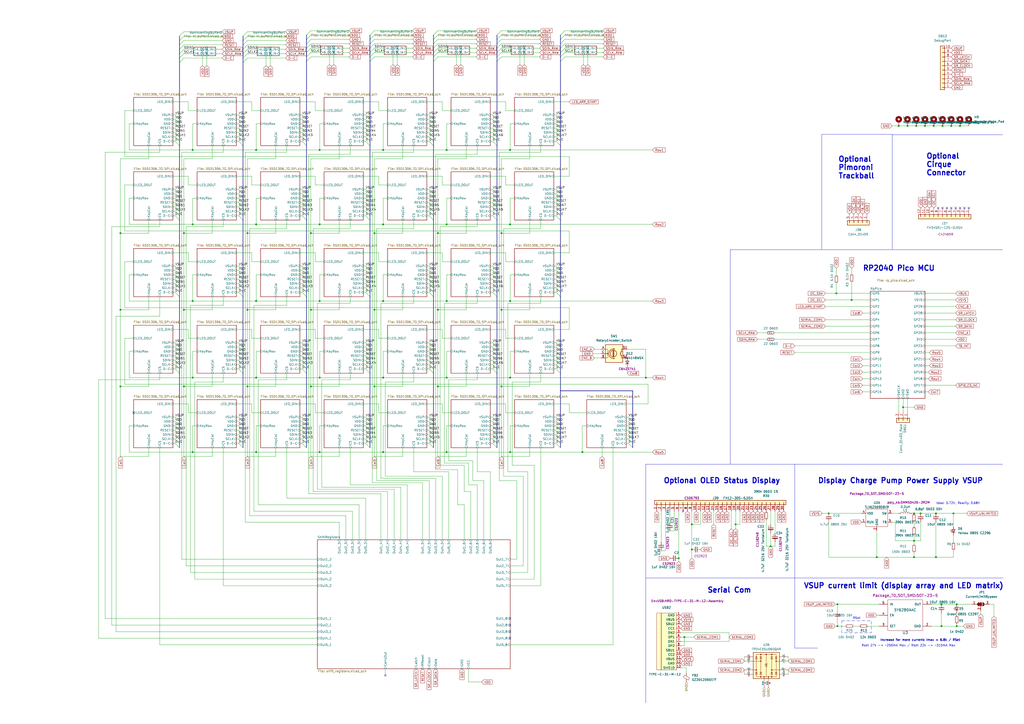
<source format=kicad_sch>
(kicad_sch (version 20231120) (generator "eeschema") (generator_version "8.0")
  (paper "A2")
  (title_block (title "PolyKybd Split L") (date "2024-11-11") (rev "3.2"))
  (junction (at 259.08 219.075))
  (junction (at 185.42 130.175))
  (junction (at 546.1 363.22))
  (junction (at 69.85 224.155))
  (junction (at 148.59 130.175))
  (junction (at 401.32 304.165))
  (junction (at 374.65 219.075))
  (junction (at 401.32 318.77))
  (junction (at 534.035 297.815))
  (junction (at 523.875 236.22))
  (junction (at 290.83 179.705))
  (junction (at 217.17 224.155))
  (junction (at 397.002 369.57))
  (junction (at 222.25 130.175))
  (junction (at 106.68 224.155))
  (junction (at 69.85 135.255))
  (junction (at 69.85 179.705))
  (junction (at 530.225 297.815))
  (junction (at 222.25 219.075))
  (junction (at 447.04 316.865))
  (junction (at 542.925 323.215))
  (junction (at 111.76 86.995))
  (junction (at 148.59 262.255))
  (junction (at 536.575 73.025))
  (junction (at 222.25 86.995))
  (junction (at 148.59 219.075))
  (junction (at 222.25 174.625))
  (junction (at 290.83 224.155))
  (junction (at 485.775 363.22))
  (junction (at 290.83 135.255))
  (junction (at 185.42 86.995))
  (junction (at 337.82 262.255))
  (junction (at 551.815 73.025))
  (junction (at 521.335 73.025))
  (junction (at 546.735 73.025))
  (junction (at 254 135.255))
  (junction (at 485.14 170.18))
  (junction (at 541.655 73.025))
  (junction (at 295.91 130.175))
  (junction (at 530.225 323.215))
  (junction (at 553.085 297.815))
  (junction (at 180.34 179.705))
  (junction (at 111.76 219.075))
  (junction (at 259.08 262.255))
  (junction (at 148.59 174.625))
  (junction (at 185.42 174.625))
  (junction (at 393.7 323.85))
  (junction (at 426.72 304.165))
  (junction (at 530.225 313.69))
  (junction (at 143.51 224.155))
  (junction (at 295.91 262.255))
  (junction (at 295.91 86.995))
  (junction (at 485.775 350.52))
  (junction (at 508.635 323.215))
  (junction (at 295.91 219.075))
  (junction (at 111.76 174.625))
  (junction (at 254 179.705))
  (junction (at 295.91 174.625))
  (junction (at 259.08 86.995))
  (junction (at 259.08 130.175))
  (junction (at 106.68 179.705))
  (junction (at 254 224.155))
  (junction (at 554.99 363.22))
  (junction (at 185.42 262.255))
  (junction (at 148.59 86.995))
  (junction (at 526.415 73.025))
  (junction (at 217.17 179.705))
  (junction (at 222.25 262.255))
  (junction (at 111.76 130.175))
  (junction (at 494.03 173.99))
  (junction (at 185.42 219.075))
  (junction (at 546.1 350.52))
  (junction (at 180.34 135.255))
  (junction (at 143.51 179.705))
  (junction (at 480.695 297.815))
  (junction (at 143.51 135.255))
  (junction (at 180.34 224.155))
  (junction (at 111.76 262.255))
  (junction (at 106.68 135.255))
  (junction (at 217.17 135.255))
  (junction (at 531.495 73.025))
  (junction (at 259.08 174.625))
  (junction (at 556.895 73.025))
  (junction (at 554.99 350.52))
  (junction (at 542.925 297.815))
  (no_connect (at 77.47 239.395))
  (no_connect (at 295.91 358.775))
  (no_connect (at 295.91 362.585))
  (no_connect (at 295.91 366.395))
  (no_connect (at 295.91 370.205))
  (no_connect (at 396.24 296.545))
  (no_connect (at 223.52 391.795))
  (no_connect (at 544.195 120.65))
  (no_connect (at 561.975 120.65))
  (no_connect (at 559.435 120.65))
  (no_connect (at 551.815 120.65))
  (no_connect (at 549.275 120.65))
  (no_connect (at 546.735 120.65))
  (no_connect (at 556.895 120.65))
  (no_connect (at 554.355 120.65))
  (bus_entry (at 285.75 213.995) (size 2.54 2.54))
  (bus_entry (at 285.75 203.835) (size 2.54 2.54))
  (bus_entry (at 212.09 254.635) (size 2.54 2.54))
  (bus_entry (at 248.92 66.675) (size 2.54 2.54))
  (bus_entry (at 101.6 117.475) (size 2.54 2.54))
  (bus_entry (at 322.58 76.835) (size 2.54 2.54))
  (bus_entry (at 138.43 71.755) (size 2.54 2.54))
  (bus_entry (at 175.26 247.015) (size 2.54 2.54))
  (bus_entry (at 325.12 22.86) (size 2.54 -2.54))
  (bus_entry (at 364.49 244.475) (size 2.54 2.54))
  (bus_entry (at 322.58 120.015) (size 2.54 2.54))
  (bus_entry (at 364.49 247.015) (size 2.54 2.54))
  (bus_entry (at 248.92 161.925) (size 2.54 2.54))
  (bus_entry (at 212.09 203.835) (size 2.54 2.54))
  (bus_entry (at 285.75 254.635) (size 2.54 2.54))
  (bus_entry (at 138.43 81.915) (size 2.54 2.54))
  (bus_entry (at 101.6 112.395) (size 2.54 2.54))
  (bus_entry (at 101.6 156.845) (size 2.54 2.54))
  (bus_entry (at 212.09 74.295) (size 2.54 2.54))
  (bus_entry (at 138.43 203.835) (size 2.54 2.54))
  (bus_entry (at 140.97 26.035) (size 2.54 -2.54))
  (bus_entry (at 101.6 208.915) (size 2.54 2.54))
  (bus_entry (at 322.58 201.295) (size 2.54 2.54))
  (bus_entry (at 248.92 156.845) (size 2.54 2.54))
  (bus_entry (at 285.75 241.935) (size 2.54 2.54))
  (bus_entry (at 177.8 20.32) (size 2.54 -2.54))
  (bus_entry (at 248.92 120.015) (size 2.54 2.54))
  (bus_entry (at 175.26 76.835) (size 2.54 2.54))
  (bus_entry (at 177.8 22.86) (size 2.54 -2.54))
  (bus_entry (at 212.09 206.375) (size 2.54 2.54))
  (bus_entry (at 285.75 125.095) (size 2.54 2.54))
  (bus_entry (at 322.58 81.915) (size 2.54 2.54))
  (bus_entry (at 285.75 109.855) (size 2.54 2.54))
  (bus_entry (at 248.92 76.835) (size 2.54 2.54))
  (bus_entry (at 177.8 33.02) (size 2.54 -2.54))
  (bus_entry (at 322.58 66.675) (size 2.54 2.54))
  (bus_entry (at 212.09 69.215) (size 2.54 2.54))
  (bus_entry (at 248.92 114.935) (size 2.54 2.54))
  (bus_entry (at 101.6 114.935) (size 2.54 2.54))
  (bus_entry (at 212.09 244.475) (size 2.54 2.54))
  (bus_entry (at 138.43 69.215) (size 2.54 2.54))
  (bus_entry (at 214.63 22.86) (size 2.54 -2.54))
  (bus_entry (at 322.58 112.395) (size 2.54 2.54))
  (bus_entry (at 212.09 112.395) (size 2.54 2.54))
  (bus_entry (at 212.09 71.755) (size 2.54 2.54))
  (bus_entry (at 285.75 112.395) (size 2.54 2.54))
  (bus_entry (at 322.58 257.175) (size 2.54 2.54))
  (bus_entry (at 175.26 112.395) (size 2.54 2.54))
  (bus_entry (at 101.6 211.455) (size 2.54 2.54))
  (bus_entry (at 175.26 161.925) (size 2.54 2.54))
  (bus_entry (at 285.75 198.755) (size 2.54 2.54))
  (bus_entry (at 138.43 211.455) (size 2.54 2.54))
  (bus_entry (at 212.09 257.175) (size 2.54 2.54))
  (bus_entry (at 212.09 122.555) (size 2.54 2.54))
  (bus_entry (at 248.92 109.855) (size 2.54 2.54))
  (bus_entry (at 322.58 71.755) (size 2.54 2.54))
  (bus_entry (at 175.26 249.555) (size 2.54 2.54))
  (bus_entry (at 212.09 161.925) (size 2.54 2.54))
  (bus_entry (at 322.58 125.095) (size 2.54 2.54))
  (bus_entry (at 325.12 33.02) (size 2.54 -2.54))
  (bus_entry (at 285.75 161.925) (size 2.54 2.54))
  (bus_entry (at 175.26 252.095) (size 2.54 2.54))
  (bus_entry (at 285.75 244.475) (size 2.54 2.54))
  (bus_entry (at 212.09 169.545) (size 2.54 2.54))
  (bus_entry (at 212.09 76.835) (size 2.54 2.54))
  (bus_entry (at 138.43 206.375) (size 2.54 2.54))
  (bus_entry (at 138.43 252.095) (size 2.54 2.54))
  (bus_entry (at 322.58 167.005) (size 2.54 2.54))
  (bus_entry (at 248.92 117.475) (size 2.54 2.54))
  (bus_entry (at 248.92 79.375) (size 2.54 2.54))
  (bus_entry (at 138.43 201.295) (size 2.54 2.54))
  (bus_entry (at 177.8 30.48) (size 2.54 -2.54))
  (bus_entry (at 175.26 206.375) (size 2.54 2.54))
  (bus_entry (at 285.75 117.475) (size 2.54 2.54))
  (bus_entry (at 364.49 241.935) (size 2.54 2.54))
  (bus_entry (at 248.92 249.555) (size 2.54 2.54))
  (bus_entry (at 251.46 20.32) (size 2.54 -2.54))
  (bus_entry (at 138.43 74.295) (size 2.54 2.54))
  (bus_entry (at 104.14 33.655) (size 2.54 -2.54))
  (bus_entry (at 248.92 122.555) (size 2.54 2.54))
  (bus_entry (at 322.58 203.835) (size 2.54 2.54))
  (bus_entry (at 285.75 252.095) (size 2.54 2.54))
  (bus_entry (at 138.43 76.835) (size 2.54 2.54))
  (bus_entry (at 101.6 154.305) (size 2.54 2.54))
  (bus_entry (at 104.14 28.575) (size 2.54 -2.54))
  (bus_entry (at 322.58 74.295) (size 2.54 2.54))
  (bus_entry (at 285.75 167.005) (size 2.54 2.54))
  (bus_entry (at 175.26 66.675) (size 2.54 2.54))
  (bus_entry (at 175.26 257.175) (size 2.54 2.54))
  (bus_entry (at 322.58 117.475) (size 2.54 2.54))
  (bus_entry (at 322.58 249.555) (size 2.54 2.54))
  (bus_entry (at 322.58 114.935) (size 2.54 2.54))
  (bus_entry (at 138.43 244.475) (size 2.54 2.54))
  (bus_entry (at 175.26 81.915) (size 2.54 2.54))
  (bus_entry (at 248.92 198.755) (size 2.54 2.54))
  (bus_entry (at 175.26 125.095) (size 2.54 2.54))
  (bus_entry (at 248.92 154.305) (size 2.54 2.54))
  (bus_entry (at 322.58 241.935) (size 2.54 2.54))
  (bus_entry (at 177.8 25.4) (size 2.54 -2.54))
  (bus_entry (at 248.92 71.755) (size 2.54 2.54))
  (bus_entry (at 101.6 109.855) (size 2.54 2.54))
  (bus_entry (at 212.09 156.845) (size 2.54 2.54))
  (bus_entry (at 101.6 167.005) (size 2.54 2.54))
  (bus_entry (at 364.49 252.095) (size 2.54 2.54))
  (bus_entry (at 138.43 257.175) (size 2.54 2.54))
  (bus_entry (at 285.75 81.915) (size 2.54 2.54))
  (bus_entry (at 212.09 252.095) (size 2.54 2.54))
  (bus_entry (at 175.26 241.935) (size 2.54 2.54))
  (bus_entry (at 212.09 154.305) (size 2.54 2.54))
  (bus_entry (at 104.14 26.035) (size 2.54 -2.54))
  (bus_entry (at 285.75 169.545) (size 2.54 2.54))
  (bus_entry (at 104.14 23.495) (size 2.54 -2.54))
  (bus_entry (at 288.29 35.56) (size 2.54 -2.54))
  (bus_entry (at 322.58 164.465) (size 2.54 2.54))
  (bus_entry (at 138.43 122.555) (size 2.54 2.54))
  (bus_entry (at 175.26 114.935) (size 2.54 2.54))
  (bus_entry (at 175.26 122.555) (size 2.54 2.54))
  (bus_entry (at 285.75 76.835) (size 2.54 2.54))
  (bus_entry (at 140.97 36.195) (size 2.54 -2.54))
  (bus_entry (at 138.43 79.375) (size 2.54 2.54))
  (bus_entry (at 101.6 241.935) (size 2.54 2.54))
  (bus_entry (at 140.97 23.495) (size 2.54 -2.54))
  (bus_entry (at 212.09 208.915) (size 2.54 2.54))
  (bus_entry (at 285.75 69.215) (size 2.54 2.54))
  (bus_entry (at 212.09 198.755) (size 2.54 2.54))
  (bus_entry (at 212.09 247.015) (size 2.54 2.54))
  (bus_entry (at 138.43 114.935) (size 2.54 2.54))
  (bus_entry (at 322.58 206.375) (size 2.54 2.54))
  (bus_entry (at 325.12 20.32) (size 2.54 -2.54))
  (bus_entry (at 138.43 117.475) (size 2.54 2.54))
  (bus_entry (at 322.58 211.455) (size 2.54 2.54))
  (bus_entry (at 175.26 208.915) (size 2.54 2.54))
  (bus_entry (at 138.43 254.635) (size 2.54 2.54))
  (bus_entry (at 175.26 254.635) (size 2.54 2.54))
  (bus_entry (at 212.09 120.015) (size 2.54 2.54))
  (bus_entry (at 138.43 213.995) (size 2.54 2.54))
  (bus_entry (at 138.43 112.395) (size 2.54 2.54))
  (bus_entry (at 214.63 30.48) (size 2.54 -2.54))
  (bus_entry (at 175.26 203.835) (size 2.54 2.54))
  (bus_entry (at 138.43 249.555) (size 2.54 2.54))
  (bus_entry (at 248.92 74.295) (size 2.54 2.54))
  (bus_entry (at 140.97 33.655) (size 2.54 -2.54))
  (bus_entry (at 364.49 249.555) (size 2.54 2.54))
  (bus_entry (at 322.58 69.215) (size 2.54 2.54))
  (bus_entry (at 177.8 27.94) (size 2.54 -2.54))
  (bus_entry (at 138.43 167.005) (size 2.54 2.54))
  (bus_entry (at 322.58 213.995) (size 2.54 2.54))
  (bus_entry (at 212.09 114.935) (size 2.54 2.54))
  (bus_entry (at 288.29 30.48) (size 2.54 -2.54))
  (bus_entry (at 104.14 36.195) (size 2.54 -2.54))
  (bus_entry (at 214.63 20.32) (size 2.54 -2.54))
  (bus_entry (at 212.09 167.005) (size 2.54 2.54))
  (bus_entry (at 248.92 159.385) (size 2.54 2.54))
  (bus_entry (at 285.75 66.675) (size 2.54 2.54))
  (bus_entry (at 288.29 33.02) (size 2.54 -2.54))
  (bus_entry (at 175.26 198.755) (size 2.54 2.54))
  (bus_entry (at 138.43 154.305) (size 2.54 2.54))
  (bus_entry (at 322.58 254.635) (size 2.54 2.54))
  (bus_entry (at 248.92 169.545) (size 2.54 2.54))
  (bus_entry (at 175.26 120.015) (size 2.54 2.54))
  (bus_entry (at 248.92 206.375) (size 2.54 2.54))
  (bus_entry (at 101.6 249.555) (size 2.54 2.54))
  (bus_entry (at 248.92 213.995) (size 2.54 2.54))
  (bus_entry (at 248.92 244.475) (size 2.54 2.54))
  (bus_entry (at 212.09 66.675) (size 2.54 2.54))
  (bus_entry (at 175.26 213.995) (size 2.54 2.54))
  (bus_entry (at 322.58 208.915) (size 2.54 2.54))
  (bus_entry (at 288.29 25.4) (size 2.54 -2.54))
  (bus_entry (at 322.58 154.305) (size 2.54 2.54))
  (bus_entry (at 322.58 244.475) (size 2.54 2.54))
  (bus_entry (at 248.92 164.465) (size 2.54 2.54))
  (bus_entry (at 212.09 211.455) (size 2.54 2.54))
  (bus_entry (at 322.58 198.755) (size 2.54 2.54))
  (bus_entry (at 175.26 169.545) (size 2.54 2.54))
  (bus_entry (at 104.14 31.115) (size 2.54 -2.54))
  (bus_entry (at 322.58 169.545) (size 2.54 2.54))
  (bus_entry (at 248.92 247.015) (size 2.54 2.54))
  (bus_entry (at 285.75 206.375) (size 2.54 2.54))
  (bus_entry (at 214.63 25.4) (size 2.54 -2.54))
  (bus_entry (at 175.26 201.295) (size 2.54 2.54))
  (bus_entry (at 212.09 213.995) (size 2.54 2.54))
  (bus_entry (at 325.12 25.4) (size 2.54 -2.54))
  (bus_entry (at 285.75 156.845) (size 2.54 2.54))
  (bus_entry (at 101.6 247.015) (size 2.54 2.54))
  (bus_entry (at 138.43 198.755) (size 2.54 2.54))
  (bus_entry (at 248.92 254.635) (size 2.54 2.54))
  (bus_entry (at 138.43 247.015) (size 2.54 2.54))
  (bus_entry (at 138.43 169.545) (size 2.54 2.54))
  (bus_entry (at 248.92 203.835) (size 2.54 2.54))
  (bus_entry (at 101.6 164.465) (size 2.54 2.54))
  (bus_entry (at 140.97 31.115) (size 2.54 -2.54))
  (bus_entry (at 248.92 257.175) (size 2.54 2.54))
  (bus_entry (at 285.75 164.465) (size 2.54 2.54))
  (bus_entry (at 138.43 66.675) (size 2.54 2.54))
  (bus_entry (at 248.92 112.395) (size 2.54 2.54))
  (bus_entry (at 214.63 27.94) (size 2.54 -2.54))
  (bus_entry (at 288.29 20.32) (size 2.54 -2.54))
  (bus_entry (at 175.26 211.455) (size 2.54 2.54))
  (bus_entry (at 101.6 252.095) (size 2.54 2.54))
  (bus_entry (at 285.75 120.015) (size 2.54 2.54))
  (bus_entry (at 175.26 109.855) (size 2.54 2.54))
  (bus_entry (at 138.43 156.845) (size 2.54 2.54))
  (bus_entry (at 175.26 74.295) (size 2.54 2.54))
  (bus_entry (at 251.46 22.86) (size 2.54 -2.54))
  (bus_entry (at 101.6 122.555) (size 2.54 2.54))
  (bus_entry (at 212.09 249.555) (size 2.54 2.54))
  (bus_entry (at 322.58 79.375) (size 2.54 2.54))
  (bus_entry (at 248.92 125.095) (size 2.54 2.54))
  (bus_entry (at 104.14 20.955) (size 2.54 -2.54))
  (bus_entry (at 288.29 27.94) (size 2.54 -2.54))
  (bus_entry (at 285.75 122.555) (size 2.54 2.54))
  (bus_entry (at 101.6 161.925) (size 2.54 2.54))
  (bus_entry (at 212.09 79.375) (size 2.54 2.54))
  (bus_entry (at 285.75 201.295) (size 2.54 2.54))
  (bus_entry (at 322.58 247.015) (size 2.54 2.54))
  (bus_entry (at 175.26 164.465) (size 2.54 2.54))
  (bus_entry (at 101.6 125.095) (size 2.54 2.54))
  (bus_entry (at 322.58 156.845) (size 2.54 2.54))
  (bus_entry (at 285.75 208.915) (size 2.54 2.54))
  (bus_entry (at 175.26 167.005) (size 2.54 2.54))
  (bus_entry (at 212.09 164.465) (size 2.54 2.54))
  (bus_entry (at 248.92 167.005) (size 2.54 2.54))
  (bus_entry (at 251.46 30.48) (size 2.54 -2.54))
  (bus_entry (at 175.26 71.755) (size 2.54 2.54))
  (bus_entry (at 212.09 241.935) (size 2.54 2.54))
  (bus_entry (at 138.43 161.925) (size 2.54 2.54))
  (bus_entry (at 251.46 35.56) (size 2.54 -2.54))
  (bus_entry (at 212.09 201.295) (size 2.54 2.54))
  (bus_entry (at 285.75 74.295) (size 2.54 2.54))
  (bus_entry (at 285.75 211.455) (size 2.54 2.54))
  (bus_entry (at 138.43 208.915) (size 2.54 2.54))
  (bus_entry (at 248.92 81.915) (size 2.54 2.54))
  (bus_entry (at 101.6 79.375) (size 2.54 2.54))
  (bus_entry (at 101.6 81.915) (size 2.54 2.54))
  (bus_entry (at 101.6 74.295) (size 2.54 2.54))
  (bus_entry (at 101.6 76.835) (size 2.54 2.54))
  (bus_entry (at 101.6 69.215) (size 2.54 2.54))
  (bus_entry (at 101.6 71.755) (size 2.54 2.54))
  (bus_entry (at 101.6 66.675) (size 2.54 2.54))
  (bus_entry (at 285.75 114.935) (size 2.54 2.54))
  (bus_entry (at 175.26 159.385) (size 2.54 2.54))
  (bus_entry (at 140.97 28.575) (size 2.54 -2.54))
  (bus_entry (at 285.75 247.015) (size 2.54 2.54))
  (bus_entry (at 101.6 120.015) (size 2.54 2.54))
  (bus_entry (at 212.09 125.095) (size 2.54 2.54))
  (bus_entry (at 175.26 154.305) (size 2.54 2.54))
  (bus_entry (at 285.75 159.385) (size 2.54 2.54))
  (bus_entry (at 140.97 20.955) (size 2.54 -2.54))
  (bus_entry (at 288.29 22.86) (size 2.54 -2.54))
  (bus_entry (at 285.75 154.305) (size 2.54 2.54))
  (bus_entry (at 138.43 125.095) (size 2.54 2.54))
  (bus_entry (at 101.6 169.545) (size 2.54 2.54))
  (bus_entry (at 175.26 244.475) (size 2.54 2.54))
  (bus_entry (at 285.75 257.175) (size 2.54 2.54))
  (bus_entry (at 101.6 213.995) (size 2.54 2.54))
  (bus_entry (at 177.8 35.56) (size 2.54 -2.54))
  (bus_entry (at 138.43 109.855) (size 2.54 2.54))
  (bus_entry (at 285.75 79.375) (size 2.54 2.54))
  (bus_entry (at 322.58 161.925) (size 2.54 2.54))
  (bus_entry (at 248.92 252.095) (size 2.54 2.54))
  (bus_entry (at 138.43 164.465) (size 2.54 2.54))
  (bus_entry (at 248.92 201.295) (size 2.54 2.54))
  (bus_entry (at 285.75 249.555) (size 2.54 2.54))
  (bus_entry (at 101.6 159.385) (size 2.54 2.54))
  (bus_entry (at 138.43 241.935) (size 2.54 2.54))
  (bus_entry (at 322.58 159.385) (size 2.54 2.54))
  (bus_entry (at 322.58 252.095) (size 2.54 2.54))
  (bus_entry (at 214.63 35.56) (size 2.54 -2.54))
  (bus_entry (at 325.12 30.48) (size 2.54 -2.54))
  (bus_entry (at 285.75 71.755) (size 2.54 2.54))
  (bus_entry (at 175.26 117.475) (size 2.54 2.54))
  (bus_entry (at 101.6 198.755) (size 2.54 2.54))
  (bus_entry (at 364.49 257.175) (size 2.54 2.54))
  (bus_entry (at 248.92 211.455) (size 2.54 2.54))
  (bus_entry (at 364.49 254.635) (size 2.54 2.54))
  (bus_entry (at 101.6 257.175) (size 2.54 2.54))
  (bus_entry (at 175.26 79.375) (size 2.54 2.54))
  (bus_entry (at 248.92 241.935) (size 2.54 2.54))
  (bus_entry (at 212.09 109.855) (size 2.54 2.54))
  (bus_entry (at 248.92 208.915) (size 2.54 2.54))
  (bus_entry (at 212.09 117.475) (size 2.54 2.54))
  (bus_entry (at 251.46 33.02) (size 2.54 -2.54))
  (bus_entry (at 322.58 122.555) (size 2.54 2.54))
  (bus_entry (at 214.63 33.02) (size 2.54 -2.54))
  (bus_entry (at 248.92 69.215) (size 2.54 2.54))
  (bus_entry (at 101.6 201.295) (size 2.54 2.54))
  (bus_entry (at 322.58 109.855) (size 2.54 2.54))
  (bus_entry (at 325.12 27.94) (size 2.54 -2.54))
  (bus_entry (at 212.09 159.385) (size 2.54 2.54))
  (bus_entry (at 101.6 206.375) (size 2.54 2.54))
  (bus_entry (at 251.46 25.4) (size 2.54 -2.54))
  (bus_entry (at 101.6 203.835) (size 2.54 2.54))
  (bus_entry (at 138.43 159.385) (size 2.54 2.54))
  (bus_entry (at 212.09 81.915) (size 2.54 2.54))
  (bus_entry (at 251.46 27.94) (size 2.54 -2.54))
  (bus_entry (at 175.26 69.215) (size 2.54 2.54))
  (bus_entry (at 138.43 120.015) (size 2.54 2.54))
  (bus_entry (at 325.12 35.56) (size 2.54 -2.54))
  (bus_entry (at 101.6 244.475) (size 2.54 2.54))
  (bus_entry (at 175.26 156.845) (size 2.54 2.54))
  (bus_entry (at 101.6 254.635) (size 2.54 2.54))
  (wire (pts (xy 447.04 316.865) (xy 449.58 316.865)))
  (wire (pts (xy 173.99 247.015) (xy 175.26 247.015)))
  (wire (pts (xy 295.91 159.385) (xy 298.45 159.385)))
  (bus (pts (xy 140.97 26.035) (xy 140.97 28.575)))
  (bus (pts (xy 104.14 117.475) (xy 104.14 114.935)))
  (wire (pts (xy 86.36 264.795) (xy 86.36 259.715)))
  (wire (pts (xy 173.99 254.635) (xy 175.26 254.635)))
  (wire (pts (xy 173.99 120.015) (xy 175.26 120.015)))
  (wire (pts (xy 330.2 178.435) (xy 330.2 191.135)))
  (bus (pts (xy 288.29 35.56) (xy 288.29 69.215)))
  (wire (pts (xy 187.96 107.315) (xy 182.88 107.315)))
  (wire (pts (xy 57.15 370.205) (xy 184.15 370.205)))
  (wire (pts (xy 200.66 299.085) (xy 144.78 299.085)))
  (wire (pts (xy 295.91 114.935) (xy 298.45 114.935)))
  (bus (pts (xy 140.97 247.015) (xy 140.97 244.475)))
  (wire (pts (xy 151.13 239.395) (xy 146.05 239.395)))
  (wire (pts (xy 295.91 174.625) (xy 378.46 174.625)))
  (wire (pts (xy 109.22 239.395) (xy 109.22 234.315)))
  (bus (pts (xy 104.14 211.455) (xy 104.14 213.995)))
  (wire (pts (xy 265.43 292.735) (xy 265.43 272.415)))
  (wire (pts (xy 224.79 151.765) (xy 219.71 151.765)))
  (wire (pts (xy 478.79 185.42) (xy 504.825 185.42)))
  (bus (pts (xy 251.46 213.995) (xy 251.46 211.455)))
  (wire (pts (xy 187.96 196.215) (xy 182.88 196.215)))
  (wire (pts (xy 309.245 30.48) (xy 313.055 30.48)))
  (wire (pts (xy 92.71 216.535) (xy 92.71 220.345)))
  (wire (pts (xy 397.002 369.57) (xy 402.59 369.57)))
  (bus (pts (xy 367.03 226.695) (xy 367.03 244.475)))
  (bus (pts (xy 104.14 252.095) (xy 104.14 249.555)))
  (wire (pts (xy 327.66 25.4) (xy 349.885 25.4)))
  (wire (pts (xy 247.65 249.555) (xy 248.92 249.555)))
  (wire (pts (xy 74.93 219.075) (xy 111.76 219.075)))
  (wire (pts (xy 290.83 264.795) (xy 307.34 264.795)))
  (wire (pts (xy 457.2 381) (xy 457.2 383.54)))
  (wire (pts (xy 137.16 247.015) (xy 138.43 247.015)))
  (wire (pts (xy 180.34 22.86) (xy 202.565 22.86)))
  (bus (pts (xy 104.14 36.195) (xy 104.14 69.215)))
  (bus (pts (xy 251.46 84.455) (xy 251.46 112.395)))
  (wire (pts (xy 160.02 179.705) (xy 143.51 179.705)))
  (wire (pts (xy 186.69 220.345) (xy 203.2 220.345)))
  (bus (pts (xy 177.8 20.32) (xy 177.8 22.86)))
  (wire (pts (xy 457.2 388.62) (xy 457.2 391.16)))
  (bus (pts (xy 288.29 33.02) (xy 288.29 35.56)))
  (wire (pts (xy 72.39 90.805) (xy 330.2 90.805)))
  (bus (pts (xy 104.14 81.915) (xy 104.14 79.375)))
  (wire (pts (xy 292.1 132.715) (xy 313.69 132.715)))
  (wire (pts (xy 100.33 203.835) (xy 101.6 203.835)))
  (bus (pts (xy 367.03 226.695) (xy 325.12 226.695)))
  (wire (pts (xy 173.99 159.385) (xy 175.26 159.385)))
  (wire (pts (xy 186.69 282.575) (xy 186.69 220.345)))
  (bus (pts (xy 177.8 206.375) (xy 177.8 208.915)))
  (wire (pts (xy 137.16 234.315) (xy 146.05 234.315)))
  (wire (pts (xy 210.82 109.855) (xy 212.09 109.855)))
  (wire (pts (xy 321.31 241.935) (xy 322.58 241.935)))
  (wire (pts (xy 185.42 71.755) (xy 187.96 71.755)))
  (bus (pts (xy 325.12 22.86) (xy 325.12 25.4)))
  (wire (pts (xy 394.97 369.57) (xy 397.002 369.57)))
  (bus (pts (xy 104.14 117.475) (xy 104.14 120.015)))
  (bus (pts (xy 325.12 211.455) (xy 325.12 208.915)))
  (bus (pts (xy 140.97 125.095) (xy 140.97 122.555)))
  (bus (pts (xy 177.8 257.175) (xy 177.8 254.635)))
  (wire (pts (xy 77.47 107.315) (xy 72.39 107.315)))
  (wire (pts (xy 210.82 203.835) (xy 212.09 203.835)))
  (wire (pts (xy 406.4 304.165) (xy 401.32 304.165)))
  (wire (pts (xy 111.76 203.835) (xy 114.3 203.835)))
  (wire (pts (xy 210.82 114.935) (xy 212.09 114.935)))
  (wire (pts (xy 173.99 206.375) (xy 175.26 206.375)))
  (wire (pts (xy 100.33 234.315) (xy 109.22 234.315)))
  (bus (pts (xy 140.97 203.835) (xy 140.97 206.375)))
  (bus (pts (xy 251.46 125.095) (xy 251.46 122.555)))
  (wire (pts (xy 254 30.48) (xy 259.715 30.48)))
  (wire (pts (xy 292.1 276.225) (xy 292.1 132.715)))
  (wire (pts (xy 340.36 239.395) (xy 330.2 239.395)))
  (wire (pts (xy 248.92 278.765) (xy 218.44 278.765)))
  (bus (pts (xy 214.63 122.555) (xy 214.63 120.015)))
  (bus (pts (xy 214.63 169.545) (xy 214.63 167.005)))
  (wire (pts (xy 270.51 264.795) (xy 270.51 259.715)))
  (wire (pts (xy 530.225 297.815) (xy 534.035 297.815)))
  (wire (pts (xy 210.82 247.015) (xy 212.09 247.015)))
  (wire (pts (xy 247.65 208.915) (xy 248.92 208.915)))
  (bus (pts (xy 104.14 84.455) (xy 104.14 112.395)))
  (polyline (pts (xy 374.65 335.28) (xy 374.65 407.67)))
  (wire (pts (xy 222.25 247.015) (xy 222.25 262.255)))
  (bus (pts (xy 214.63 206.375) (xy 214.63 203.835)))
  (wire (pts (xy 551.815 73.025) (xy 556.895 73.025)))
  (wire (pts (xy 284.48 201.295) (xy 285.75 201.295)))
  (wire (pts (xy 166.37 220.345) (xy 166.37 216.535)))
  (bus (pts (xy 214.63 213.995) (xy 214.63 216.535)))
  (wire (pts (xy 210.82 244.475) (xy 212.09 244.475)))
  (wire (pts (xy 220.98 175.895) (xy 240.03 175.895)))
  (wire (pts (xy 137.16 74.295) (xy 138.43 74.295)))
  (wire (pts (xy 284.48 122.555) (xy 285.75 122.555)))
  (wire (pts (xy 254 224.155) (xy 254 264.795)))
  (wire (pts (xy 173.99 69.215) (xy 175.26 69.215)))
  (wire (pts (xy 106.68 18.415) (xy 128.905 18.415)))
  (wire (pts (xy 426.72 296.545) (xy 426.72 304.165)))
  (bus (pts (xy 177.8 22.86) (xy 177.8 25.4)))
  (wire (pts (xy 261.62 196.215) (xy 256.54 196.215)))
  (bus (pts (xy 177.8 208.915) (xy 177.8 211.455)))
  (wire (pts (xy 401.32 304.165) (xy 401.32 318.77)))
  (bus (pts (xy 214.63 203.835) (xy 214.63 201.295)))
  (wire (pts (xy 259.08 219.075) (xy 295.91 219.075)))
  (bus (pts (xy 251.46 81.915) (xy 251.46 79.375)))
  (wire (pts (xy 217.17 33.02) (xy 239.395 33.02)))
  (wire (pts (xy 290.83 92.075) (xy 290.83 135.255)))
  (wire (pts (xy 500.38 181.61) (xy 504.825 181.61)))
  (wire (pts (xy 210.82 159.385) (xy 212.09 159.385)))
  (bus (pts (xy 104.14 79.375) (xy 104.14 76.835)))
  (bus (pts (xy 177.8 167.005) (xy 177.8 169.545)))
  (bus (pts (xy 251.46 161.925) (xy 251.46 159.385)))
  (wire (pts (xy 247.65 213.995) (xy 248.92 213.995)))
  (bus (pts (xy 214.63 159.385) (xy 214.63 156.845)))
  (wire (pts (xy 256.54 239.395) (xy 256.54 234.315)))
  (wire (pts (xy 546.735 73.025) (xy 551.815 73.025)))
  (bus (pts (xy 177.8 114.935) (xy 177.8 112.395)))
  (wire (pts (xy 137.16 208.915) (xy 138.43 208.915)))
  (bus (pts (xy 325.12 172.085) (xy 325.12 169.545)))
  (wire (pts (xy 180.34 224.155) (xy 180.34 264.795)))
  (wire (pts (xy 100.33 66.675) (xy 101.6 66.675)))
  (wire (pts (xy 210.82 254.635) (xy 212.09 254.635)))
  (wire (pts (xy 148.59 114.935) (xy 148.59 130.175)))
  (bus (pts (xy 251.46 127.635) (xy 251.46 156.845)))
  (wire (pts (xy 100.33 213.995) (xy 101.6 213.995)))
  (wire (pts (xy 218.44 132.715) (xy 240.03 132.715)))
  (wire (pts (xy 111.76 247.015) (xy 111.76 262.255)))
  (wire (pts (xy 431.8 381) (xy 431.8 383.54)))
  (wire (pts (xy 173.99 198.755) (xy 175.26 198.755)))
  (wire (pts (xy 173.99 167.005) (xy 175.26 167.005)))
  (wire (pts (xy 100.33 146.685) (xy 109.22 146.685)))
  (bus (pts (xy 140.97 71.755) (xy 140.97 69.215)))
  (wire (pts (xy 222.25 130.175) (xy 259.08 130.175)))
  (wire (pts (xy 276.86 89.535) (xy 276.86 84.455)))
  (wire (pts (xy 210.82 69.215) (xy 212.09 69.215)))
  (wire (pts (xy 100.33 249.555) (xy 101.6 249.555)))
  (bus (pts (xy 140.97 74.295) (xy 140.97 71.755)))
  (wire (pts (xy 306.07 332.105) (xy 306.07 273.685)))
  (wire (pts (xy 284.48 164.465) (xy 285.75 164.465)))
  (bus (pts (xy 251.46 216.535) (xy 251.46 244.475)))
  (wire (pts (xy 276.86 220.345) (xy 276.86 216.535)))
  (wire (pts (xy 536.575 215.9) (xy 538.48 215.9)))
  (wire (pts (xy 303.53 328.295) (xy 303.53 276.225)))
  (wire (pts (xy 196.85 84.455) (xy 196.85 92.075)))
  (wire (pts (xy 114.3 151.765) (xy 109.22 151.765)))
  (wire (pts (xy 161.925 31.115) (xy 165.735 31.115)))
  (wire (pts (xy 114.3 64.135) (xy 109.22 64.135)))
  (wire (pts (xy 321.31 109.855) (xy 322.58 109.855)))
  (wire (pts (xy 222.25 159.385) (xy 222.25 174.625)))
  (wire (pts (xy 74.93 130.175) (xy 111.76 130.175)))
  (wire (pts (xy 261.62 151.765) (xy 256.54 151.765)))
  (wire (pts (xy 215.9 280.035) (xy 215.9 88.265)))
  (bus (pts (xy 214.63 22.86) (xy 214.63 25.4)))
  (wire (pts (xy 223.52 221.615) (xy 240.03 221.615)))
  (wire (pts (xy 270.51 179.705) (xy 254 179.705)))
  (bus (pts (xy 251.46 172.085) (xy 251.46 169.545)))
  (wire (pts (xy 137.16 125.095) (xy 138.43 125.095)))
  (wire (pts (xy 160.02 92.075) (xy 143.51 92.075)))
  (wire (pts (xy 398.145 387.35) (xy 394.97 387.35)))
  (wire (pts (xy 321.31 191.135) (xy 330.2 191.135)))
  (wire (pts (xy 137.16 102.235) (xy 146.05 102.235)))
  (wire (pts (xy 219.71 107.315) (xy 219.71 102.235)))
  (polyline (pts (xy 461.01 335.28) (xy 461.01 375.92)))
  (wire (pts (xy 259.08 247.015) (xy 259.08 262.255)))
  (wire (pts (xy 247.65 59.055) (xy 256.54 59.055)))
  (polyline (pts (xy 423.545 269.24) (xy 423.545 144.78)))
  (wire (pts (xy 173.99 114.935) (xy 175.26 114.935)))
  (wire (pts (xy 217.17 92.075) (xy 217.17 135.255)))
  (wire (pts (xy 210.82 252.095) (xy 212.09 252.095)))
  (wire (pts (xy 269.24 292.735) (xy 265.43 292.735)))
  (bus (pts (xy 104.14 211.455) (xy 104.14 208.915)))
  (wire (pts (xy 313.69 221.615) (xy 313.69 216.535)))
  (wire (pts (xy 148.59 71.755) (xy 148.59 86.995)))
  (wire (pts (xy 521.335 73.025) (xy 526.415 73.025)))
  (wire (pts (xy 100.33 74.295) (xy 101.6 74.295)))
  (wire (pts (xy 523.875 236.22) (xy 523.875 238.76)))
  (wire (pts (xy 530.225 320.675) (xy 530.225 323.215)))
  (wire (pts (xy 217.17 224.155) (xy 217.17 264.795)))
  (wire (pts (xy 151.13 107.315) (xy 146.05 107.315)))
  (bus (pts (xy 104.14 81.915) (xy 104.14 84.455)))
  (bus (pts (xy 288.29 161.925) (xy 288.29 159.385)))
  (wire (pts (xy 74.93 114.935) (xy 74.93 130.175)))
  (wire (pts (xy 295.91 71.755) (xy 295.91 86.995)))
  (bus (pts (xy 367.03 252.095) (xy 367.03 254.635)))
  (wire (pts (xy 478.79 170.18) (xy 485.14 170.18)))
  (wire (pts (xy 304.165 31.75) (xy 304.165 37.465)))
  (wire (pts (xy 355.6 259.715) (xy 355.6 374.015)))
  (bus (pts (xy 177.8 125.095) (xy 177.8 122.555)))
  (wire (pts (xy 530.225 302.895) (xy 530.225 305.435)))
  (bus (pts (xy 288.29 81.915) (xy 288.29 84.455)))
  (wire (pts (xy 313.69 259.715) (xy 313.69 339.725)))
  (bus (pts (xy 177.8 74.295) (xy 177.8 71.755)))
  (wire (pts (xy 321.31 161.925) (xy 322.58 161.925)))
  (wire (pts (xy 100.33 117.475) (xy 101.6 117.475)))
  (wire (pts (xy 290.83 17.78) (xy 313.055 17.78)))
  (wire (pts (xy 173.99 81.915) (xy 175.26 81.915)))
  (wire (pts (xy 284.48 167.005) (xy 285.75 167.005)))
  (wire (pts (xy 187.96 64.135) (xy 182.88 64.135)))
  (wire (pts (xy 299.72 324.485) (xy 299.72 278.765)))
  (bus (pts (xy 325.12 117.475) (xy 325.12 114.935)))
  (wire (pts (xy 173.99 234.315) (xy 182.88 234.315)))
  (wire (pts (xy 60.96 88.265) (xy 92.71 88.265)))
  (bus (pts (xy 214.63 172.085) (xy 214.63 201.295)))
  (wire (pts (xy 100.33 167.005) (xy 101.6 167.005)))
  (wire (pts (xy 148.59 130.175) (xy 185.42 130.175)))
  (wire (pts (xy 542.925 302.895) (xy 542.925 323.215)))
  (wire (pts (xy 143.51 20.955) (xy 165.735 20.955)))
  (bus (pts (xy 251.46 259.715) (xy 251.46 257.175)))
  (wire (pts (xy 541.655 73.025) (xy 546.735 73.025)))
  (wire (pts (xy 166.37 84.455) (xy 166.37 88.265)))
  (wire (pts (xy 517.525 297.815) (xy 521.335 297.815)))
  (wire (pts (xy 182.88 239.395) (xy 182.88 234.315)))
  (bus (pts (xy 288.29 169.545) (xy 288.29 167.005)))
  (wire (pts (xy 289.56 278.765) (xy 289.56 88.265)))
  (wire (pts (xy 388.62 302.895) (xy 388.62 296.545)))
  (wire (pts (xy 137.16 206.375) (xy 138.43 206.375)))
  (wire (pts (xy 284.48 76.835) (xy 285.75 76.835)))
  (wire (pts (xy 137.16 109.855) (xy 138.43 109.855)))
  (wire (pts (xy 173.99 164.465) (xy 175.26 164.465)))
  (wire (pts (xy 330.2 133.985) (xy 330.2 146.685)))
  (wire (pts (xy 252.73 89.535) (xy 276.86 89.535)))
  (wire (pts (xy 293.37 64.135) (xy 293.37 59.055)))
  (wire (pts (xy 210.82 191.135) (xy 219.71 191.135)))
  (wire (pts (xy 271.78 268.605) (xy 257.81 268.605)))
  (wire (pts (xy 160.02 264.795) (xy 160.02 259.715)))
  (wire (pts (xy 106.68 26.035) (xy 128.905 26.035)))
  (wire (pts (xy 284.48 112.395) (xy 285.75 112.395)))
  (wire (pts (xy 247.65 234.315) (xy 256.54 234.315)))
  (wire (pts (xy 210.82 257.175) (xy 212.09 257.175)))
  (bus (pts (xy 214.63 164.465) (xy 214.63 161.925)))
  (wire (pts (xy 222.25 71.755) (xy 222.25 86.995)))
  (wire (pts (xy 284.48 234.315) (xy 293.37 234.315)))
  (wire (pts (xy 259.08 203.835) (xy 261.62 203.835)))
  (wire (pts (xy 210.82 81.915) (xy 212.09 81.915)))
  (wire (pts (xy 123.19 179.705) (xy 106.68 179.705)))
  (wire (pts (xy 247.65 114.935) (xy 248.92 114.935)))
  (wire (pts (xy 295.91 328.295) (xy 303.53 328.295)))
  (wire (pts (xy 295.91 324.485) (xy 299.72 324.485)))
  (bus (pts (xy 177.8 161.925) (xy 177.8 164.465)))
  (wire (pts (xy 219.71 151.765) (xy 219.71 146.685)))
  (wire (pts (xy 60.96 358.775) (xy 184.15 358.775)))
  (wire (pts (xy 218.44 278.765) (xy 218.44 132.715)))
  (wire (pts (xy 240.03 273.685) (xy 260.35 273.685)))
  (wire (pts (xy 337.82 262.255) (xy 378.46 262.255)))
  (wire (pts (xy 219.71 239.395) (xy 219.71 234.315)))
  (wire (pts (xy 321.31 112.395) (xy 322.58 112.395)))
  (wire (pts (xy 247.65 244.475) (xy 248.92 244.475)))
  (bus (pts (xy 214.63 211.455) (xy 214.63 208.915)))
  (wire (pts (xy 309.88 269.875) (xy 297.18 269.875)))
  (wire (pts (xy 137.16 191.135) (xy 146.05 191.135)))
  (wire (pts (xy 137.16 120.015) (xy 138.43 120.015)))
  (wire (pts (xy 270.51 135.255) (xy 254 135.255)))
  (wire (pts (xy 137.16 66.675) (xy 138.43 66.675)))
  (bus (pts (xy 140.97 81.915) (xy 140.97 79.375)))
  (bus (pts (xy 288.29 84.455) (xy 288.29 112.395)))
  (bus (pts (xy 104.14 76.835) (xy 104.14 74.295)))
  (wire (pts (xy 86.36 92.075) (xy 69.85 92.075)))
  (wire (pts (xy 77.47 196.215) (xy 72.39 196.215)))
  (wire (pts (xy 143.51 135.255) (xy 143.51 179.705)))
  (wire (pts (xy 224.79 64.135) (xy 219.71 64.135)))
  (bus (pts (xy 177.8 216.535) (xy 177.8 244.475)))
  (wire (pts (xy 106.68 135.255) (xy 106.68 179.705)))
  (wire (pts (xy 137.16 164.465) (xy 138.43 164.465)))
  (wire (pts (xy 540.385 363.22) (xy 546.1 363.22)))
  (wire (pts (xy 137.16 213.995) (xy 138.43 213.995)))
  (wire (pts (xy 137.16 254.635) (xy 138.43 254.635)))
  (wire (pts (xy 284.48 257.175) (xy 285.75 257.175)))
  (wire (pts (xy 257.81 175.895) (xy 276.86 175.895)))
  (wire (pts (xy 210.82 234.315) (xy 219.71 234.315)))
  (wire (pts (xy 536.575 181.61) (xy 554.355 181.61)))
  (wire (pts (xy 74.93 159.385) (xy 77.47 159.385)))
  (wire (pts (xy 397.002 369.57) (xy 397.002 374.65)))
  (wire (pts (xy 330.2 90.805) (xy 330.2 102.235)))
  (wire (pts (xy 203.2 281.305) (xy 236.22 281.305)))
  (wire (pts (xy 330.2 239.395) (xy 330.2 234.315)))
  (wire (pts (xy 57.15 220.345) (xy 92.71 220.345)))
  (wire (pts (xy 261.62 64.135) (xy 256.54 64.135)))
  (wire (pts (xy 77.47 64.135) (xy 72.39 64.135)))
  (wire (pts (xy 60.96 358.775) (xy 60.96 88.265)))
  (wire (pts (xy 184.15 328.295) (xy 107.95 328.295)))
  (wire (pts (xy 260.35 267.335) (xy 260.35 220.345)))
  (bus (pts (xy 214.63 25.4) (xy 214.63 27.94)))
  (wire (pts (xy 148.59 114.935) (xy 151.13 114.935)))
  (wire (pts (xy 247.65 252.095) (xy 248.92 252.095)))
  (wire (pts (xy 321.31 234.315) (xy 330.2 234.315)))
  (wire (pts (xy 247.65 146.685) (xy 256.54 146.685)))
  (wire (pts (xy 137.16 112.395) (xy 138.43 112.395)))
  (bus (pts (xy 214.63 249.555) (xy 214.63 247.015)))
  (wire (pts (xy 321.31 71.755) (xy 322.58 71.755)))
  (wire (pts (xy 184.15 175.895) (xy 203.2 175.895)))
  (wire (pts (xy 429.26 304.165) (xy 426.72 304.165)))
  (polyline (pts (xy 473.71 335.28) (xy 374.65 335.28)))
  (wire (pts (xy 276.86 281.305) (xy 271.78 281.305)))
  (bus (pts (xy 104.14 216.535) (xy 104.14 244.475)))
  (wire (pts (xy 142.24 88.265) (xy 166.37 88.265)))
  (bus (pts (xy 214.63 114.935) (xy 214.63 112.395)))
  (wire (pts (xy 100.33 241.935) (xy 101.6 241.935)))
  (wire (pts (xy 74.93 174.625) (xy 111.76 174.625)))
  (wire (pts (xy 224.79 285.115) (xy 181.61 285.115)))
  (wire (pts (xy 114.3 239.395) (xy 109.22 239.395)))
  (wire (pts (xy 344.17 205.105) (xy 348.615 205.105)))
  (wire (pts (xy 276.86 131.445) (xy 276.86 127.635)))
  (wire (pts (xy 196.85 224.155) (xy 180.34 224.155)))
  (bus (pts (xy 140.97 84.455) (xy 140.97 112.395)))
  (wire (pts (xy 519.43 302.895) (xy 517.525 302.895)))
  (wire (pts (xy 406.4 296.545) (xy 406.4 304.165)))
  (bus (pts (xy 251.46 167.005) (xy 251.46 164.465)))
  (bus (pts (xy 177.8 127.635) (xy 177.8 156.845)))
  (wire (pts (xy 146.05 196.215) (xy 146.05 191.135)))
  (wire (pts (xy 500.38 212.09) (xy 504.825 212.09)))
  (bus (pts (xy 288.29 25.4) (xy 288.29 27.94)))
  (wire (pts (xy 363.22 244.475) (xy 364.49 244.475)))
  (bus (pts (xy 288.29 127.635) (xy 288.29 156.845)))
  (bus (pts (xy 177.8 79.375) (xy 177.8 76.835)))
  (wire (pts (xy 100.33 164.465) (xy 101.6 164.465)))
  (wire (pts (xy 72.39 196.215) (xy 72.39 222.885)))
  (bus (pts (xy 214.63 206.375) (xy 214.63 208.915)))
  (wire (pts (xy 530.225 313.69) (xy 519.43 313.69)))
  (wire (pts (xy 160.02 84.455) (xy 160.02 92.075)))
  (wire (pts (xy 204.47 313.055) (xy 204.47 296.545)))
  (wire (pts (xy 86.36 172.085) (xy 86.36 179.705)))
  (wire (pts (xy 309.245 27.94) (xy 313.055 27.94)))
  (bus (pts (xy 251.46 22.86) (xy 251.46 25.4)))
  (wire (pts (xy 259.08 86.995) (xy 295.91 86.995)))
  (wire (pts (xy 280.67 278.765) (xy 274.32 278.765)))
  (wire (pts (xy 439.42 196.85) (xy 444.5 196.85)))
  (wire (pts (xy 321.31 198.755) (xy 322.58 198.755)))
  (wire (pts (xy 256.54 151.765) (xy 256.54 146.685)))
  (wire (pts (xy 210.82 66.675) (xy 212.09 66.675)))
  (bus (pts (xy 177.8 169.545) (xy 177.8 172.085)))
  (wire (pts (xy 298.45 64.135) (xy 293.37 64.135)))
  (wire (pts (xy 574.04 350.52) (xy 576.58 350.52)))
  (bus (pts (xy 325.12 203.835) (xy 325.12 201.295)))
  (wire (pts (xy 363.22 252.095) (xy 364.49 252.095)))
  (wire (pts (xy 173.99 112.395) (xy 175.26 112.395)))
  (polyline (pts (xy 581.66 78.105) (xy 517.525 78.105)))
  (wire (pts (xy 148.59 174.625) (xy 185.42 174.625)))
  (wire (pts (xy 294.64 175.895) (xy 313.69 175.895)))
  (bus (pts (xy 288.29 172.085) (xy 288.29 169.545)))
  (wire (pts (xy 290.83 179.705) (xy 290.83 224.155)))
  (wire (pts (xy 233.68 135.255) (xy 217.17 135.255)))
  (bus (pts (xy 104.14 172.085) (xy 104.14 201.295)))
  (wire (pts (xy 480.695 323.215) (xy 508.635 323.215)))
  (wire (pts (xy 146.05 64.135) (xy 146.05 59.055)))
  (bus (pts (xy 104.14 254.635) (xy 104.14 252.095)))
  (wire (pts (xy 185.42 262.255) (xy 222.25 262.255)))
  (wire (pts (xy 143.51 28.575) (xy 149.225 28.575)))
  (wire (pts (xy 363.22 241.935) (xy 364.49 241.935)))
  (wire (pts (xy 330.2 59.055) (xy 321.31 59.055)))
  (wire (pts (xy 196.85 313.055) (xy 196.85 302.895)))
  (bus (pts (xy 140.97 259.715) (xy 140.97 257.175)))
  (wire (pts (xy 148.59 203.835) (xy 151.13 203.835)))
  (wire (pts (xy 484.505 350.52) (xy 485.775 350.52)))
  (wire (pts (xy 394.97 367.03) (xy 422.91 367.03)))
  (wire (pts (xy 144.78 299.085) (xy 144.78 132.715)))
  (wire (pts (xy 327.66 30.48) (xy 333.375 30.48)))
  (wire (pts (xy 233.68 127.635) (xy 233.68 135.255)))
  (bus (pts (xy 140.97 36.195) (xy 140.97 69.215)))
  (wire (pts (xy 386.08 319.405) (xy 386.08 296.545)))
  (bus (pts (xy 140.97 31.115) (xy 140.97 33.655)))
  (wire (pts (xy 69.85 179.705) (xy 69.85 224.155)))
  (wire (pts (xy 210.82 156.845) (xy 212.09 156.845)))
  (bus (pts (xy 325.12 206.375) (xy 325.12 203.835)))
  (bus (pts (xy 325.12 259.715) (xy 325.12 257.175)))
  (wire (pts (xy 198.755 27.94) (xy 202.565 27.94)))
  (wire (pts (xy 276.86 259.715) (xy 276.86 273.685)))
  (wire (pts (xy 160.02 224.155) (xy 143.51 224.155)))
  (wire (pts (xy 210.82 201.295) (xy 212.09 201.295)))
  (wire (pts (xy 553.085 310.515) (xy 553.085 314.325)))
  (bus (pts (xy 325.12 161.925) (xy 325.12 159.385)))
  (wire (pts (xy 210.82 206.375) (xy 212.09 206.375)))
  (wire (pts (xy 500.38 215.9) (xy 504.825 215.9)))
  (bus (pts (xy 251.46 84.455) (xy 251.46 81.915)))
  (bus (pts (xy 140.97 201.295) (xy 140.97 203.835)))
  (bus (pts (xy 214.63 125.095) (xy 214.63 122.555)))
  (wire (pts (xy 240.03 221.615) (xy 240.03 216.535)))
  (bus (pts (xy 140.97 120.015) (xy 140.97 117.475)))
  (bus (pts (xy 214.63 252.095) (xy 214.63 249.555)))
  (wire (pts (xy 210.82 117.475) (xy 212.09 117.475)))
  (wire (pts (xy 247.65 257.175) (xy 248.92 257.175)))
  (wire (pts (xy 284.48 146.685) (xy 293.37 146.685)))
  (wire (pts (xy 129.54 88.265) (xy 129.54 84.455)))
  (wire (pts (xy 185.42 130.175) (xy 222.25 130.175)))
  (wire (pts (xy 180.34 27.94) (xy 186.055 27.94)))
  (wire (pts (xy 217.17 25.4) (xy 239.395 25.4)))
  (bus (pts (xy 288.29 254.635) (xy 288.29 252.095)))
  (wire (pts (xy 196.85 216.535) (xy 196.85 224.155)))
  (wire (pts (xy 156.845 32.385) (xy 156.845 38.1)))
  (wire (pts (xy 69.85 224.155) (xy 69.85 264.795)))
  (wire (pts (xy 321.31 102.235) (xy 330.2 102.235)))
  (wire (pts (xy 321.31 159.385) (xy 322.58 159.385)))
  (bus (pts (xy 325.12 76.835) (xy 325.12 79.375)))
  (bus (pts (xy 288.29 22.86) (xy 288.29 25.4)))
  (wire (pts (xy 247.65 169.545) (xy 248.92 169.545)))
  (bus (pts (xy 140.97 249.555) (xy 140.97 247.015)))
  (wire (pts (xy 106.68 28.575) (xy 112.395 28.575)))
  (wire (pts (xy 173.99 71.755) (xy 175.26 71.755)))
  (wire (pts (xy 534.035 302.895) (xy 534.035 313.69)))
  (wire (pts (xy 240.03 132.715) (xy 240.03 127.635)))
  (wire (pts (xy 297.18 269.875) (xy 297.18 221.615)))
  (wire (pts (xy 100.33 206.375) (xy 101.6 206.375)))
  (wire (pts (xy 227.965 31.75) (xy 227.965 37.465)))
  (wire (pts (xy 321.31 154.305) (xy 322.58 154.305)))
  (wire (pts (xy 259.08 130.175) (xy 295.91 130.175)))
  (wire (pts (xy 125.095 28.575) (xy 128.905 28.575)))
  (wire (pts (xy 143.51 23.495) (xy 165.735 23.495)))
  (bus (pts (xy 325.12 125.095) (xy 325.12 122.555)))
  (bus (pts (xy 288.29 252.095) (xy 288.29 249.555)))
  (wire (pts (xy 295.91 159.385) (xy 295.91 174.625)))
  (wire (pts (xy 100.33 161.925) (xy 101.6 161.925)))
  (wire (pts (xy 321.31 244.475) (xy 322.58 244.475)))
  (bus (pts (xy 251.46 117.475) (xy 251.46 114.935)))
  (wire (pts (xy 313.69 175.895) (xy 313.69 172.085)))
  (wire (pts (xy 480.695 302.895) (xy 480.695 323.215)))
  (wire (pts (xy 536.575 189.23) (xy 554.355 189.23)))
  (wire (pts (xy 100.33 109.855) (xy 101.6 109.855)))
  (wire (pts (xy 284.48 211.455) (xy 285.75 211.455)))
  (bus (pts (xy 140.97 79.375) (xy 140.97 76.835)))
  (bus (pts (xy 325.12 208.915) (xy 325.12 206.375)))
  (wire (pts (xy 273.05 313.055) (xy 273.05 285.115)))
  (wire (pts (xy 92.71 183.515) (xy 92.71 172.085)))
  (wire (pts (xy 508.635 323.215) (xy 530.225 323.215)))
  (wire (pts (xy 247.65 71.755) (xy 248.92 71.755)))
  (bus (pts (xy 214.63 254.635) (xy 214.63 252.095)))
  (wire (pts (xy 337.82 247.015) (xy 340.36 247.015)))
  (wire (pts (xy 173.99 249.555) (xy 175.26 249.555)))
  (wire (pts (xy 106.68 224.155) (xy 106.68 264.795)))
  (wire (pts (xy 137.16 198.755) (xy 138.43 198.755)))
  (wire (pts (xy 233.68 92.075) (xy 217.17 92.075)))
  (bus (pts (xy 177.8 122.555) (xy 177.8 120.015)))
  (wire (pts (xy 185.42 247.015) (xy 187.96 247.015)))
  (bus (pts (xy 288.29 74.295) (xy 288.29 71.755)))
  (wire (pts (xy 217.17 22.86) (xy 239.395 22.86)))
  (wire (pts (xy 259.08 262.255) (xy 295.91 262.255)))
  (bus (pts (xy 288.29 167.005) (xy 288.29 164.465)))
  (wire (pts (xy 374.65 219.075) (xy 378.46 219.075)))
  (bus (pts (xy 288.29 117.475) (xy 288.29 114.935)))
  (bus (pts (xy 251.46 252.095) (xy 251.46 249.555)))
  (wire (pts (xy 321.31 125.095) (xy 322.58 125.095)))
  (wire (pts (xy 517.525 73.025) (xy 521.335 73.025)))
  (bus (pts (xy 288.29 257.175) (xy 288.29 254.635)))
  (wire (pts (xy 327.66 17.78) (xy 349.885 17.78)))
  (wire (pts (xy 228.6 313.055) (xy 228.6 283.845)))
  (wire (pts (xy 217.17 135.255) (xy 217.17 179.705)))
  (bus (pts (xy 251.46 172.085) (xy 251.46 201.295)))
  (polyline (pts (xy 474.345 375.92) (xy 461.01 375.92)))
  (bus (pts (xy 251.46 114.935) (xy 251.46 112.395)))
  (wire (pts (xy 290.83 135.255) (xy 290.83 179.705)))
  (bus (pts (xy 140.97 167.005) (xy 140.97 169.545)))
  (wire (pts (xy 394.97 374.65) (xy 397.002 374.65)))
  (bus (pts (xy 367.03 254.635) (xy 367.03 257.175)))
  (wire (pts (xy 388.62 307.975) (xy 391.16 307.975)))
  (wire (pts (xy 100.33 59.055) (xy 109.22 59.055)))
  (wire (pts (xy 100.33 81.915) (xy 101.6 81.915)))
  (bus (pts (xy 177.8 203.835) (xy 177.8 206.375)))
  (wire (pts (xy 307.34 264.795) (xy 307.34 259.715)))
  (wire (pts (xy 100.33 208.915) (xy 101.6 208.915)))
  (wire (pts (xy 346.075 27.94) (xy 349.885 27.94)))
  (wire (pts (xy 301.625 31.75) (xy 301.625 37.465)))
  (wire (pts (xy 72.39 64.135) (xy 72.39 90.805)))
  (wire (pts (xy 215.9 88.265) (xy 240.03 88.265)))
  (bus (pts (xy 325.12 127.635) (xy 325.12 125.095)))
  (wire (pts (xy 219.71 64.135) (xy 219.71 59.055)))
  (wire (pts (xy 113.03 221.615) (xy 129.54 221.615)))
  (bus (pts (xy 104.14 125.095) (xy 104.14 122.555)))
  (wire (pts (xy 100.33 156.845) (xy 101.6 156.845)))
  (wire (pts (xy 184.15 283.845) (xy 184.15 175.895)))
  (wire (pts (xy 307.34 84.455) (xy 307.34 92.075)))
  (wire (pts (xy 536.575 227.33) (xy 538.48 227.33)))
  (wire (pts (xy 180.34 179.705) (xy 180.34 224.155)))
  (bus (pts (xy 104.14 23.495) (xy 104.14 26.035)))
  (wire (pts (xy 114.3 196.215) (xy 109.22 196.215)))
  (wire (pts (xy 476.885 297.815) (xy 480.695 297.815)))
  (wire (pts (xy 228.6 283.845) (xy 184.15 283.845)))
  (polyline (pts (xy 461.01 269.24) (xy 581.66 269.24)))
  (wire (pts (xy 233.68 84.455) (xy 233.68 92.075)))
  (wire (pts (xy 327.66 20.32) (xy 349.885 20.32)))
  (bus (pts (xy 288.29 208.915) (xy 288.29 206.375)))
  (wire (pts (xy 143.51 224.155) (xy 143.51 264.795)))
  (wire (pts (xy 338.455 31.75) (xy 338.455 37.465)))
  (wire (pts (xy 166.37 288.925) (xy 212.09 288.925)))
  (bus (pts (xy 177.8 201.295) (xy 177.8 203.835)))
  (wire (pts (xy 143.51 92.075) (xy 143.51 135.255)))
  (wire (pts (xy 290.83 30.48) (xy 296.545 30.48)))
  (bus (pts (xy 177.8 33.02) (xy 177.8 35.56)))
  (wire (pts (xy 485.775 350.52) (xy 485.775 354.33)))
  (bus (pts (xy 325.12 127.635) (xy 325.12 156.845)))
  (wire (pts (xy 321.31 164.465) (xy 322.58 164.465)))
  (wire (pts (xy 284.48 208.915) (xy 285.75 208.915)))
  (wire (pts (xy 86.36 135.255) (xy 69.85 135.255)))
  (wire (pts (xy 449.58 196.85) (xy 504.825 196.85)))
  (bus (pts (xy 104.14 28.575) (xy 104.14 31.115)))
  (wire (pts (xy 254 27.94) (xy 259.715 27.94)))
  (wire (pts (xy 247.65 198.755) (xy 248.92 198.755)))
  (wire (pts (xy 107.95 131.445) (xy 129.54 131.445)))
  (wire (pts (xy 86.36 224.155) (xy 69.85 224.155)))
  (wire (pts (xy 196.85 302.895) (xy 142.24 302.895)))
  (bus (pts (xy 104.14 26.035) (xy 104.14 28.575)))
  (bus (pts (xy 251.46 76.835) (xy 251.46 74.295)))
  (wire (pts (xy 185.42 174.625) (xy 222.25 174.625)))
  (wire (pts (xy 375.92 222.885) (xy 375.92 234.315)))
  (wire (pts (xy 284.48 81.915) (xy 285.75 81.915)))
  (wire (pts (xy 203.2 89.535) (xy 203.2 84.455)))
  (wire (pts (xy 222.25 219.075) (xy 259.08 219.075)))
  (wire (pts (xy 200.66 313.055) (xy 200.66 299.085)))
  (wire (pts (xy 69.85 92.075) (xy 69.85 135.255)))
  (wire (pts (xy 210.82 208.915) (xy 212.09 208.915)))
  (bus (pts (xy 325.12 169.545) (xy 325.12 167.005)))
  (wire (pts (xy 100.33 112.395) (xy 101.6 112.395)))
  (polyline (pts (xy 461.01 269.24) (xy 374.65 269.24)))
  (wire (pts (xy 143.51 179.705) (xy 143.51 224.155)))
  (wire (pts (xy 536.575 219.71) (xy 538.48 219.71)))
  (wire (pts (xy 100.33 247.015) (xy 101.6 247.015)))
  (bus (pts (xy 251.46 27.94) (xy 251.46 30.48)))
  (wire (pts (xy 523.875 231.14) (xy 523.875 236.22)))
  (wire (pts (xy 256.54 64.135) (xy 256.54 59.055)))
  (wire (pts (xy 536.575 208.28) (xy 539.115 208.28)))
  (wire (pts (xy 74.93 86.995) (xy 111.76 86.995)))
  (bus (pts (xy 251.46 203.835) (xy 251.46 201.295)))
  (wire (pts (xy 321.31 247.015) (xy 322.58 247.015)))
  (wire (pts (xy 148.59 86.995) (xy 185.42 86.995)))
  (wire (pts (xy 276.86 313.055) (xy 276.86 281.305)))
  (wire (pts (xy 137.16 81.915) (xy 138.43 81.915)))
  (bus (pts (xy 288.29 247.015) (xy 288.29 244.475)))
  (wire (pts (xy 247.65 122.555) (xy 248.92 122.555)))
  (wire (pts (xy 274.32 278.765) (xy 274.32 267.335)))
  (wire (pts (xy 148.59 159.385) (xy 151.13 159.385)))
  (bus (pts (xy 104.14 127.635) (xy 104.14 156.845)))
  (wire (pts (xy 254 179.705) (xy 254 224.155)))
  (wire (pts (xy 284.48 159.385) (xy 285.75 159.385)))
  (wire (pts (xy 478.79 177.8) (xy 504.825 177.8)))
  (bus (pts (xy 288.29 216.535) (xy 288.29 213.995)))
  (wire (pts (xy 173.99 244.475) (xy 175.26 244.475)))
  (wire (pts (xy 137.16 244.475) (xy 138.43 244.475)))
  (bus (pts (xy 177.8 35.56) (xy 177.8 69.215)))
  (wire (pts (xy 182.88 151.765) (xy 182.88 146.685)))
  (wire (pts (xy 449.58 314.325) (xy 449.58 316.865)))
  (wire (pts (xy 137.16 252.095) (xy 138.43 252.095)))
  (bus (pts (xy 325.12 114.935) (xy 325.12 112.395)))
  (wire (pts (xy 210.82 102.235) (xy 219.71 102.235)))
  (wire (pts (xy 210.82 154.305) (xy 212.09 154.305)))
  (wire (pts (xy 521.335 231.14) (xy 521.335 238.76)))
  (wire (pts (xy 293.37 196.215) (xy 293.37 191.135)))
  (wire (pts (xy 444.5 301.625) (xy 444.5 316.865)))
  (wire (pts (xy 185.42 86.995) (xy 222.25 86.995)))
  (wire (pts (xy 217.17 20.32) (xy 239.395 20.32)))
  (wire (pts (xy 180.34 30.48) (xy 186.055 30.48)))
  (wire (pts (xy 247.65 74.295) (xy 248.92 74.295)))
  (wire (pts (xy 523.875 236.22) (xy 530.225 236.22)))
  (wire (pts (xy 284.48 249.555) (xy 285.75 249.555)))
  (wire (pts (xy 123.19 92.075) (xy 106.68 92.075)))
  (wire (pts (xy 321.31 249.555) (xy 322.58 249.555)))
  (wire (pts (xy 536.575 204.47) (xy 539.115 204.47)))
  (wire (pts (xy 106.68 20.955) (xy 128.905 20.955)))
  (wire (pts (xy 321.31 167.005) (xy 322.58 167.005)))
  (wire (pts (xy 182.88 64.135) (xy 182.88 59.055)))
  (wire (pts (xy 210.82 122.555) (xy 212.09 122.555)))
  (wire (pts (xy 137.16 161.925) (xy 138.43 161.925)))
  (wire (pts (xy 210.82 71.755) (xy 212.09 71.755)))
  (wire (pts (xy 337.82 247.015) (xy 337.82 262.255)))
  (wire (pts (xy 260.35 220.345) (xy 276.86 220.345)))
  (wire (pts (xy 556.895 73.025) (xy 561.975 73.025)))
  (wire (pts (xy 257.81 268.605) (xy 257.81 175.895)))
  (bus (pts (xy 325.12 164.465) (xy 325.12 161.925)))
  (wire (pts (xy 290.83 20.32) (xy 313.055 20.32)))
  (bus (pts (xy 214.63 27.94) (xy 214.63 30.48)))
  (wire (pts (xy 92.71 84.455) (xy 92.71 88.265)))
  (wire (pts (xy 210.82 198.755) (xy 212.09 198.755)))
  (wire (pts (xy 461.01 200.66) (xy 504.825 200.66)))
  (wire (pts (xy 185.42 203.835) (xy 187.96 203.835)))
  (bus (pts (xy 325.12 27.94) (xy 325.12 30.48)))
  (bus (pts (xy 251.46 30.48) (xy 251.46 33.02)))
  (wire (pts (xy 129.54 177.165) (xy 129.54 172.085)))
  (wire (pts (xy 519.43 313.69) (xy 519.43 302.895)))
  (wire (pts (xy 173.99 213.995) (xy 175.26 213.995)))
  (bus (pts (xy 214.63 211.455) (xy 214.63 213.995)))
  (wire (pts (xy 117.475 32.385) (xy 117.475 38.1)))
  (wire (pts (xy 280.67 313.055) (xy 280.67 278.765)))
  (wire (pts (xy 100.33 244.475) (xy 101.6 244.475)))
  (wire (pts (xy 247.65 254.635) (xy 248.92 254.635)))
  (bus (pts (xy 104.14 216.535) (xy 104.14 213.995)))
  (bus (pts (xy 325.12 216.535) (xy 325.12 213.995)))
  (wire (pts (xy 254 25.4) (xy 276.225 25.4)))
  (wire (pts (xy 111.76 247.015) (xy 114.3 247.015)))
  (wire (pts (xy 100.33 191.135) (xy 109.22 191.135)))
  (wire (pts (xy 284.48 156.845) (xy 285.75 156.845)))
  (wire (pts (xy 233.68 264.795) (xy 233.68 259.715)))
  (wire (pts (xy 173.99 76.835) (xy 175.26 76.835)))
  (wire (pts (xy 185.42 159.385) (xy 185.42 174.625)))
  (wire (pts (xy 374.65 202.565) (xy 374.65 219.075)))
  (wire (pts (xy 321.31 69.215) (xy 322.58 69.215)))
  (bus (pts (xy 367.03 244.475) (xy 367.03 247.015)))
  (wire (pts (xy 113.03 335.915) (xy 113.03 221.615)))
  (bus (pts (xy 251.46 208.915) (xy 251.46 206.375)))
  (wire (pts (xy 254 33.02) (xy 276.225 33.02)))
  (wire (pts (xy 553.085 323.215) (xy 553.085 319.405)))
  (wire (pts (xy 210.82 59.055) (xy 219.71 59.055)))
  (wire (pts (xy 284.48 203.835) (xy 285.75 203.835)))
  (wire (pts (xy 252.73 277.495) (xy 220.98 277.495)))
  (wire (pts (xy 109.22 151.765) (xy 109.22 146.685)))
  (bus (pts (xy 288.29 211.455) (xy 288.29 208.915)))
  (wire (pts (xy 137.16 69.215) (xy 138.43 69.215)))
  (wire (pts (xy 398.145 390.525) (xy 398.145 387.35)))
  (wire (pts (xy 100.33 122.555) (xy 101.6 122.555)))
  (wire (pts (xy 210.82 211.455) (xy 212.09 211.455)))
  (wire (pts (xy 303.53 276.225) (xy 292.1 276.225)))
  (wire (pts (xy 272.415 30.48) (xy 276.225 30.48)))
  (wire (pts (xy 86.36 127.635) (xy 86.36 135.255)))
  (wire (pts (xy 111.76 114.935) (xy 114.3 114.935)))
  (wire (pts (xy 295.91 203.835) (xy 295.91 219.075)))
  (wire (pts (xy 313.69 84.455) (xy 313.69 88.265)))
  (wire (pts (xy 143.51 33.655) (xy 165.735 33.655)))
  (wire (pts (xy 173.99 161.925) (xy 175.26 161.925)))
  (wire (pts (xy 540.385 350.52) (xy 546.1 350.52)))
  (bus (pts (xy 177.8 117.475) (xy 177.8 114.935)))
  (wire (pts (xy 321.31 79.375) (xy 322.58 79.375)))
  (bus (pts (xy 104.14 164.465) (xy 104.14 161.925)))
  (wire (pts (xy 146.05 239.395) (xy 146.05 234.315)))
  (wire (pts (xy 485.14 164.465) (xy 485.14 170.18)))
  (wire (pts (xy 284.48 161.925) (xy 285.75 161.925)))
  (wire (pts (xy 363.855 212.725) (xy 363.855 216.535)))
  (wire (pts (xy 307.34 135.255) (xy 290.83 135.255)))
  (wire (pts (xy 270.51 216.535) (xy 270.51 224.155)))
  (polyline (pts (xy 473.71 335.28) (xy 581.9435 335.28)))
  (wire (pts (xy 508.635 356.87) (xy 509.905 356.87)))
  (bus (pts (xy 214.63 164.465) (xy 214.63 167.005)))
  (wire (pts (xy 307.34 216.535) (xy 307.34 224.155)))
  (wire (pts (xy 321.31 254.635) (xy 322.58 254.635)))
  (bus (pts (xy 177.8 172.085) (xy 177.8 201.295)))
  (bus (pts (xy 251.46 169.545) (xy 251.46 167.005)))
  (bus (pts (xy 251.46 69.215) (xy 251.46 71.755)))
  (polyline (pts (xy 374.65 269.24) (xy 374.65 335.28)))
  (polyline (pts (xy 461.01 335.28) (xy 461.01 269.24)))
  (bus (pts (xy 177.8 27.94) (xy 177.8 30.48)))
  (wire (pts (xy 137.16 59.055) (xy 146.05 59.055)))
  (bus (pts (xy 104.14 112.395) (xy 104.14 114.935)))
  (bus (pts (xy 104.14 33.655) (xy 104.14 36.195)))
  (wire (pts (xy 307.34 127.635) (xy 307.34 135.255)))
  (wire (pts (xy 223.52 276.225) (xy 223.52 221.615)))
  (bus (pts (xy 251.46 122.555) (xy 251.46 120.015)))
  (wire (pts (xy 284.48 79.375) (xy 285.75 79.375)))
  (wire (pts (xy 240.03 273.685) (xy 240.03 259.715)))
  (bus (pts (xy 104.14 203.835) (xy 104.14 206.375)))
  (wire (pts (xy 321.31 257.175) (xy 322.58 257.175)))
  (wire (pts (xy 210.82 169.545) (xy 212.09 169.545)))
  (wire (pts (xy 554.99 363.22) (xy 558.8 363.22)))
  (bus (pts (xy 325.12 81.915) (xy 325.12 79.375)))
  (wire (pts (xy 494.03 173.99) (xy 504.825 173.99)))
  (wire (pts (xy 254 20.32) (xy 276.225 20.32)))
  (wire (pts (xy 284.48 117.475) (xy 285.75 117.475)))
  (bus (pts (xy 214.63 30.48) (xy 214.63 33.02)))
  (wire (pts (xy 503.555 363.22) (xy 509.905 363.22)))
  (wire (pts (xy 267.335 31.75) (xy 267.335 37.465)))
  (wire (pts (xy 298.45 196.215) (xy 293.37 196.215)))
  (bus (pts (xy 140.97 114.935) (xy 140.97 112.395)))
  (wire (pts (xy 182.88 196.215) (xy 182.88 191.135)))
  (wire (pts (xy 180.34 135.255) (xy 180.34 179.705)))
  (wire (pts (xy 123.19 172.085) (xy 123.19 179.705)))
  (wire (pts (xy 100.33 102.235) (xy 109.22 102.235)))
  (bus (pts (xy 288.29 79.375) (xy 288.29 81.915)))
  (wire (pts (xy 105.41 324.485) (xy 105.41 88.265)))
  (bus (pts (xy 177.8 25.4) (xy 177.8 27.94)))
  (wire (pts (xy 480.695 297.815) (xy 499.745 297.815)))
  (wire (pts (xy 187.96 239.395) (xy 182.88 239.395)))
  (bus (pts (xy 325.12 35.56) (xy 325.12 69.215)))
  (wire (pts (xy 568.96 354.33) (xy 568.96 356.235)))
  (wire (pts (xy 295.91 332.105) (xy 306.07 332.105)))
  (wire (pts (xy 528.955 297.815) (xy 530.225 297.815)))
  (wire (pts (xy 233.68 216.535) (xy 233.68 224.155)))
  (bus (pts (xy 325.12 159.385) (xy 325.12 156.845)))
  (wire (pts (xy 179.07 89.535) (xy 203.2 89.535)))
  (wire (pts (xy 210.82 125.095) (xy 212.09 125.095)))
  (wire (pts (xy 327.66 27.94) (xy 333.375 27.94)))
  (bus (pts (xy 140.97 84.455) (xy 140.97 81.915)))
  (wire (pts (xy 256.54 196.215) (xy 256.54 191.135)))
  (wire (pts (xy 269.24 269.875) (xy 255.27 269.875)))
  (bus (pts (xy 325.12 172.085) (xy 325.12 201.295)))
  (bus (pts (xy 140.97 122.555) (xy 140.97 120.015)))
  (bus (pts (xy 177.8 71.755) (xy 177.8 69.215)))
  (wire (pts (xy 284.48 69.215) (xy 285.75 69.215)))
  (wire (pts (xy 295.91 203.835) (xy 298.45 203.835)))
  (bus (pts (xy 140.97 127.635) (xy 140.97 156.845)))
  (wire (pts (xy 299.72 278.765) (xy 289.56 278.765)))
  (wire (pts (xy 185.42 114.935) (xy 185.42 130.175)))
  (polyline (pts (xy 517.652 77.978) (xy 476.758 77.978)))
  (wire (pts (xy 247.65 159.385) (xy 248.92 159.385)))
  (wire (pts (xy 247.65 109.855) (xy 248.92 109.855)))
  (wire (pts (xy 173.99 211.455) (xy 175.26 211.455)))
  (wire (pts (xy 123.19 216.535) (xy 123.19 224.155)))
  (bus (pts (xy 214.63 117.475) (xy 214.63 114.935)))
  (wire (pts (xy 284.48 66.675) (xy 285.75 66.675)))
  (wire (pts (xy 160.02 127.635) (xy 160.02 135.255)))
  (wire (pts (xy 321.31 201.295) (xy 322.58 201.295)))
  (bus (pts (xy 214.63 35.56) (xy 214.63 69.215)))
  (wire (pts (xy 269.24 313.055) (xy 269.24 292.735)))
  (wire (pts (xy 149.86 220.345) (xy 166.37 220.345)))
  (wire (pts (xy 321.31 146.685) (xy 330.2 146.685)))
  (wire (pts (xy 255.27 269.875) (xy 255.27 131.445)))
  (wire (pts (xy 151.13 64.135) (xy 146.05 64.135)))
  (wire (pts (xy 191.135 31.75) (xy 191.135 37.465)))
  (wire (pts (xy 284.48 191.135) (xy 293.37 191.135)))
  (wire (pts (xy 180.34 25.4) (xy 202.565 25.4)))
  (bus (pts (xy 325.12 249.555) (xy 325.12 247.015)))
  (wire (pts (xy 247.65 247.015) (xy 248.92 247.015)))
  (wire (pts (xy 265.43 272.415) (xy 252.73 272.415)))
  (bus (pts (xy 325.12 247.015) (xy 325.12 244.475)))
  (wire (pts (xy 295.91 335.915) (xy 309.88 335.915)))
  (wire (pts (xy 500.38 219.71) (xy 504.825 219.71)))
  (wire (pts (xy 161.925 28.575) (xy 165.735 28.575)))
  (bus (pts (xy 104.14 20.955) (xy 104.14 23.495)))
  (wire (pts (xy 92.71 259.715) (xy 92.71 374.015)))
  (wire (pts (xy 210.82 161.925) (xy 212.09 161.925)))
  (bus (pts (xy 251.46 216.535) (xy 251.46 213.995)))
  (wire (pts (xy 137.16 241.935) (xy 138.43 241.935)))
  (wire (pts (xy 173.99 117.475) (xy 175.26 117.475)))
  (wire (pts (xy 185.42 159.385) (xy 187.96 159.385)))
  (wire (pts (xy 184.15 324.485) (xy 105.41 324.485)))
  (wire (pts (xy 74.93 203.835) (xy 77.47 203.835)))
  (wire (pts (xy 508.635 307.975) (xy 508.635 323.215)))
  (wire (pts (xy 146.05 151.765) (xy 146.05 146.685)))
  (wire (pts (xy 233.68 224.155) (xy 217.17 224.155)))
  (bus (pts (xy 251.46 254.635) (xy 251.46 252.095)))
  (bus (pts (xy 177.8 249.555) (xy 177.8 247.015)))
  (wire (pts (xy 444.5 316.865) (xy 447.04 316.865)))
  (wire (pts (xy 57.15 220.345) (xy 57.15 370.205)))
  (wire (pts (xy 193.675 31.75) (xy 193.675 37.465)))
  (wire (pts (xy 293.37 107.315) (xy 293.37 102.235)))
  (wire (pts (xy 107.95 328.295) (xy 107.95 131.445)))
  (bus (pts (xy 140.97 252.095) (xy 140.97 249.555)))
  (bus (pts (xy 104.14 203.835) (xy 104.14 201.295)))
  (wire (pts (xy 148.59 203.835) (xy 148.59 219.075)))
  (wire (pts (xy 179.07 286.385) (xy 179.07 89.535)))
  (wire (pts (xy 295.91 86.995) (xy 378.46 86.995)))
  (wire (pts (xy 137.16 257.175) (xy 138.43 257.175)))
  (wire (pts (xy 173.99 66.675) (xy 175.26 66.675)))
  (wire (pts (xy 173.99 252.095) (xy 175.26 252.095)))
  (wire (pts (xy 123.19 135.255) (xy 106.68 135.255)))
  (wire (pts (xy 154.305 32.385) (xy 154.305 38.1)))
  (wire (pts (xy 111.76 159.385) (xy 114.3 159.385)))
  (wire (pts (xy 173.99 154.305) (xy 175.26 154.305)))
  (bus (pts (xy 214.63 247.015) (xy 214.63 244.475)))
  (wire (pts (xy 74.93 203.835) (xy 74.93 219.075)))
  (wire (pts (xy 86.36 216.535) (xy 86.36 224.155)))
  (wire (pts (xy 217.17 27.94) (xy 222.885 27.94)))
  (bus (pts (xy 140.97 76.835) (xy 140.97 74.295)))
  (wire (pts (xy 74.93 262.255) (xy 111.76 262.255)))
  (wire (pts (xy 284.48 114.935) (xy 285.75 114.935)))
  (wire (pts (xy 173.99 208.915) (xy 175.26 208.915)))
  (wire (pts (xy 321.31 208.915) (xy 322.58 208.915)))
  (wire (pts (xy 270.51 84.455) (xy 270.51 92.075)))
  (wire (pts (xy 196.85 135.255) (xy 180.34 135.255)))
  (wire (pts (xy 100.33 254.635) (xy 101.6 254.635)))
  (wire (pts (xy 289.56 88.265) (xy 313.69 88.265)))
  (bus (pts (xy 251.46 247.015) (xy 251.46 244.475)))
  (bus (pts (xy 288.29 122.555) (xy 288.29 120.015)))
  (bus (pts (xy 140.97 257.175) (xy 140.97 254.635)))
  (wire (pts (xy 77.47 151.765) (xy 72.39 151.765)))
  (wire (pts (xy 210.82 112.395) (xy 212.09 112.395)))
  (wire (pts (xy 321.31 213.995) (xy 322.58 213.995)))
  (wire (pts (xy 219.71 196.215) (xy 219.71 191.135)))
  (wire (pts (xy 210.82 164.465) (xy 212.09 164.465)))
  (bus (pts (xy 104.14 257.175) (xy 104.14 254.635)))
  (wire (pts (xy 166.37 177.165) (xy 166.37 172.085)))
  (wire (pts (xy 554.99 350.52) (xy 563.88 350.52)))
  (wire (pts (xy 254 22.86) (xy 276.225 22.86)))
  (wire (pts (xy 321.31 117.475) (xy 322.58 117.475)))
  (wire (pts (xy 224.79 239.395) (xy 219.71 239.395)))
  (wire (pts (xy 247.65 66.675) (xy 248.92 66.675)))
  (wire (pts (xy 185.42 203.835) (xy 185.42 219.075)))
  (wire (pts (xy 232.41 313.055) (xy 232.41 282.575)))
  (wire (pts (xy 72.39 107.315) (xy 72.39 133.985)))
  (wire (pts (xy 233.68 179.705) (xy 217.17 179.705)))
  (wire (pts (xy 259.08 174.625) (xy 295.91 174.625)))
  (wire (pts (xy 173.99 122.555) (xy 175.26 122.555)))
  (bus (pts (xy 104.14 71.755) (xy 104.14 69.215)))
  (wire (pts (xy 173.99 203.835) (xy 175.26 203.835)))
  (wire (pts (xy 546.1 363.22) (xy 554.99 363.22)))
  (wire (pts (xy 536.575 223.52) (xy 554.355 223.52)))
  (wire (pts (xy 203.2 259.715) (xy 203.2 281.305)))
  (wire (pts (xy 261.62 107.315) (xy 256.54 107.315)))
  (bus (pts (xy 140.97 117.475) (xy 140.97 114.935)))
  (bus (pts (xy 214.63 259.715) (xy 214.63 257.175)))
  (bus (pts (xy 140.97 213.995) (xy 140.97 216.535)))
  (wire (pts (xy 536.575 212.09) (xy 539.115 212.09)))
  (wire (pts (xy 235.585 30.48) (xy 239.395 30.48)))
  (wire (pts (xy 247.65 154.305) (xy 248.92 154.305)))
  (wire (pts (xy 123.19 84.455) (xy 123.19 92.075)))
  (wire (pts (xy 393.7 296.545) (xy 393.7 323.85)))
  (wire (pts (xy 414.02 296.545) (xy 414.02 304.165)))
  (wire (pts (xy 284.48 247.015) (xy 285.75 247.015)))
  (wire (pts (xy 274.32 267.335) (xy 260.35 267.335)))
  (wire (pts (xy 485.775 350.52) (xy 509.905 350.52)))
  (wire (pts (xy 554.99 355.6) (xy 554.99 356.87)))
  (wire (pts (xy 447.04 309.245) (xy 447.04 316.865)))
  (wire (pts (xy 143.51 26.035) (xy 165.735 26.035)))
  (wire (pts (xy 494.03 155.575) (xy 494.03 158.75)))
  (wire (pts (xy 401.32 296.545) (xy 401.32 304.165)))
  (bus (pts (xy 288.29 201.295) (xy 288.29 203.835)))
  (bus (pts (xy 288.29 259.715) (xy 288.29 257.175)))
  (bus (pts (xy 140.97 254.635) (xy 140.97 252.095)))
  (bus (pts (xy 214.63 127.635) (xy 214.63 156.845)))
  (bus (pts (xy 251.46 71.755) (xy 251.46 74.295)))
  (wire (pts (xy 148.59 247.015) (xy 148.59 262.255)))
  (wire (pts (xy 321.31 66.675) (xy 322.58 66.675)))
  (bus (pts (xy 140.97 159.385) (xy 140.97 161.925)))
  (wire (pts (xy 247.65 102.235) (xy 256.54 102.235)))
  (wire (pts (xy 173.99 191.135) (xy 182.88 191.135)))
  (wire (pts (xy 69.85 135.255) (xy 69.85 179.705)))
  (wire (pts (xy 105.41 88.265) (xy 129.54 88.265)))
  (wire (pts (xy 208.28 292.735) (xy 149.86 292.735)))
  (wire (pts (xy 485.775 363.22) (xy 490.22 363.22)))
  (wire (pts (xy 100.33 120.015) (xy 101.6 120.015)))
  (wire (pts (xy 306.07 273.685) (xy 294.64 273.685)))
  (wire (pts (xy 270.51 172.085) (xy 270.51 179.705)))
  (wire (pts (xy 185.42 219.075) (xy 222.25 219.075)))
  (wire (pts (xy 461.01 204.47) (xy 504.825 204.47)))
  (bus (pts (xy 325.12 25.4) (xy 325.12 27.94)))
  (wire (pts (xy 279.4 395.605) (xy 271.78 395.605)))
  (wire (pts (xy 271.78 281.305) (xy 271.78 268.605)))
  (wire (pts (xy 247.65 206.375) (xy 248.92 206.375)))
  (bus (pts (xy 367.03 257.175) (xy 367.03 259.715)))
  (wire (pts (xy 220.98 286.385) (xy 179.07 286.385)))
  (wire (pts (xy 230.505 31.75) (xy 230.505 37.465)))
  (wire (pts (xy 72.39 133.985) (xy 330.2 133.985)))
  (wire (pts (xy 67.31 366.395) (xy 67.31 183.515)))
  (wire (pts (xy 129.54 127.635) (xy 129.54 131.445)))
  (wire (pts (xy 500.38 223.52) (xy 504.825 223.52)))
  (wire (pts (xy 247.65 79.375) (xy 248.92 79.375)))
  (wire (pts (xy 173.99 146.685) (xy 182.88 146.685)))
  (bus (pts (xy 288.29 120.015) (xy 288.29 117.475)))
  (wire (pts (xy 100.33 159.385) (xy 101.6 159.385)))
  (wire (pts (xy 530.225 313.69) (xy 530.225 310.515)))
  (wire (pts (xy 232.41 282.575) (xy 186.69 282.575)))
  (bus (pts (xy 288.29 159.385) (xy 288.29 156.845)))
  (wire (pts (xy 295.91 262.255) (xy 337.82 262.255)))
  (bus (pts (xy 140.97 172.085) (xy 140.97 201.295)))
  (wire (pts (xy 553.085 297.815) (xy 560.705 297.815)))
  (wire (pts (xy 224.79 107.315) (xy 219.71 107.315)))
  (bus (pts (xy 325.12 254.635) (xy 325.12 252.095)))
  (wire (pts (xy 208.28 313.055) (xy 208.28 292.735)))
  (wire (pts (xy 295.91 71.755) (xy 298.45 71.755)))
  (wire (pts (xy 536.575 193.04) (xy 554.355 193.04)))
  (wire (pts (xy 160.02 135.255) (xy 143.51 135.255)))
  (wire (pts (xy 74.93 247.015) (xy 77.47 247.015)))
  (wire (pts (xy 536.575 73.025) (xy 541.655 73.025)))
  (wire (pts (xy 72.39 151.765) (xy 72.39 178.435)))
  (wire (pts (xy 344.805 202.565) (xy 348.615 202.565)))
  (wire (pts (xy 270.51 127.635) (xy 270.51 135.255)))
  (wire (pts (xy 143.51 264.795) (xy 160.02 264.795)))
  (wire (pts (xy 284.48 254.635) (xy 285.75 254.635)))
  (wire (pts (xy 321.31 76.835) (xy 322.58 76.835)))
  (bus (pts (xy 214.63 257.175) (xy 214.63 254.635)))
  (wire (pts (xy 247.65 156.845) (xy 248.92 156.845)))
  (wire (pts (xy 307.34 179.705) (xy 290.83 179.705)))
  (bus (pts (xy 288.29 164.465) (xy 288.29 161.925)))
  (wire (pts (xy 148.59 219.075) (xy 185.42 219.075)))
  (wire (pts (xy 173.99 79.375) (xy 175.26 79.375)))
  (bus (pts (xy 140.97 164.465) (xy 140.97 167.005)))
  (wire (pts (xy 137.16 154.305) (xy 138.43 154.305)))
  (wire (pts (xy 478.79 189.23) (xy 504.825 189.23)))
  (bus (pts (xy 288.29 20.32) (xy 288.29 22.86)))
  (bus (pts (xy 104.14 31.115) (xy 104.14 33.655)))
  (wire (pts (xy 259.08 71.755) (xy 261.62 71.755)))
  (wire (pts (xy 173.99 109.855) (xy 175.26 109.855)))
  (bus (pts (xy 325.12 33.02) (xy 325.12 35.56)))
  (bus (pts (xy 177.8 120.015) (xy 177.8 117.475)))
  (wire (pts (xy 109.22 107.315) (xy 109.22 102.235)))
  (bus (pts (xy 325.12 76.835) (xy 325.12 74.295)))
  (wire (pts (xy 247.65 69.215) (xy 248.92 69.215)))
  (wire (pts (xy 210.82 120.015) (xy 212.09 120.015)))
  (wire (pts (xy 185.42 71.755) (xy 185.42 86.995)))
  (bus (pts (xy 251.46 127.635) (xy 251.46 125.095)))
  (wire (pts (xy 321.31 74.295) (xy 322.58 74.295)))
  (wire (pts (xy 284.48 74.295) (xy 285.75 74.295)))
  (wire (pts (xy 295.91 130.175) (xy 378.46 130.175)))
  (wire (pts (xy 269.24 285.115) (xy 269.24 269.875)))
  (wire (pts (xy 182.88 107.315) (xy 182.88 102.235)))
  (wire (pts (xy 259.08 247.015) (xy 261.62 247.015)))
  (wire (pts (xy 270.51 92.075) (xy 254 92.075)))
  (bus (pts (xy 104.14 74.295) (xy 104.14 71.755)))
  (wire (pts (xy 100.33 257.175) (xy 101.6 257.175)))
  (bus (pts (xy 325.12 84.455) (xy 325.12 81.915)))
  (wire (pts (xy 260.35 273.685) (xy 260.35 313.055)))
  (wire (pts (xy 173.99 59.055) (xy 182.88 59.055)))
  (wire (pts (xy 137.16 146.685) (xy 146.05 146.685)))
  (wire (pts (xy 148.59 71.755) (xy 151.13 71.755)))
  (wire (pts (xy 187.96 151.765) (xy 182.88 151.765)))
  (wire (pts (xy 290.83 27.94) (xy 296.545 27.94)))
  (wire (pts (xy 293.37 239.395) (xy 293.37 234.315)))
  (wire (pts (xy 110.49 332.105) (xy 110.49 177.165)))
  (polyline (pts (xy 517.525 78.105) (xy 517.525 144.78)))
  (bus (pts (xy 104.14 259.715) (xy 104.14 257.175)))
  (wire (pts (xy 212.09 313.055) (xy 212.09 288.925)))
  (bus (pts (xy 177.8 159.385) (xy 177.8 156.845)))
  (wire (pts (xy 576.58 350.52) (xy 576.58 357.505)))
  (wire (pts (xy 146.05 107.315) (xy 146.05 102.235)))
  (wire (pts (xy 74.93 71.755) (xy 74.93 86.995)))
  (wire (pts (xy 271.78 387.985) (xy 271.78 395.605)))
  (wire (pts (xy 321.31 81.915) (xy 322.58 81.915)))
  (wire (pts (xy 240.03 88.265) (xy 240.03 84.455)))
  (wire (pts (xy 536.575 196.85) (xy 554.355 196.85)))
  (wire (pts (xy 224.79 313.055) (xy 224.79 285.115)))
  (wire (pts (xy 125.095 31.115) (xy 128.905 31.115)))
  (wire (pts (xy 210.82 76.835) (xy 212.09 76.835)))
  (bus (pts (xy 288.29 30.48) (xy 288.29 33.02)))
  (wire (pts (xy 143.51 18.415) (xy 165.735 18.415)))
  (wire (pts (xy 224.79 196.215) (xy 219.71 196.215)))
  (wire (pts (xy 111.76 71.755) (xy 114.3 71.755)))
  (bus (pts (xy 251.46 25.4) (xy 251.46 27.94)))
  (bus (pts (xy 214.63 71.755) (xy 214.63 69.215)))
  (bus (pts (xy 214.63 79.375) (xy 214.63 76.835)))
  (wire (pts (xy 553.085 297.815) (xy 553.085 305.435)))
  (wire (pts (xy 173.99 102.235) (xy 182.88 102.235)))
  (wire (pts (xy 69.85 264.795) (xy 86.36 264.795)))
  (wire (pts (xy 173.99 125.095) (xy 175.26 125.095)))
  (wire (pts (xy 363.22 257.175) (xy 364.49 257.175)))
  (wire (pts (xy 270.51 224.155) (xy 254 224.155)))
  (bus (pts (xy 214.63 172.085) (xy 214.63 169.545)))
  (wire (pts (xy 184.15 332.105) (xy 110.49 332.105)))
  (wire (pts (xy 495.3 363.22) (xy 498.475 363.22)))
  (wire (pts (xy 222.25 203.835) (xy 224.79 203.835)))
  (wire (pts (xy 259.08 203.835) (xy 259.08 219.075)))
  (wire (pts (xy 100.33 169.545) (xy 101.6 169.545)))
  (wire (pts (xy 180.34 264.795) (xy 196.85 264.795)))
  (wire (pts (xy 100.33 125.095) (xy 101.6 125.095)))
  (wire (pts (xy 531.495 73.025) (xy 536.575 73.025)))
  (bus (pts (xy 140.97 211.455) (xy 140.97 213.995)))
  (wire (pts (xy 247.65 164.465) (xy 248.92 164.465)))
  (wire (pts (xy 100.33 201.295) (xy 101.6 201.295)))
  (bus (pts (xy 177.8 259.715) (xy 177.8 257.175)))
  (wire (pts (xy 114.3 107.315) (xy 109.22 107.315)))
  (wire (pts (xy 554.99 361.95) (xy 554.99 363.22)))
  (wire (pts (xy 284.48 102.235) (xy 293.37 102.235)))
  (wire (pts (xy 100.33 198.755) (xy 101.6 198.755)))
  (bus (pts (xy 288.29 76.835) (xy 288.29 74.295)))
  (wire (pts (xy 272.415 27.94) (xy 276.225 27.94)))
  (wire (pts (xy 284.48 59.055) (xy 293.37 59.055)))
  (wire (pts (xy 276.86 175.895) (xy 276.86 172.085)))
  (wire (pts (xy 276.86 273.685) (xy 284.48 273.685)))
  (wire (pts (xy 148.59 159.385) (xy 148.59 174.625)))
  (bus (pts (xy 325.12 167.005) (xy 325.12 164.465)))
  (wire (pts (xy 173.99 156.845) (xy 175.26 156.845)))
  (wire (pts (xy 203.2 132.715) (xy 203.2 127.635)))
  (wire (pts (xy 247.65 125.095) (xy 248.92 125.095)))
  (wire (pts (xy 181.61 285.115) (xy 181.61 132.715)))
  (wire (pts (xy 447.04 296.545) (xy 447.04 304.165)))
  (bus (pts (xy 140.97 127.635) (xy 140.97 125.095)))
  (wire (pts (xy 106.68 31.115) (xy 112.395 31.115)))
  (wire (pts (xy 256.54 313.055) (xy 256.54 276.225)))
  (wire (pts (xy 210.82 79.375) (xy 212.09 79.375)))
  (wire (pts (xy 363.855 202.565) (xy 374.65 202.565)))
  (wire (pts (xy 151.13 196.215) (xy 146.05 196.215)))
  (wire (pts (xy 424.18 296.545) (xy 424.18 306.705)))
  (wire (pts (xy 284.48 109.855) (xy 285.75 109.855)))
  (bus (pts (xy 251.46 249.555) (xy 251.46 247.015)))
  (bus (pts (xy 214.63 84.455) (xy 214.63 112.395)))
  (wire (pts (xy 298.45 151.765) (xy 293.37 151.765)))
  (bus (pts (xy 251.46 164.465) (xy 251.46 161.925)))
  (wire (pts (xy 295.91 374.015) (xy 355.6 374.015)))
  (wire (pts (xy 160.02 216.535) (xy 160.02 224.155)))
  (wire (pts (xy 196.85 259.715) (xy 196.85 264.795)))
  (wire (pts (xy 327.66 22.86) (xy 349.885 22.86)))
  (bus (pts (xy 214.63 33.02) (xy 214.63 35.56)))
  (wire (pts (xy 259.08 71.755) (xy 259.08 86.995)))
  (bus (pts (xy 104.14 169.545) (xy 104.14 167.005)))
  (wire (pts (xy 321.31 203.835) (xy 322.58 203.835)))
  (wire (pts (xy 137.16 156.845) (xy 138.43 156.845)))
  (wire (pts (xy 449.58 296.545) (xy 449.58 309.245)))
  (wire (pts (xy 500.38 227.33) (xy 504.825 227.33)))
  (wire (pts (xy 210.82 167.005) (xy 212.09 167.005)))
  (wire (pts (xy 137.16 114.935) (xy 138.43 114.935)))
  (wire (pts (xy 196.85 92.075) (xy 180.34 92.075)))
  (wire (pts (xy 137.16 203.835) (xy 138.43 203.835)))
  (wire (pts (xy 74.93 71.755) (xy 77.47 71.755)))
  (wire (pts (xy 484.505 363.22) (xy 485.775 363.22)))
  (bus (pts (xy 214.63 74.295) (xy 214.63 71.755)))
  (wire (pts (xy 254 92.075) (xy 254 135.255)))
  (wire (pts (xy 321.31 120.015) (xy 322.58 120.015)))
  (wire (pts (xy 340.995 31.75) (xy 340.995 37.465)))
  (wire (pts (xy 123.19 127.635) (xy 123.19 135.255)))
  (wire (pts (xy 321.31 156.845) (xy 322.58 156.845)))
  (bus (pts (xy 214.63 76.835) (xy 214.63 74.295)))
  (bus (pts (xy 325.12 71.755) (xy 325.12 69.215)))
  (wire (pts (xy 394.97 372.11) (xy 422.91 372.11)))
  (wire (pts (xy 284.48 241.935) (xy 285.75 241.935)))
  (bus (pts (xy 325.12 71.755) (xy 325.12 74.295)))
  (wire (pts (xy 273.05 285.115) (xy 269.24 285.115)))
  (wire (pts (xy 284.48 206.375) (xy 285.75 206.375)))
  (bus (pts (xy 140.97 216.535) (xy 140.97 244.475)))
  (wire (pts (xy 327.66 33.02) (xy 349.885 33.02)))
  (wire (pts (xy 180.34 20.32) (xy 202.565 20.32)))
  (wire (pts (xy 64.77 131.445) (xy 64.77 362.585)))
  (wire (pts (xy 222.25 114.935) (xy 222.25 130.175)))
  (bus (pts (xy 214.63 84.455) (xy 214.63 81.915)))
  (wire (pts (xy 220.98 277.495) (xy 220.98 175.895)))
  (wire (pts (xy 309.88 335.915) (xy 309.88 269.875)))
  (bus (pts (xy 140.97 161.925) (xy 140.97 164.465)))
  (wire (pts (xy 217.17 264.795) (xy 233.68 264.795)))
  (wire (pts (xy 284.48 273.685) (xy 284.48 313.055)))
  (wire (pts (xy 100.33 252.095) (xy 101.6 252.095)))
  (wire (pts (xy 534.035 313.69) (xy 530.225 313.69)))
  (wire (pts (xy 298.45 239.395) (xy 293.37 239.395)))
  (wire (pts (xy 74.93 159.385) (xy 74.93 174.625)))
  (bus (pts (xy 288.29 203.835) (xy 288.29 206.375)))
  (bus (pts (xy 288.29 71.755) (xy 288.29 69.215)))
  (bus (pts (xy 104.14 127.635) (xy 104.14 125.095)))
  (wire (pts (xy 439.42 193.04) (xy 444.5 193.04)))
  (wire (pts (xy 222.25 71.755) (xy 224.79 71.755)))
  (bus (pts (xy 140.97 20.955) (xy 140.97 23.495)))
  (wire (pts (xy 383.54 319.405) (xy 386.08 319.405)))
  (wire (pts (xy 293.37 151.765) (xy 293.37 146.685)))
  (wire (pts (xy 248.92 313.055) (xy 248.92 278.765)))
  (wire (pts (xy 210.82 241.935) (xy 212.09 241.935)))
  (wire (pts (xy 181.61 132.715) (xy 203.2 132.715)))
  (bus (pts (xy 214.63 20.32) (xy 214.63 22.86)))
  (wire (pts (xy 247.65 201.295) (xy 248.92 201.295)))
  (bus (pts (xy 177.8 254.635) (xy 177.8 252.095)))
  (bus (pts (xy 288.29 216.535) (xy 288.29 244.475)))
  (wire (pts (xy 321.31 169.545) (xy 322.58 169.545)))
  (wire (pts (xy 173.99 169.545) (xy 175.26 169.545)))
  (wire (pts (xy 198.755 30.48) (xy 202.565 30.48)))
  (wire (pts (xy 222.25 114.935) (xy 224.79 114.935)))
  (wire (pts (xy 137.16 249.555) (xy 138.43 249.555)))
  (bus (pts (xy 177.8 213.995) (xy 177.8 216.535)))
  (bus (pts (xy 140.97 28.575) (xy 140.97 31.115)))
  (wire (pts (xy 137.16 201.295) (xy 138.43 201.295)))
  (wire (pts (xy 401.32 318.77) (xy 401.32 323.85)))
  (wire (pts (xy 92.71 127.635) (xy 92.71 131.445)))
  (wire (pts (xy 526.415 73.025) (xy 531.495 73.025)))
  (wire (pts (xy 129.54 221.615) (xy 129.54 216.535)))
  (wire (pts (xy 252.73 313.055) (xy 252.73 277.495)))
  (bus (pts (xy 214.63 216.535) (xy 214.63 244.475)))
  (bus (pts (xy 367.03 247.015) (xy 367.03 249.555)))
  (wire (pts (xy 307.34 172.085) (xy 307.34 179.705)))
  (wire (pts (xy 111.76 130.175) (xy 148.59 130.175)))
  (wire (pts (xy 284.48 252.095) (xy 285.75 252.095)))
  (wire (pts (xy 64.77 362.585) (xy 184.15 362.585)))
  (wire (pts (xy 166.37 132.715) (xy 166.37 127.635)))
  (wire (pts (xy 222.25 159.385) (xy 224.79 159.385)))
  (wire (pts (xy 129.54 339.725) (xy 184.15 339.725)))
  (wire (pts (xy 210.82 146.685) (xy 219.71 146.685)))
  (wire (pts (xy 137.16 117.475) (xy 138.43 117.475)))
  (wire (pts (xy 297.18 221.615) (xy 313.69 221.615)))
  (bus (pts (xy 325.12 216.535) (xy 325.12 244.475)))
  (bus (pts (xy 104.14 249.555) (xy 104.14 247.015)))
  (wire (pts (xy 184.15 335.915) (xy 113.03 335.915)))
  (wire (pts (xy 363.22 234.315) (xy 375.92 234.315)))
  (bus (pts (xy 140.97 169.545) (xy 140.97 172.085)))
  (wire (pts (xy 137.16 71.755) (xy 138.43 71.755)))
  (wire (pts (xy 106.68 33.655) (xy 128.905 33.655)))
  (wire (pts (xy 247.65 117.475) (xy 248.92 117.475)))
  (wire (pts (xy 222.25 247.015) (xy 224.79 247.015)))
  (bus (pts (xy 251.46 20.32) (xy 251.46 22.86)))
  (wire (pts (xy 166.37 259.715) (xy 166.37 288.925)))
  (wire (pts (xy 203.2 175.895) (xy 203.2 172.085)))
  (wire (pts (xy 120.015 32.385) (xy 120.015 38.1)))
  (wire (pts (xy 449.58 193.04) (xy 504.825 193.04)))
  (wire (pts (xy 111.76 219.075) (xy 148.59 219.075)))
  (wire (pts (xy 298.45 107.315) (xy 293.37 107.315)))
  (wire (pts (xy 142.24 302.895) (xy 142.24 88.265)))
  (bus (pts (xy 104.14 159.385) (xy 104.14 156.845)))
  (wire (pts (xy 196.85 127.635) (xy 196.85 135.255)))
  (bus (pts (xy 288.29 249.555) (xy 288.29 247.015)))
  (wire (pts (xy 111.76 71.755) (xy 111.76 86.995)))
  (wire (pts (xy 222.25 174.625) (xy 259.08 174.625)))
  (wire (pts (xy 536.575 170.18) (xy 554.355 170.18)))
  (bus (pts (xy 177.8 127.635) (xy 177.8 125.095)))
  (bus (pts (xy 140.97 23.495) (xy 140.97 26.035)))
  (bus (pts (xy 325.12 84.455) (xy 325.12 112.395)))
  (wire (pts (xy 431.8 388.62) (xy 431.8 391.16)))
  (wire (pts (xy 294.64 273.685) (xy 294.64 175.895)))
  (wire (pts (xy 530.225 313.69) (xy 530.225 315.595)))
  (wire (pts (xy 160.02 172.085) (xy 160.02 179.705)))
  (wire (pts (xy 284.48 120.015) (xy 285.75 120.015)))
  (wire (pts (xy 184.15 366.395) (xy 67.31 366.395)))
  (polyline (pts (xy 476.758 77.978) (xy 476.758 144.78)))
  (bus (pts (xy 177.8 211.455) (xy 177.8 213.995)))
  (wire (pts (xy 109.22 196.215) (xy 109.22 191.135)))
  (bus (pts (xy 367.03 249.555) (xy 367.03 252.095)))
  (bus (pts (xy 325.12 257.175) (xy 325.12 254.635)))
  (bus (pts (xy 177.8 164.465) (xy 177.8 167.005)))
  (wire (pts (xy 426.72 304.165) (xy 426.72 306.705)))
  (wire (pts (xy 143.51 31.115) (xy 149.225 31.115)))
  (bus (pts (xy 325.12 30.48) (xy 325.12 33.02)))
  (wire (pts (xy 494.03 163.83) (xy 494.03 173.99)))
  (bus (pts (xy 288.29 114.935) (xy 288.29 112.395)))
  (wire (pts (xy 290.83 25.4) (xy 313.055 25.4)))
  (wire (pts (xy 252.73 272.415) (xy 252.73 89.535)))
  (wire (pts (xy 284.48 244.475) (xy 285.75 244.475)))
  (bus (pts (xy 104.14 167.005) (xy 104.14 164.465)))
  (bus (pts (xy 288.29 127.635) (xy 288.29 125.095)))
  (bus (pts (xy 104.14 247.015) (xy 104.14 244.475)))
  (wire (pts (xy 478.79 173.99) (xy 494.03 173.99)))
  (wire (pts (xy 485.14 170.18) (xy 504.825 170.18)))
  (bus (pts (xy 214.63 127.635) (xy 214.63 125.095)))
  (wire (pts (xy 247.65 120.015) (xy 248.92 120.015)))
  (bus (pts (xy 325.12 122.555) (xy 325.12 120.015)))
  (wire (pts (xy 196.85 172.085) (xy 196.85 179.705)))
  (wire (pts (xy 542.925 297.815) (xy 553.085 297.815)))
  (wire (pts (xy 180.34 33.02) (xy 202.565 33.02)))
  (bus (pts (xy 251.46 79.375) (xy 251.46 76.835)))
  (wire (pts (xy 148.59 247.015) (xy 151.13 247.015)))
  (bus (pts (xy 177.8 252.095) (xy 177.8 249.555)))
  (wire (pts (xy 151.13 151.765) (xy 146.05 151.765)))
  (wire (pts (xy 363.22 247.015) (xy 364.49 247.015)))
  (wire (pts (xy 321.31 211.455) (xy 322.58 211.455)))
  (wire (pts (xy 100.33 154.305) (xy 101.6 154.305)))
  (wire (pts (xy 149.86 292.735) (xy 149.86 220.345)))
  (wire (pts (xy 100.33 79.375) (xy 101.6 79.375)))
  (bus (pts (xy 288.29 172.085) (xy 288.29 201.295)))
  (wire (pts (xy 100.33 69.215) (xy 101.6 69.215)))
  (wire (pts (xy 67.31 183.515) (xy 92.71 183.515)))
  (wire (pts (xy 247.65 76.835) (xy 248.92 76.835)))
  (wire (pts (xy 109.22 64.135) (xy 109.22 59.055)))
  (bus (pts (xy 251.46 35.56) (xy 251.46 69.215)))
  (bus (pts (xy 177.8 84.455) (xy 177.8 112.395)))
  (bus (pts (xy 104.14 159.385) (xy 104.14 161.925)))
  (wire (pts (xy 173.99 241.935) (xy 175.26 241.935)))
  (wire (pts (xy 86.36 179.705) (xy 69.85 179.705)))
  (bus (pts (xy 251.46 257.175) (xy 251.46 254.635)))
  (wire (pts (xy 222.25 262.255) (xy 259.08 262.255)))
  (wire (pts (xy 536.575 177.8) (xy 554.355 177.8)))
  (wire (pts (xy 137.16 211.455) (xy 138.43 211.455)))
  (wire (pts (xy 363.22 254.635) (xy 364.49 254.635)))
  (wire (pts (xy 536.575 200.66) (xy 554.355 200.66)))
  (wire (pts (xy 245.11 280.035) (xy 215.9 280.035)))
  (wire (pts (xy 284.48 213.995) (xy 285.75 213.995)))
  (bus (pts (xy 177.8 84.455) (xy 177.8 81.915)))
  (bus (pts (xy 104.14 206.375) (xy 104.14 208.915)))
  (wire (pts (xy 236.22 313.055) (xy 236.22 281.305)))
  (bus (pts (xy 288.29 76.835) (xy 288.29 79.375)))
  (wire (pts (xy 173.99 257.175) (xy 175.26 257.175)))
  (wire (pts (xy 137.16 159.385) (xy 138.43 159.385)))
  (wire (pts (xy 137.16 76.835) (xy 138.43 76.835)))
  (wire (pts (xy 429.26 296.545) (xy 429.26 304.165)))
  (bus (pts (xy 251.46 206.375) (xy 251.46 203.835)))
  (bus (pts (xy 177.8 76.835) (xy 177.8 74.295)))
  (wire (pts (xy 295.91 219.075) (xy 374.65 219.075)))
  (bus (pts (xy 214.63 159.385) (xy 214.63 161.925)))
  (wire (pts (xy 204.47 296.545) (xy 147.32 296.545)))
  (wire (pts (xy 346.075 30.48) (xy 349.885 30.48)))
  (bus (pts (xy 288.29 125.095) (xy 288.29 122.555)))
  (wire (pts (xy 173.99 201.295) (xy 175.26 201.295)))
  (wire (pts (xy 147.32 296.545) (xy 147.32 177.165)))
  (wire (pts (xy 546.1 355.6) (xy 546.1 363.22)))
  (polyline (pts (xy 423.545 144.78) (xy 581.66 144.78)))
  (wire (pts (xy 255.27 131.445) (xy 276.86 131.445)))
  (wire (pts (xy 137.16 122.555) (xy 138.43 122.555)))
  (wire (pts (xy 86.36 84.455) (xy 86.36 92.075)))
  (bus (pts (xy 325.12 252.095) (xy 325.12 249.555)))
  (wire (pts (xy 247.65 112.395) (xy 248.92 112.395)))
  (wire (pts (xy 111.76 114.935) (xy 111.76 130.175)))
  (wire (pts (xy 307.34 92.075) (xy 290.83 92.075)))
  (wire (pts (xy 290.83 22.86) (xy 313.055 22.86)))
  (wire (pts (xy 100.33 211.455) (xy 101.6 211.455)))
  (bus (pts (xy 251.46 159.385) (xy 251.46 156.845)))
  (wire (pts (xy 247.65 241.935) (xy 248.92 241.935)))
  (wire (pts (xy 254 17.78) (xy 276.225 17.78)))
  (wire (pts (xy 259.08 114.935) (xy 259.08 130.175)))
  (wire (pts (xy 147.32 177.165) (xy 166.37 177.165)))
  (wire (pts (xy 220.98 313.055) (xy 220.98 286.385)))
  (wire (pts (xy 210.82 213.995) (xy 212.09 213.995)))
  (bus (pts (xy 177.8 247.015) (xy 177.8 244.475)))
  (wire (pts (xy 500.38 208.28) (xy 504.825 208.28)))
  (wire (pts (xy 245.11 313.055) (xy 245.11 280.035)))
  (wire (pts (xy 222.25 203.835) (xy 222.25 219.075)))
  (wire (pts (xy 295.91 247.015) (xy 295.91 262.255)))
  (wire (pts (xy 295.91 339.725) (xy 313.69 339.725)))
  (wire (pts (xy 144.78 132.715) (xy 166.37 132.715)))
  (bus (pts (xy 251.46 120.015) (xy 251.46 117.475)))
  (bus (pts (xy 104.14 172.085) (xy 104.14 169.545)))
  (bus (pts (xy 325.12 213.995) (xy 325.12 211.455)))
  (wire (pts (xy 321.31 114.935) (xy 322.58 114.935)))
  (bus (pts (xy 288.29 213.995) (xy 288.29 211.455)))
  (wire (pts (xy 106.68 92.075) (xy 106.68 135.255)))
  (wire (pts (xy 217.17 179.705) (xy 217.17 224.155)))
  (wire (pts (xy 180.34 17.78) (xy 202.565 17.78)))
  (wire (pts (xy 217.17 17.78) (xy 239.395 17.78)))
  (wire (pts (xy 261.62 239.395) (xy 256.54 239.395)))
  (wire (pts (xy 536.575 185.42) (xy 554.355 185.42)))
  (wire (pts (xy 284.48 125.095) (xy 285.75 125.095)))
  (bus (pts (xy 177.8 30.48) (xy 177.8 33.02)))
  (wire (pts (xy 259.08 159.385) (xy 261.62 159.385)))
  (wire (pts (xy 254 264.795) (xy 270.51 264.795)))
  (wire (pts (xy 313.69 132.715) (xy 313.69 127.635)))
  (wire (pts (xy 233.68 172.085) (xy 233.68 179.705)))
  (wire (pts (xy 106.68 23.495) (xy 128.905 23.495)))
  (wire (pts (xy 530.225 323.215) (xy 542.925 323.215)))
  (bus (pts (xy 104.14 122.555) (xy 104.14 120.015)))
  (wire (pts (xy 123.19 264.795) (xy 123.19 259.715)))
  (bus (pts (xy 288.29 27.94) (xy 288.29 30.48)))
  (wire (pts (xy 196.85 179.705) (xy 180.34 179.705)))
  (wire (pts (xy 210.82 249.555) (xy 212.09 249.555)))
  (wire (pts (xy 485.775 359.41) (xy 485.775 363.22)))
  (wire (pts (xy 259.08 159.385) (xy 259.08 174.625)))
  (wire (pts (xy 247.65 161.925) (xy 248.92 161.925)))
  (wire (pts (xy 536.575 173.99) (xy 554.355 173.99)))
  (wire (pts (xy 254 135.255) (xy 254 179.705)))
  (wire (pts (xy 173.99 74.295) (xy 175.26 74.295)))
  (bus (pts (xy 214.63 120.015) (xy 214.63 117.475)))
  (wire (pts (xy 240.03 172.085) (xy 240.03 175.895)))
  (wire (pts (xy 106.68 264.795) (xy 123.19 264.795)))
  (wire (pts (xy 307.34 224.155) (xy 290.83 224.155)))
  (wire (pts (xy 235.585 27.94) (xy 239.395 27.94)))
  (wire (pts (xy 110.49 177.165) (xy 129.54 177.165)))
  (bus (pts (xy 140.97 208.915) (xy 140.97 206.375)))
  (wire (pts (xy 284.48 198.755) (xy 285.75 198.755)))
  (wire (pts (xy 295.91 114.935) (xy 295.91 130.175)))
  (bus (pts (xy 251.46 211.455) (xy 251.46 208.915)))
  (wire (pts (xy 74.93 114.935) (xy 77.47 114.935)))
  (bus (pts (xy 325.12 20.32) (xy 325.12 22.86)))
  (wire (pts (xy 295.91 247.015) (xy 298.45 247.015)))
  (bus (pts (xy 214.63 81.915) (xy 214.63 79.375)))
  (wire (pts (xy 284.48 169.545) (xy 285.75 169.545)))
  (wire (pts (xy 92.71 131.445) (xy 64.77 131.445)))
  (wire (pts (xy 222.25 86.995) (xy 259.08 86.995)))
  (wire (pts (xy 111.76 174.625) (xy 148.59 174.625)))
  (wire (pts (xy 349.25 264.795) (xy 349.25 259.715)))
  (wire (pts (xy 485.14 155.575) (xy 485.14 159.385)))
  (bus (pts (xy 140.97 33.655) (xy 140.97 36.195)))
  (bus (pts (xy 325.12 120.015) (xy 325.12 117.475)))
  (wire (pts (xy 111.76 203.835) (xy 111.76 219.075)))
  (bus (pts (xy 177.8 81.915) (xy 177.8 79.375)))
  (wire (pts (xy 92.71 374.015) (xy 184.15 374.015)))
  (bus (pts (xy 140.97 211.455) (xy 140.97 208.915)))
  (bus (pts (xy 251.46 33.02) (xy 251.46 35.56)))
  (wire (pts (xy 247.65 167.005) (xy 248.92 167.005)))
  (wire (pts (xy 100.33 76.835) (xy 101.6 76.835)))
  (wire (pts (xy 111.76 86.995) (xy 148.59 86.995)))
  (bus (pts (xy 140.97 156.845) (xy 140.97 159.385)))
  (wire (pts (xy 264.795 31.75) (xy 264.795 37.465)))
  (wire (pts (xy 247.65 203.835) (xy 248.92 203.835)))
  (wire (pts (xy 321.31 252.095) (xy 322.58 252.095)))
  (wire (pts (xy 284.48 71.755) (xy 285.75 71.755)))
  (wire (pts (xy 111.76 159.385) (xy 111.76 174.625)))
  (wire (pts (xy 284.48 154.305) (xy 285.75 154.305)))
  (wire (pts (xy 259.08 114.935) (xy 261.62 114.935)))
  (wire (pts (xy 137.16 79.375) (xy 138.43 79.375)))
  (wire (pts (xy 321.31 122.555) (xy 322.58 122.555)))
  (wire (pts (xy 383.54 314.325) (xy 383.54 296.545)))
  (wire (pts (xy 72.39 178.435) (xy 330.2 178.435)))
  (wire (pts (xy 217.17 30.48) (xy 222.885 30.48)))
  (wire (pts (xy 247.65 191.135) (xy 256.54 191.135)))
  (wire (pts (xy 391.16 307.975) (xy 391.16 296.545)))
  (wire (pts (xy 129.54 259.715) (xy 129.54 339.725)))
  (wire (pts (xy 290.83 224.155) (xy 290.83 264.795)))
  (wire (pts (xy 247.65 81.915) (xy 248.92 81.915)))
  (wire (pts (xy 344.805 207.645) (xy 348.615 207.645)))
  (wire (pts (xy 534.035 297.815) (xy 542.925 297.815)))
  (wire (pts (xy 100.33 71.755) (xy 101.6 71.755)))
  (wire (pts (xy 542.925 323.215) (xy 553.085 323.215)))
  (wire (pts (xy 123.19 224.155) (xy 106.68 224.155)))
  (wire (pts (xy 546.1 350.52) (xy 554.99 350.52)))
  (wire (pts (xy 148.59 262.255) (xy 185.42 262.255)))
  (wire (pts (xy 363.22 249.555) (xy 364.49 249.555)))
  (wire (pts (xy 74.93 247.015) (xy 74.93 262.255)))
  (wire (pts (xy 72.39 222.885) (xy 375.92 222.885)))
  (wire (pts (xy 106.68 179.705) (xy 106.68 224.155)))
  (wire (pts (xy 203.2 220.345) (xy 203.2 216.535)))
  (wire (pts (xy 247.65 211.455) (xy 248.92 211.455)))
  (wire (pts (xy 256.54 107.315) (xy 256.54 102.235)))
  (wire (pts (xy 256.54 276.225) (xy 223.52 276.225)))
  (wire (pts (xy 185.42 114.935) (xy 187.96 114.935)))
  (wire (pts (xy 321.31 206.375) (xy 322.58 206.375)))
  (wire (pts (xy 180.34 92.075) (xy 180.34 135.255)))
  (wire (pts (xy 111.76 262.255) (xy 148.59 262.255)))
  (wire (pts (xy 393.7 323.85) (xy 393.7 325.755)))
  (wire (pts (xy 526.415 238.76) (xy 526.415 231.14)))
  (wire (pts (xy 100.33 114.935) (xy 101.6 114.935)))
  (wire (pts (xy 422.91 367.03) (xy 422.91 372.11)))
  (wire (pts (xy 185.42 247.015) (xy 185.42 262.255)))
  (bus (pts (xy 177.8 161.925) (xy 177.8 159.385)))
  (wire (pts (xy 223.52 387.985) (xy 223.52 391.795)))
  (wire (pts (xy 210.82 74.295) (xy 212.09 74.295)))
  (wire (pts (xy 137.16 167.005) (xy 138.43 167.005)))
  (wire (pts (xy 290.83 33.02) (xy 313.055 33.02)))
  (wire (pts (xy 137.16 169.545) (xy 138.43 169.545)))
  (rectangle (start 488.315 360.045) (end 505.46 367.03) (stroke (width 0) (type dash_dot)))
  (text "Optional\nCirque\nConnector" (at 537.21 102.108 0) (effects (font (size 3 3) (thickness 0.6) (bold yes)) (justify left bottom)))
  (text "RP2040 Pico MCU" (at 500.38 157.48 0) (effects (font (size 3 3) (thickness 0.6) (bold yes)) (justify left bottom)))
  (text "Increase for more current: Imax = 6.8k / RSet" (at 510.54 372.11 0) (effects (font (size 1.27 1.27) (bold yes)) (justify left bottom)))
  (text "Ideal 3.72V, Reality 3.68V" (at 542.925 292.735 0) (effects (font (size 1.27 1.27)) (justify left bottom)))
  (text "Optional OLED Status Display" (at 384.81 280.67 0) (effects (font (size 3 3) (thickness 0.6) (bold yes)) (justify left bottom)))
  (text "Display Charge Pump Power Supply VSUP" (at 474.345 280.67 0) (effects (font (size 3 3) (thickness 0.6) (bold yes)) (justify left bottom)))
  (text "Optional\nPimoroni\nTrackball" (at 486.156 103.886 0) (effects (font (size 3 3) (thickness 0.6) (bold yes)) (justify left bottom)))
  (text "VSUP current limit (display array and LED matrix)" (at 466.09 341.63 0) (effects (font (size 3 3) (thickness 0.6) (bold yes)) (justify left bottom)))
  (text "RSet" (at 494.665 359.41 0) (effects (font (size 1.27 1.27)) (justify left bottom)))
  (text "Serial Com" (at 410.21 344.17 0) (effects (font (size 3 3) (thickness 0.6) (bold yes)) (justify left bottom)))
  (text "Rset 27k -> ~250mA Max / Rset 22k -> ~310mA Max" (at 499.745 375.285 0) (effects (font (size 1.27 1.27)) (justify left bottom)))
  (label "SCLK6" (at 290.83 30.48 0))
  (label "VSUP" (at 285.75 241.935 0))
  (label "VSUP" (at 212.09 198.755 0))
  (label "RESET" (at 212.09 117.475 0))
  (label "SCLK2" (at 138.43 79.375 0))
  (label "SCLK7" (at 322.58 167.005 0))
  (label "SDIN3" (at 175.26 252.095 0))
  (label "RESET" (at 212.09 161.925 0))
  (label "D-C" (at 322.58 125.095 0))
  (label "D-C" (at 101.6 125.095 0))
  (label "D-C" (at 322.58 169.545 0))
  (label "SDIN5" (at 248.92 76.835 0))
  (label "SCLK3" (at 175.26 79.375 0))
  (label "GND" (at 138.43 159.385 0))
  (label "RESET" (at 322.58 249.555 0))
  (label "VDD" (at 101.6 201.295 0))
  (label "D-C" (at 138.43 81.915 0))
  (label "SCLK1" (at 101.6 79.375 0))
  (label "D-C" (at 175.26 81.915 0))
  (label "VDD" (at 212.09 201.295 0))
  (label "VSUP" (at 138.43 241.935 0))
  (label "GND" (at 248.92 203.835 0))
  (label "GND" (at 101.6 159.385 0))
  (label "SCLK5" (at 248.92 79.375 0))
  (label "VDD" (at 212.09 69.215 0))
  (label "SCLK2" (at 138.43 167.005 0))
  (label "SDIN1" (at 106.68 28.575 0))
  (label "D-C" (at 248.92 213.995 0))
  (label "RESET" (at 322.58 117.475 0))
  (label "VSUP" (at 101.6 109.855 0))
  (label "RESET" (at 285.75 74.295 0))
  (label "SCLK6" (at 285.75 167.005 0))
  (label "SCLK2" (at 143.51 31.115 0))
  (label "D-C" (at 248.92 257.175 0))
  (label "RESET" (at 175.26 117.475 0))
  (label "VDD" (at 248.92 69.215 0))
  (label "SCLK7" (at 322.58 211.455 0))
  (label "SDIN1" (at 101.6 164.465 0))
  (label "SDIN2" (at 138.43 76.835 0))
  (label "SCLK4" (at 212.09 122.555 0))
  (label "D-C" (at 248.92 125.095 0))
  (label "D-C" (at 248.92 169.545 0))
  (label "D-C" (at 138.43 169.545 0))
  (label "VSUP" (at 248.92 198.755 0))
  (label "RESET" (at 285.75 161.925 0))
  (label "VSUP" (at 322.58 66.675 0))
  (label "D-C" (at 322.58 81.915 0))
  (label "VDD" (at 248.92 112.395 0))
  (label "GND" (at 212.09 159.385 0))
  (label "GND" (at 212.09 114.935 0))
  (label "RESET" (at 212.09 206.375 0))
  (label "RESET" (at 138.43 161.925 0))
  (label "GND" (at 101.6 203.835 0))
  (label "VDD" (at 322.58 112.395 0))
  (label "GND" (at 322.58 203.835 0))
  (label "GND" (at 248.92 159.385 0))
  (label "D-C" (at 101.6 213.995 0))
  (label "SCLK7" (at 327.66 30.48 0))
  (label "GND" (at 138.43 247.015 0))
  (label "VDD" (at 248.92 201.295 0))
  (label "VSUP" (at 101.6 198.755 0))
  (label "GND" (at 212.09 71.755 0))
  (label "SCLK5" (at 248.92 211.455 0))
  (label "VSUP" (at 322.58 241.935 0))
  (label "D-C" (at 101.6 81.915 0))
  (label "RESET" (at 101.6 161.925 0))
  (label "VDD" (at 101.6 112.395 0))
  (label "RESET" (at 248.92 117.475 0))
  (label "GND" (at 175.26 114.935 0))
  (label "GND" (at 101.6 114.935 0))
  (label "SCLK4" (at 212.09 167.005 0))
  (label "VSUP" (at 212.09 109.855 0))
  (label "RESET" (at 285.75 249.555 0))
  (label "RESET" (at 138.43 249.555 0))
  (label "VSUP" (at 138.43 198.755 0))
  (label "GND" (at 285.75 71.755 0))
  (label "D-C" (at 101.6 257.175 0))
  (label "SCLK4" (at 212.09 211.455 0))
  (label "D-C" (at 212.09 125.095 0))
  (label "SDIN7" (at 322.58 252.095 0))
  (label "GND" (at 101.6 247.015 0))
  (label "SDIN6" (at 285.75 252.095 0))
  (label "RESET" (at 175.26 161.925 0))
  (label "GND" (at 175.26 203.835 0))
  (label "GND" (at 212.09 203.835 0))
  (label "SCLK4" (at 212.09 254.635 0))
  (label "VDD" (at 364.49 244.475 0))
  (label "D-C" (at 212.09 213.995 0))
  (label "D-C" (at 175.26 213.995 0))
  (label "VDD" (at 322.58 201.295 0))
  (label "SDIN2" (at 138.43 208.915 0))
  (label "VDD" (at 138.43 112.395 0))
  (label "SDIN2" (at 138.43 164.465 0))
  (label "VDD" (at 285.75 244.475 0))
  (label "SCLK4" (at 217.17 30.48 0))
  (label "RESET" (at 285.75 117.475 0))
  (label "RESET" (at 285.75 206.375 0))
  (label "SDIN3" (at 175.26 76.835 0))
  (label "VSUP" (at 248.92 241.935 0))
  (label "SCLK1" (at 101.6 211.455 0))
  (label "VSUP" (at 101.6 66.675 0))
  (label "GND" (at 175.26 159.385 0))
  (label "VDD" (at 138.43 201.295 0))
  (label "SDIN2" (at 143.51 28.575 0))
  (label "SDIN7" (at 327.66 27.94 0))
  (label "VSUP" (at 175.26 109.855 0))
  (label "D-C" (at 285.75 169.545 0))
  (label "VDD" (at 248.92 244.475 0))
  (label "VDD" (at 101.6 69.215 0))
  (label "GND" (at 322.58 114.935 0))
  (label "GND" (at 101.6 71.755 0))
  (label "VDD" (at 138.43 244.475 0))
  (label "SDIN3" (at 175.26 120.015 0))
  (label "SCLK1" (at 101.6 254.635 0))
  (label "SDIN4" (at 212.09 208.915 0))
  (label "VDD" (at 285.75 156.845 0))
  (label "GND" (at 138.43 203.835 0))
  (label "D-C" (at 175.26 169.545 0))
  (label "SCLK3" (at 180.34 30.48 0))
  (label "VSUP" (at 285.75 109.855 0))
  (label "RESET" (at 322.58 74.295 0))
  (label "D-C" (at 248.92 81.915 0))
  (label "SDIN1" (at 101.6 76.835 0))
  (label "SCLK5" (at 248.92 122.555 0))
  (label "SCLK3" (at 175.26 122.555 0))
  (label "SCLK7" (at 322.58 122.555 0))
  (label "SDIN4" (at 212.09 120.015 0))
  (label "SDIN3" (at 180.34 27.94 0))
  (label "SDIN6" (at 285.75 120.015 0))
  (label "GND" (at 322.58 71.755 0))
  (label "SCLK4" (at 212.09 79.375 0))
  (label "SDIN5" (at 248.92 252.095 0))
  (label "SDIN6" (at 290.83 27.94 0))
  (label "SCLK7" (at 322.58 254.635 0))
  (label "SDIN4" (at 217.17 27.94 0))
  (label "D-C" (at 138.43 213.995 0))
  (label "GND" (at 322.58 247.015 0))
  (label "D-C" (at 322.58 257.175 0))
  (label "VSUP" (at 322.58 154.305 0))
  (label "D-C" (at 285.75 213.995 0))
  (label "GND" (at 285.75 203.835 0))
  (label "RESET" (at 248.92 249.555 0))
  (label "RESET" (at 322.58 161.925 0))
  (label "RESET" (at 364.49 249.555 0))
  (label "D-C" (at 212.09 81.915 0))
  (label "SCLK6" (at 285.75 211.455 0))
  (label "VSUP" (at 175.26 198.755 0))
  (label "VDD" (at 175.26 201.295 0))
  (label "SCLK1" (at 106.68 31.115 0))
  (label "VDD" (at 175.26 156.845 0))
  (label "SDIN7" (at 322.58 208.915 0))
  (label "VSUP" (at 138.43 154.305 0))
  (label "SCLK3" (at 175.26 167.005 0))
  (label "SDIN5" (at 248.92 120.015 0))
  (label "SDIN1" (at 101.6 208.915 0))
  (label "SDIN7" (at 322.58 76.835 0))
  (label "VSUP" (at 248.92 109.855 0))
  (label "VSUP" (at 138.43 109.855 0))
  (label "GND" (at 138.43 71.755 0))
  (label "RESET" (at 248.92 161.925 0))
  (label "VSUP" (at 175.26 241.935 0))
  (label "SCLK6" (at 285.75 122.555 0))
  (label "SCLK2" (at 138.43 122.555 0))
  (label "VSUP" (at 285.75 154.305 0))
  (label "VDD" (at 285.75 201.295 0))
  (label "D-C" (at 101.6 169.545 0))
  (label "D-C" (at 175.26 125.095 0))
  (label "D-C" (at 212.09 169.545 0))
  (label "VDD" (at 285.75 112.395 0))
  (label "RESET" (at 101.6 74.295 0))
  (label "VSUP" (at 248.92 154.305 0))
  (label "SCLK5" (at 248.92 254.635 0))
  (label "SDIN4" (at 212.09 164.465 0))
  (label "VSUP" (at 322.58 109.855 0))
  (label "SDIN6" (at 285.75 164.465 0))
  (label "SDIN2" (at 138.43 252.095 0))
  (label "VSUP" (at 101.6 241.935 0))
  (label "RESET" (at 138.43 206.375 0))
  (label "D-C" (at 138.43 257.175 0))
  (label "SCLK7" (at 364.49 254.635 0))
  (label "SDIN1" (at 101.6 252.095 0))
  (label "VDD" (at 101.6 156.845 0))
  (label "VDD" (at 322.58 69.215 0))
  (label "VSUP" (at 101.6 154.305 0))
  (label "GND" (at 285.75 159.385 0))
  (label "VSUP" (at 212.09 241.935 0))
  (label "SCLK1" (at 101.6 122.555 0))
  (label "SCLK6" (at 285.75 79.375 0))
  (label "D-C" (at 285.75 257.175 0))
  (label "RESET" (at 101.6 249.555 0))
  (label "VDD" (at 212.09 112.395 0))
  (label "VDD" (at 212.09 156.845 0))
  (label "SDIN6" (at 285.75 76.835 0))
  (label "VSUP" (at 212.09 154.305 0))
  (label "VDD" (at 248.92 156.845 0))
  (label "SCLK5" (at 248.92 167.005 0))
  (label "D-C" (at 285.75 81.915 0))
  (label "SCLK7" (at 322.58 79.375 0))
  (label "GND" (at 212.09 247.015 0))
  (label "GND" (at 285.75 247.015 0))
  (label "D-C" (at 138.43 125.095 0))
  (label "GND" (at 175.26 71.755 0))
  (label "VDD" (at 322.58 156.845 0))
  (label "VDD" (at 212.09 244.475 0))
  (label "VSUP" (at 212.09 66.675 0))
  (label "VSUP" (at 138.43 66.675 0))
  (label "SCLK5" (at 254 30.48 0))
  (label "VSUP" (at 322.58 198.755 0))
  (label "SDIN4" (at 212.09 76.835 0))
  (label "RESET" (at 101.6 206.375 0))
  (label "GND" (at 175.26 247.015 0))
  (label "RESET" (at 175.26 206.375 0))
  (label "GND" (at 248.92 114.935 0))
  (label "SDIN7" (at 322.58 164.465 0))
  (label "SDIN4" (at 212.09 252.095 0))
  (label "SCLK2" (at 138.43 254.635 0))
  (label "SDIN7" (at 364.49 252.095 0))
  (label "RESET" (at 248.92 74.295 0))
  (label "GND" (at 285.75 114.935 0))
  (label "VSUP" (at 285.75 66.675 0))
  (label "VDD" (at 322.58 244.475 0))
  (label "SDIN6" (at 285.75 208.915 0))
  (label "D-C" (at 175.26 257.175 0))
  (label "D-C" (at 212.09 257.175 0))
  (label "VSUP" (at 285.75 198.755 0))
  (label "RESET" (at 175.26 74.295 0))
  (label "SDIN5" (at 248.92 164.465 0))
  (label "SCLK2" (at 138.43 211.455 0))
  (label "SCLK3" (at 175.26 211.455 0))
  (label "SCLK1" (at 101.6 167.005 0))
  (label "RESET" (at 212.09 74.295 0))
  (label "GND" (at 364.49 247.015 0))
  (label "SDIN5" (at 254 27.94 0))
  (label "D-C" (at 322.58 213.995 0))
  (label "D-C" (at 364.49 257.175 0))
  (label "SDIN5" (at 248.92 208.915 0))
  (label "RESET" (at 212.09 249.555 0))
  (label "SDIN2" (at 138.43 120.015 0))
  (label "D-C" (at 285.75 125.095 0))
  (label "RESET" (at 175.26 249.555 0))
  (label "VDD" (at 101.6 244.475 0))
  (label "GND" (at 248.92 247.015 0))
  (label "VSUP" (at 175.26 154.305 0))
  (label "VSUP" (at 175.26 66.675 0))
  (label "RESET" (at 138.43 117.475 0))
  (label "GND" (at 322.58 159.385 0))
  (label "GND" (at 138.43 114.935 0))
  (label "SDIN3" (at 175.26 164.465 0))
  (label "RESET" (at 248.92 206.375 0))
  (label "VDD" (at 285.75 69.215 0))
  (label "RESET" (at 138.43 74.295 0))
  (label "SDIN3" (at 175.26 208.915 0))
  (label "VDD" (at 175.26 112.395 0))
  (label "VDD" (at 138.43 156.845 0))
  (label "SDIN1" (at 101.6 120.015 0))
  (label "VSUP" (at 364.49 241.935 0))
  (label "VSUP" (at 248.92 66.675 0))
  (label "VDD" (at 175.26 69.215 0))
  (label "RESET" (at 322.58 206.375 0))
  (label "VDD" (at 175.26 244.475 0))
  (label "RESET" (at 101.6 117.475 0))
  (label "SCLK6" (at 285.75 254.635 0))
  (label "VDD" (at 138.43 69.215 0))
  (label "GND" (at 248.92 71.755 0))
  (label "SCLK3" (at 175.26 254.635 0))
  (label "SDIN7" (at 322.58 120.015 0))
  (global_label "Row5" (shape input) (at 539.115 204.47 0) (property "Intersheetrefs" "${INTERSHEET_REFS}" (effects (hide yes))))
  (global_label "VDD" (shape input) (at 349.885 20.32 0) (property "Intersheetrefs" "${INTERSHEET_REFS}" (effects (hide yes))))
  (global_label "LED_ARR_START" (shape input) (at 330.2 59.055 0) (property "Intersheetrefs" "${INTERSHEET_REFS}" (effects (hide yes))))
  (global_label "D-C" (shape input) (at 128.905 33.655 0) (property "Intersheetrefs" "${INTERSHEET_REFS}" (effects (hide yes))))
  (global_label "SR_DATA" (shape input) (at 551.815 35.56 0) (property "Intersheetrefs" "${INTERSHEET_REFS}" (effects (hide yes))))
  (global_label "Row3" (shape input) (at 539.115 212.09 0) (property "Intersheetrefs" "${INTERSHEET_REFS}" (effects (hide yes))))
  (global_label "RESET" (shape input) (at 349.885 25.4 0) (property "Intersheetrefs" "${INTERSHEET_REFS}" (effects (hide yes))))
  (global_label "GND" (shape input) (at 202.565 22.86 0) (property "Intersheetrefs" "${INTERSHEET_REFS}" (effects (hide yes))))
  (global_label "D-C" (shape input) (at 551.815 43.18 0) (property "Intersheetrefs" "${INTERSHEET_REFS}" (effects (hide yes))))
  (global_label "GND" (shape input) (at 431.8 296.545 270) (property "Intersheetrefs" "${INTERSHEET_REFS}" (effects (hide yes))))
  (global_label "VDD" (shape input) (at 508.635 356.87 180) (property "Intersheetrefs" "${INTERSHEET_REFS}" (effects (hide yes))))
  (global_label "VDD" (shape input) (at 499.745 302.895 180) (property "Intersheetrefs" "${INTERSHEET_REFS}" (effects (hide yes))))
  (global_label "VBUS" (shape input) (at 554.355 170.18 0) (property "Intersheetrefs" "${INTERSHEET_REFS}" (effects (hide yes))))
  (global_label "RESET" (shape input) (at 239.395 25.4 0) (property "Intersheetrefs" "${INTERSHEET_REFS}" (effects (hide yes))))
  (global_label "SERIAL_COM1" (shape input) (at 431.8 383.54 180) (property "Intersheetrefs" "${INTERSHEET_REFS}" (effects (hide yes))))
  (global_label "LED_ARR_START" (shape input) (at 478.79 177.8 180) (property "Intersheetrefs" "${INTERSHEET_REFS}" (effects (hide yes))))
  (global_label "I2C_SCL" (shape input) (at 541.655 120.65 90) (property "Intersheetrefs" "${INTERSHEET_REFS}" (effects (hide yes))))
  (global_label "GND" (shape input) (at 349.885 22.86 0) (property "Intersheetrefs" "${INTERSHEET_REFS}" (effects (hide yes))))
  (global_label "GND" (shape input) (at 344.17 205.105 180) (property "Intersheetrefs" "${INTERSHEET_REFS}" (effects (hide yes))))
  (global_label "GND" (shape input) (at 558.8 363.22 0) (property "Intersheetrefs" "${INTERSHEET_REFS}" (effects (hide yes))))
  (global_label "GND" (shape input) (at 156.845 38.1 270) (property "Intersheetrefs" "${INTERSHEET_REFS}" (effects (hide yes))))
  (global_label "TB_INT" (shape input) (at 500.38 124.206 90) (property "Intersheetrefs" "${INTERSHEET_REFS}" (effects (hide yes))))
  (global_label "VSUP" (shape input) (at 313.055 17.78 0) (property "Intersheetrefs" "${INTERSHEET_REFS}" (effects (hide yes))))
  (global_label "ENC_A" (shape input) (at 554.355 193.04 0) (property "Intersheetrefs" "${INTERSHEET_REFS}" (effects (hide yes))))
  (global_label "SDIN_RAW" (shape input) (at 439.42 196.85 180) (property "Intersheetrefs" "${INTERSHEET_REFS}" (effects (hide yes))))
  (global_label "SCLK_RAW" (shape input) (at 349.885 30.48 0) (property "Intersheetrefs" "${INTERSHEET_REFS}" (effects (hide yes))))
  (global_label "D-C" (shape input) (at 202.565 33.02 0) (property "Intersheetrefs" "${INTERSHEET_REFS}" (effects (hide yes))))
  (global_label "I2C_SCL" (shape input) (at 497.84 124.206 90) (property "Intersheetrefs" "${INTERSHEET_REFS}" (effects (hide yes))))
  (global_label "Col8" (shape input) (at 349.25 264.795 270) (property "Intersheetrefs" "${INTERSHEET_REFS}" (effects (hide yes))))
  (global_label "GND" (shape input) (at 536.575 120.65 90) (property "Intersheetrefs" "${INTERSHEET_REFS}" (effects (hide yes))))
  (global_label "GND" (shape input) (at 165.735 23.495 0) (property "Intersheetrefs" "${INTERSHEET_REFS}" (effects (hide yes))))
  (global_label "GND" (shape input) (at 408.94 296.545 270) (property "Intersheetrefs" "${INTERSHEET_REFS}" (effects (hide yes))))
  (global_label "Col2" (shape input) (at 500.38 212.09 180) (property "Intersheetrefs" "${INTERSHEET_REFS}" (effects (hide yes))))
  (global_label "GND" (shape input) (at 394.97 356.87 0) (property "Intersheetrefs" "${INTERSHEET_REFS}" (effects (hide yes))))
  (global_label "GND" (shape input) (at 452.12 296.545 270) (property "Intersheetrefs" "${INTERSHEET_REFS}" (effects (hide yes))))
  (global_label "GND" (shape input) (at 394.97 361.95 0) (property "Intersheetrefs" "${INTERSHEET_REFS}" (effects (hide yes))))
  (global_label "SR_DATA" (shape input) (at 252.73 387.985 270) (property "Intersheetrefs" "${INTERSHEET_REFS}" (effects (hide yes))))
  (global_label "VSYS" (shape input) (at 476.885 297.815 180) (property "Intersheetrefs" "${INTERSHEET_REFS}" (effects (hide yes))))
  (global_label "GND" (shape input) (at 239.395 22.86 0) (property "Intersheetrefs" "${INTERSHEET_REFS}" (effects (hide yes))))
  (global_label "ENC_A" (shape input) (at 344.805 202.565 180) (property "Intersheetrefs" "${INTERSHEET_REFS}" (effects (hide yes))))
  (global_label "VDD" (shape input) (at 154.305 38.1 270) (property "Intersheetrefs" "${INTERSHEET_REFS}" (effects (hide yes))))
  (global_label "Col1" (shape input) (at 69.85 264.795 270) (property "Intersheetrefs" "${INTERSHEET_REFS}" (effects (hide yes))))
  (global_label "D-C" (shape input) (at 165.735 33.655 0) (property "Intersheetrefs" "${INTERSHEET_REFS}" (effects (hide yes))))
  (global_label "Col1" (shape input) (at 500.38 208.28 180) (property "Intersheetrefs" "${INTERSHEET_REFS}" (effects (hide yes))))
  (global_label "Col5" (shape input) (at 500.38 223.52 180) (property "Intersheetrefs" "${INTERSHEET_REFS}" (effects (hide yes))))
  (global_label "GND" (shape input) (at 276.225 22.86 0) (property "Intersheetrefs" "${INTERSHEET_REFS}" (effects (hide yes))))
  (global_label "SERIAL_COM1" (shape input) (at 457.2 383.54 0) (property "Intersheetrefs" "${INTERSHEET_REFS}" (effects (hide yes))))
  (global_label "VDD" (shape input) (at 401.32 323.85 270) (property "Intersheetrefs" "${INTERSHEET_REFS}" (effects (hide yes))))
  (global_label "VDD" (shape input) (at 492.76 124.206 90) (property "Intersheetrefs" "${INTERSHEET_REFS}" (effects (hide yes))))
  (global_label "Col4" (shape input) (at 500.38 219.71 180) (property "Intersheetrefs" "${INTERSHEET_REFS}" (effects (hide yes))))
  (global_label "SDIN_RAW" (shape input) (at 313.055 27.94 0) (property "Intersheetrefs" "${INTERSHEET_REFS}" (effects (hide yes))))
  (global_label "SCLK_RAW" (shape input) (at 239.395 30.48 0) (property "Intersheetrefs" "${INTERSHEET_REFS}" (effects (hide yes))))
  (global_label "GND" (shape input) (at 313.055 22.86 0) (property "Intersheetrefs" "${INTERSHEET_REFS}" (effects (hide yes))))
  (global_label "Row1" (shape input) (at 538.48 219.71 0) (property "Intersheetrefs" "${INTERSHEET_REFS}" (effects (hide yes))))
  (global_label "D-C" (shape input) (at 349.885 33.02 0) (property "Intersheetrefs" "${INTERSHEET_REFS}" (effects (hide yes))))
  (global_label "SPI0_CS_NC" (shape input) (at 554.355 223.52 0) (property "Intersheetrefs" "${INTERSHEET_REFS}" (effects (hide yes))))
  (global_label "I2C_SCL" (shape input) (at 478.79 173.99 180) (property "Intersheetrefs" "${INTERSHEET_REFS}" (effects (hide yes))))
  (global_label "RESET" (shape input) (at 276.225 25.4 0) (property "Intersheetrefs" "${INTERSHEET_REFS}" (effects (hide yes))))
  (global_label "VDD" (shape input) (at 264.795 37.465 270) (property "Intersheetrefs" "${INTERSHEET_REFS}" (effects (hide yes))))
  (global_label "RESET" (shape input) (at 313.055 25.4 0) (property "Intersheetrefs" "${INTERSHEET_REFS}" (effects (hide yes))))
  (global_label "VSUP" (shape input) (at 239.395 17.78 0) (property "Intersheetrefs" "${INTERSHEET_REFS}" (effects (hide yes))))
  (global_label "GND" (shape input) (at 120.015 38.1 270) (property "Intersheetrefs" "${INTERSHEET_REFS}" (effects (hide yes))))
  (global_label "VDD" (shape input) (at 239.395 20.32 0) (property "Intersheetrefs" "${INTERSHEET_REFS}" (effects (hide yes))))
  (global_label "I2C_SCL" (shape input) (at 424.18 306.705 270) (property "Intersheetrefs" "${INTERSHEET_REFS}" (effects (hide yes))))
  (global_label "GND" (shape input) (at 454.66 296.545 270) (property "Intersheetrefs" "${INTERSHEET_REFS}" (effects (hide yes))))
  (global_label "GND" (shape input) (at 406.4 318.77 0) (property "Intersheetrefs" "${INTERSHEET_REFS}" (effects (hide yes))))
  (global_label "RESET" (shape input) (at 202.565 25.4 0) (property "Intersheetrefs" "${INTERSHEET_REFS}" (effects (hide yes))))
  (global_label "GND" (shape input) (at 411.48 296.545 270) (property "Intersheetrefs" "${INTERSHEET_REFS}" (effects (hide yes))))
  (global_label "VSYS" (shape input) (at 394.97 359.41 0) (property "Intersheetrefs" "${INTERSHEET_REFS}" (effects (hide yes))))
  (global_label "GND" (shape input) (at 441.96 296.545 270) (property "Intersheetrefs" "${INTERSHEET_REFS}" (effects (hide yes))))
  (global_label "GND" (shape input) (at 484.505 363.22 180) (property "Intersheetrefs" "${INTERSHEET_REFS}" (effects (hide yes))))
  (global_label "I2C_SDA" (shape input) (at 426.72 306.705 270) (property "Intersheetrefs" "${INTERSHEET_REFS}" (effects (hide yes))))
  (global_label "Col7" (shape input) (at 290.83 264.795 270) (property "Intersheetrefs" "${INTERSHEET_REFS}" (effects (hide yes))))
  (global_label "GND" (shape input) (at 267.97 387.985 270) (property "Intersheetrefs" "${INTERSHEET_REFS}" (effects (hide yes))))
  (global_label "SCLK_RAW" (shape input) (at 202.565 30.48 0) (property "Intersheetrefs" "${INTERSHEET_REFS}" (effects (hide yes))))
  (global_label "GND" (shape input) (at 398.78 296.545 270) (property "Intersheetrefs" "${INTERSHEET_REFS}" (effects (hide yes))))
  (global_label "Col4" (shape input) (at 180.34 264.795 270) (property "Intersheetrefs" "${INTERSHEET_REFS}" (effects (hide yes))))
  (global_label "GND" (shape input) (at 530.225 236.22 0) (property "Intersheetrefs" "${INTERSHEET_REFS}" (effects (hide yes))))
  (global_label "VSUP_UNLIMITED" (shape input) (at 484.505 350.52 180) (property "Intersheetrefs" "${INTERSHEET_REFS}" (effects (hide yes))))
  (global_label "SDIN_RAW" (shape input) (at 239.395 27.94 0) (property "Intersheetrefs" "${INTERSHEET_REFS}" (effects (hide yes))))
  (global_label "SCLK_RAW" (shape input) (at 165.735 31.115 0) (property "Intersheetrefs" "${INTERSHEET_REFS}" (effects (hide yes))))
  (global_label "D-C" (shape input) (at 313.055 33.02 0) (property "Intersheetrefs" "${INTERSHEET_REFS}" (effects (hide yes))))
  (global_label "SDIN_RAW" (shape input) (at 349.885 27.94 0) (property "Intersheetrefs" "${INTERSHEET_REFS}" (effects (hide yes))))
  (global_label "GND" (shape input) (at 502.92 124.206 90) (property "Intersheetrefs" "${INTERSHEET_REFS}" (effects (hide yes))))
  (global_label "ENC_B" (shape input) (at 554.355 177.8 0) (property "Intersheetrefs" "${INTERSHEET_REFS}" (effects (hide yes))))
  (global_label "I2C_SDA" (shape input) (at 478.79 170.18 180) (property "Intersheetrefs" "${INTERSHEET_REFS}" (effects (hide yes))))
  (global_label "SR_DATA" (shape input) (at 554.355 189.23 0) (property "Intersheetrefs" "${INTERSHEET_REFS}" (effects (hide yes))))
  (global_label "GND" (shape input) (at 230.505 37.465 270) (property "Intersheetrefs" "${INTERSHEET_REFS}" (effects (hide yes))))
  (global_label "Row1" (shape input) (at 378.46 86.995 0) (property "Intersheetrefs" "${INTERSHEET_REFS}" (effects (hide yes))))
  (global_label "SERIAL_COM2" (shape input) (at 478.79 189.23 180) (property "Intersheetrefs" "${INTERSHEET_REFS}" (effects (hide yes))))
  (global_label "VSUP" (shape input) (at 128.905 18.415 0) (property "Intersheetrefs" "${INTERSHEET_REFS}" (effects (hide yes))))
  (global_label "Row4" (shape input) (at 378.46 219.075 0) (property "Intersheetrefs" "${INTERSHEET_REFS}" (effects (hide yes))))
  (global_label "VDD" (shape input) (at 338.455 37.465 270) (property "Intersheetrefs" "${INTERSHEET_REFS}" (effects (hide yes))))
  (global_label "SR_LATCH" (shape input) (at 551.815 33.02 0) (property "Intersheetrefs" "${INTERSHEET_REFS}" (effects (hide yes))))
  (global_label "GND" (shape input) (at 436.88 296.545 270) (property "Intersheetrefs" "${INTERSHEET_REFS}" (effects (hide yes))))
  (global_label "SCLK_RAW" (shape input) (at 313.055 30.48 0) (property "Intersheetrefs" "${INTERSHEET_REFS}" (effects (hide yes))))
  (global_label "GND" (shape input) (at 128.905 23.495 0) (property "Intersheetrefs" "${INTERSHEET_REFS}" (effects (hide yes))))
  (global_label "GND" (shape input) (at 394.97 384.81 0) (property "Intersheetrefs" "${INTERSHEET_REFS}" (effects (hide yes))))
  (global_label "SERIAL_COM2" (shape input) (at 431.8 388.62 180) (property "Intersheetrefs" "${INTERSHEET_REFS}" (effects (hide yes))))
  (global_label "SCLK_RAW" (shape input) (at 276.225 30.48 0) (property "Intersheetrefs" "${INTERSHEET_REFS}" (effects (hide yes))))
  (global_label "VDD" (shape input) (at 551.815 30.48 0) (property "Intersheetrefs" "${INTERSHEET_REFS}" (effects (hide yes))))
  (global_label "RESET" (shape input) (at 245.11 387.985 270) (property "Intersheetrefs" "${INTERSHEET_REFS}" (effects (hide yes))))
  (global_label "SDIN_RAW" (shape input) (at 165.735 28.575 0) (property "Intersheetrefs" "${INTERSHEET_REFS}" (effects (hide yes))))
  (global_label "GND" (shape input) (at 416.56 296.545 270) (property "Intersheetrefs" "${INTERSHEET_REFS}" (effects (hide yes))))
  (global_label "GND" (shape input) (at 421.64 296.545 270) (property "Intersheetrefs" "${INTERSHEET_REFS}" (effects (hide yes))))
  (global_label "VDD" (shape input) (at 227.965 37.465 270) (property "Intersheetrefs" "${INTERSHEET_REFS}" (effects (hide yes))))
  (global_label "GND" (shape input) (at 447.04 316.865 270) (property "Intersheetrefs" "${INTERSHEET_REFS}" (effects (hide yes))))
  (global_label "VDD" (shape input) (at 485.14 155.575 90) (property "Intersheetrefs" "${INTERSHEET_REFS}" (effects (hide yes))))
  (global_label "Col3" (shape input) (at 500.38 215.9 180) (property "Intersheetrefs" "${INTERSHEET_REFS}" (effects (hide yes))))
  (global_label "GND" (shape input) (at 193.675 37.465 270) (property "Intersheetrefs" "${INTERSHEET_REFS}" (effects (hide yes))))
  (global_label "SR_LATCH" (shape input) (at 241.3 387.985 270) (property "Intersheetrefs" "${INTERSHEET_REFS}" (effects (hide yes))))
  (global_label "VDD" (shape input) (at 117.475 38.1 270) (property "Intersheetrefs" "${INTERSHEET_REFS}" (effects (hide yes))))
  (global_label "RESET" (shape input) (at 128.905 26.035 0) (property "Intersheetrefs" "${INTERSHEET_REFS}" (effects (hide yes))))
  (global_label "SR_CLOCK" (shape input) (at 248.92 387.985 270) (property "Intersheetrefs" "${INTERSHEET_REFS}" (effects (hide yes))))
  (global_label "VSUP" (shape input) (at 551.815 27.94 0) (property "Intersheetrefs" "${INTERSHEET_REFS}" (effects (hide yes))))
  (global_label "Col6" (shape input) (at 500.38 227.33 180) (property "Intersheetrefs" "${INTERSHEET_REFS}" (effects (hide yes))))
  (global_label "VDD" (shape input) (at 279.4 395.605 0) (property "Intersheetrefs" "${INTERSHEET_REFS}" (effects (hide yes))))
  (global_label "VDD" (shape input) (at 202.565 20.32 0) (property "Intersheetrefs" "${INTERSHEET_REFS}" (effects (hide yes))))
  (global_label "Row5" (shape input) (at 378.46 262.255 0) (property "Intersheetrefs" "${INTERSHEET_REFS}" (effects (hide yes))))
  (global_label "RESET" (shape input) (at 165.735 26.035 0) (property "Intersheetrefs" "${INTERSHEET_REFS}" (effects (hide yes))))
  (global_label "SCLK_RAW" (shape input) (at 128.905 31.115 0) (property "Intersheetrefs" "${INTERSHEET_REFS}" (effects (hide yes))))
  (global_label "SERIAL_COM2" (shape input) (at 457.2 388.62 0) (property "Intersheetrefs" "${INTERSHEET_REFS}" (effects (hide yes))))
  (global_label "GND" (shape input) (at 419.1 296.545 270) (property "Intersheetrefs" "${INTERSHEET_REFS}" (effects (hide yes))))
  (global_label "VDD" (shape input) (at 554.355 196.85 0) (property "Intersheetrefs" "${INTERSHEET_REFS}" (effects (hide yes))))
  (global_label "VDD" (shape input) (at 301.625 37.465 270) (property "Intersheetrefs" "${INTERSHEET_REFS}" (effects (hide yes))))
  (global_label "ENC_B" (shape input) (at 344.805 207.645 180) (property "Intersheetrefs" "${INTERSHEET_REFS}" (effects (hide yes))))
  (global_label "SDIN_RAW" (shape input) (at 128.905 28.575 0) (property "Intersheetrefs" "${INTERSHEET_REFS}" (effects (hide yes))))
  (global_label "SR_CLOCK" (shape input) (at 554.355 185.42 0) (property "Intersheetrefs" "${INTERSHEET_REFS}" (effects (hide yes))))
  (global_label "SDIN_RAW" (shape input) (at 551.815 45.72 0) (property "Intersheetrefs" "${INTERSHEET_REFS}" (effects (hide yes))))
  (global_label "RESET" (shape input) (at 461.01 204.47 180) (property "Intersheetrefs" "${INTERSHEET_REFS}" (effects (hide yes))))
  (global_label "Row4" (shape input) (at 539.115 208.28 0) (property "Intersheetrefs" "${INTERSHEET_REFS}" (effects (hide yes))))
  (global_label "GND" (shape input) (at 394.97 377.19 0) (property "Intersheetrefs" "${INTERSHEET_REFS}" (effects (hide yes))))
  (global_label "SDIN_RAW" (shape input) (at 202.565 27.94 0) (property "Intersheetrefs" "${INTERSHEET_REFS}" (effects (hide yes))))
  (global_label "VSUP_UNLIMITED" (shape input) (at 576.58 357.505 270) (property "Intersheetrefs" "${INTERSHEET_REFS}" (effects (hide yes))))
  (global_label "GND" (shape input) (at 267.335 37.465 270) (property "Intersheetrefs" "${INTERSHEET_REFS}" (effects (hide yes))))
  (global_label "VSUP" (shape input) (at 202.565 17.78 0) (property "Intersheetrefs" "${INTERSHEET_REFS}" (effects (hide yes))))
  (global_label "VSYS" (shape input) (at 554.355 173.99 0) (property "Intersheetrefs" "${INTERSHEET_REFS}" (effects (hide yes))))
  (global_label "VSUP" (shape input) (at 568.96 356.235 270) (property "Intersheetrefs" "${INTERSHEET_REFS}" (effects (hide yes))))
  (global_label "VSUP" (shape input) (at 165.735 18.415 0) (property "Intersheetrefs" "${INTERSHEET_REFS}" (effects (hide yes))))
  (global_label "SR_CLOCK" (shape input) (at 551.815 38.1 0) (property "Intersheetrefs" "${INTERSHEET_REFS}" (effects (hide yes))))
  (global_label "VDD" (shape input) (at 393.7 325.755 270) (property "Intersheetrefs" "${INTERSHEET_REFS}" (effects (hide yes))))
  (global_label "SCLK_RAW" (shape input) (at 439.42 193.04 180) (property "Intersheetrefs" "${INTERSHEET_REFS}" (effects (hide yes))))
  (global_label "GND" (shape input) (at 434.34 296.545 270) (property "Intersheetrefs" "${INTERSHEET_REFS}" (effects (hide yes))))
  (global_label "Row2" (shape input) (at 378.46 130.175 0) (property "Intersheetrefs" "${INTERSHEET_REFS}" (effects (hide yes))))
  (global_label "D-C" (shape input) (at 461.01 200.66 180) (property "Intersheetrefs" "${INTERSHEET_REFS}" (effects (hide yes))))
  (global_label "GND" (shape input) (at 403.86 296.545 270) (property "Intersheetrefs" "${INTERSHEET_REFS}" (effects (hide yes))))
  (global_label "GND" (shape input) (at 514.35 323.215 270) (property "Intersheetrefs" "${INTERSHEET_REFS}" (effects (hide yes))))
  (global_label "SCLK_RAW" (shape input) (at 551.815 48.26 0) (property "Intersheetrefs" "${INTERSHEET_REFS}" (effects (hide yes))))
  (global_label "SERIAL_COM1" (shape input) (at 402.59 369.57 0) (property "Intersheetrefs" "${INTERSHEET_REFS}" (effects (hide yes))))
  (global_label "RESET" (shape input) (at 551.815 40.64 0) (property "Intersheetrefs" "${INTERSHEET_REFS}" (effects (hide yes))))
  (global_label "Col8" (shape input) (at 363.855 216.535 0) (property "Intersheetrefs" "${INTERSHEET_REFS}" (effects (hide yes))))
  (global_label "GND" (shape input) (at 394.97 379.73 0) (property "Intersheetrefs" "${INTERSHEET_REFS}" (effects (hide yes))))
  (global_label "VDD" (shape input) (at 165.735 20.955 0) (property "Intersheetrefs" "${INTERSHEET_REFS}" (effects (hide yes))))
  (global_label "VDD" (shape input) (at 128.905 20.955 0) (property "Intersheetrefs" "${INTERSHEET_REFS}" (effects (hide yes))))
  (global_label "VSYS" (shape input) (at 394.97 382.27 0) (property "Intersheetrefs" "${INTERSHEET_REFS}" (effects (hide yes))))
  (global_label "VDD" (shape input) (at 494.03 155.575 90) (property "Intersheetrefs" "${INTERSHEET_REFS}" (effects (hide yes))))
  (global_label "GND" (shape input) (at 439.42 296.545 270) (property "Intersheetrefs" "${INTERSHEET_REFS}" (effects (hide yes))))
  (global_label "Col8" (shape input) (at 500.38 181.61 180) (property "Intersheetrefs" "${INTERSHEET_REFS}" (effects (hide yes))))
  (global_label "VSUP" (shape input) (at 349.885 17.78 0) (property "Intersheetrefs" "${INTERSHEET_REFS}" (effects (hide yes))))
  (global_label "GND" (shape input) (at 381 296.545 270) (property "Intersheetrefs" "${INTERSHEET_REFS}" (effects (hide yes))))
  (global_label "VSUP" (shape input) (at 276.225 17.78 0) (property "Intersheetrefs" "${INTERSHEET_REFS}" (effects (hide yes))))
  (global_label "Col2" (shape input) (at 106.68 264.795 270) (property "Intersheetrefs" "${INTERSHEET_REFS}" (effects (hide yes))))
  (global_label "GND" (shape input) (at 394.97 364.49 0) (property "Intersheetrefs" "${INTERSHEET_REFS}" (effects (hide yes))))
  (global_label "Col7" (shape input) (at 538.48 227.33 0) (property "Intersheetrefs" "${INTERSHEET_REFS}" (effects (hide yes))))
  (global_label "SR_LATCH" (shape input) (at 554.355 181.61 0) (property "Intersheetrefs" "${INTERSHEET_REFS}" (effects (hide yes))))
  (global_label "GND" (shape input) (at 388.62 323.85 180) (property "Intersheetrefs" "${INTERSHEET_REFS}" (effects (hide yes))))
  (global_label "VDD" (shape input) (at 534.035 120.65 90) (property "Intersheetrefs" "${INTERSHEET_REFS}" (effects (hide yes))))
  (global_label "Row2" (shape input) (at 538.48 215.9 0) (property "Intersheetrefs" "${INTERSHEET_REFS}" (effects (hide yes))))
  (global_label "RESET" (shape input) (at 414.02 304.165 270) (property "Intersheetrefs" "${INTERSHEET_REFS}" (effects (hide yes))))
  (global_label "I2C_SDA" (shape input) (at 495.3 124.206 90) (property "Intersheetrefs" "${INTERSHEET_REFS}" (effects (hide yes))))
  (global_label "I2C_SDA" (shape input) (at 539.115 120.65 90) (property "Intersheetrefs" "${INTERSHEET_REFS}" (effects (hide yes))))
  (global_label "SERIAL_COM2" (shape input) (at 422.91 369.57 0) (property "Intersheetrefs" "${INTERSHEET_REFS}" (effects (hide yes))))
  (global_label "GND" (shape input) (at 340.995 37.465 270) (property "Intersheetrefs" "${INTERSHEET_REFS}" (effects (hide yes))))
  (global_label "GND" (shape input) (at 517.525 73.025 180) (property "Intersheetrefs" "${INTERSHEET_REFS}" (effects (hide yes))))
  (global_label "Row3" (shape input) (at 378.46 174.625 0) (property "Intersheetrefs" "${INTERSHEET_REFS}" (effects (hide yes))))
  (global_label "GND" (shape input) (at 551.815 50.8 0) (property "Intersheetrefs" "${INTERSHEET_REFS}" (effects (hide yes))))
  (global_label "VSUP_UNLIMITED" (shape input) (at 560.705 297.815 0) (property "Intersheetrefs" "${INTERSHEET_REFS}" (effects (hide yes))))
  (global_label "SDIN_RAW" (shape input) (at 276.225 27.94 0) (property "Intersheetrefs" "${INTERSHEET_REFS}" (effects (hide yes))))
  (global_label "Col5" (shape input) (at 217.17 264.795 270) (property "Intersheetrefs" "${INTERSHEET_REFS}" (effects (hide yes))))
  (global_label "VDD" (shape input) (at 191.135 37.465 270) (property "Intersheetrefs" "${INTERSHEET_REFS}" (effects (hide yes))))
  (global_label "D-C" (shape input) (at 276.225 33.02 0) (property "Intersheetrefs" "${INTERSHEET_REFS}" (effects (hide yes))))
  (global_label "GND" (shape input) (at 304.165 37.465 270) (property "Intersheetrefs" "${INTERSHEET_REFS}" (effects (hide yes))))
  (global_label "VDD" (shape input) (at 313.055 20.32 0) (property "Intersheetrefs" "${INTERSHEET_REFS}" (effects (hide yes))))
  (global_label "SERIAL_COM1" (shape input) (at 478.79 185.42 180) (property "Intersheetrefs" "${INTERSHEET_REFS}" (effects (hide yes))))
  (global_label "D-C" (shape input) (at 239.395 33.02 0) (property "Intersheetrefs" "${INTERSHEET_REFS}" (effects (hide yes))))
  (global_label "Col3" (shape input) (at 143.51 264.795 270) (property "Intersheetrefs" "${INTERSHEET_REFS}" (effects (hide yes))))
  (global_label "TB_INT" (shape input) (at 554.355 200.66 0) (property "Intersheetrefs" "${INTERSHEET_REFS}" (effects (hide yes))))
  (global_label "VDD" (shape input) (at 276.225 20.32 0) (property "Intersheetrefs" "${INTERSHEET_REFS}" (effects (hide yes))))
  (global_label "Col6" (shape input) (at 254 264.795 270) (property "Intersheetrefs" "${INTERSHEET_REFS}" (effects (hide yes))))
  (hierarchical_label "GND" (shape input) (at 398.145 395.605 270))
  (hierarchical_label "GND" (shape input) (at 445.77 398.78 270))
  (hierarchical_label "GND" (shape input) (at 443.23 398.78 270))
  (symbol (lib_id "Device:C_Small") (at 485.775 356.87 0) (unit 1)
    (property "Reference" "C13" (at 479.425 354.33 0) (effects (justify left)))
    (property "Value" "10uF 0805 16V" (at 479.425 356.87 0) (effects (justify left)))
    (property "Footprint" "Capacitor_SMD:C_0805_2012Metric" (effects (hide yes)))
    (property "Datasheet" "https://www.lcsc.com/datasheet/lcsc_datasheet_2304140030_Samsung-Electro-Mechanics-CL21A106KAYNNNE_C15850.pdf" (effects (hide yes)))
    (property "MPN" "C15850" (effects (hide yes)))
    (property "JLC" "C15850" (effects (hide yes)))
    (property "LCSC" "C15850" (effects (hide yes)))
    (property "Manufacturer" "Samsung" (effects (hide yes)))
    (property "RoHS" "x" (effects (hide yes)))
  )
  (symbol (lib_id "Device:R_Small") (at 554.99 359.41 180) (unit 1)
    (property "Reference" "R5" (at 557.53 360.045 0))
    (property "Value" "1k 0402" (at 554.99 366.395 0))
    (property "Footprint" "Resistor_SMD:R_0402_1005Metric" (effects (hide yes)))
    (property "Datasheet" "https://www.lcsc.com/datasheet/lcsc_datasheet_2304140030_YAGEO-AC0402FR-071KL_C144789.pdf" (effects (hide yes)))
    (property "MPN" "C144789" (effects (hide yes)))
    (property "JLC" "C144789" (effects (hide yes)))
    (property "LCSC" "C144789" (effects (hide yes)))
    (property "Manufacturer" "Yageo" (effects (hide yes)))
    (property "RoHS" "x" (effects (hide yes)))
  )
  (symbol (lib_id "Device:C_Small") (at 546.1 353.06 0) (unit 1)
    (property "Reference" "C14" (at 539.75 353.06 0) (effects (justify left)))
    (property "Value" "10uF 0805 16V" (at 539.115 349.25 0) (effects (justify left)))
    (property "Footprint" "Capacitor_SMD:C_0805_2012Metric" (effects (hide yes)))
    (property "Datasheet" "https://www.lcsc.com/datasheet/lcsc_datasheet_2304140030_Samsung-Electro-Mechanics-CL21A106KAYNNNE_C15850.pdf" (effects (hide yes)))
    (property "MPN" "C15850" (effects (hide yes)))
    (property "JLC" "C15850" (effects (hide yes)))
    (property "LCSC" "C15850" (effects (hide yes)))
    (property "Manufacturer" "Samsung" (effects (hide yes)))
    (property "RoHS" "x" (effects (hide yes)))
  )
  (symbol (lib_id "Mechanical:MountingHole_Pad") (at 551.815 70.485 0) (unit 1)
    (property "Reference" "H7" (at 554.355 68.3803 0) (effects (justify left)))
    (property "Value" "MountingHole_Pad" (at 554.355 70.9172 0) (effects (justify left)))
    (property "Footprint" "MountingHole:MountingHole_3mm_Pad_Via" (effects (hide yes)))
    (property "JLC" "DNP" (effects (hide yes)))
    (property "LCSC" "DNP" (effects (hide yes)))
    (property "MPN" "DNP" (effects (hide yes)))
  )
  (symbol (lib_id "Device:FerriteBead_Small") (at 398.145 393.065 0) (unit 1)
    (property "Reference" "FB2" (at 401.32 391.7568 0) (effects (justify left)))
    (property "Value" "GZ2012D601TF" (at 401.32 394.2968 0) (effects (justify left)))
    (property "Footprint" "Inductor_SMD:L_0805_2012Metric" (effects (hide yes)))
    (property "Datasheet" "https://www.lcsc.com/datasheet/lcsc_datasheet_2310301640_Sunlord-GZ2012D601TF_C1017.pdf" (effects (hide yes)))
    (property "MPN" "C1017" (effects (hide yes)))
    (property "JLC" "C1017" (effects (hide yes)))
    (property "LCSC" "C1017" (effects (hide yes)))
    (property "Manufacturer" "Sunlord" (effects (hide yes)))
    (property "RoHS" "x" (effects (hide yes)))
  )
  (symbol (lib_id "Device:R_Small") (at 530.225 307.975 180) (unit 1)
    (property "Reference" "R11" (at 523.875 307.975 0))
    (property "Value" "390k 0603 1%" (at 526.415 310.515 0))
    (property "Footprint" "Resistor_SMD:R_0603_1608Metric" (effects (hide yes)))
    (property "Datasheet" "https://www.lcsc.com/datasheet/lcsc_datasheet_2304140030_YAGEO-RC0603FR-0712KL_C114659.pdf" (effects (hide yes)))
    (property "MPN" "C137735" (effects (hide yes)))
    (property "JLC" "C137735" (effects (hide yes)))
    (property "LCSC" "C137735" (effects (hide yes)))
    (property "Manufacturer" "Yageo" (effects (hide yes)))
    (property "RoHS" "x" (effects (hide yes)))
  )
  (symbol (lib_id "Device:R_Small") (at 447.04 193.04 270) (unit 1)
    (property "Reference" "R1" (at 447.04 193.04 90))
    (property "Value" "22 0603" (at 447.04 190.5 90))
    (property "Footprint" "Resistor_SMD:R_0603_1608Metric" (effects (hide yes)))
    (property "Datasheet" "https://www.lcsc.com/datasheet/lcsc_datasheet_2304140030_YAGEO-RC0603JR-0722RL_C108405.pdf" (effects (hide yes)))
    (property "MPN" "C108405" (effects (hide yes)))
    (property "JLC" "C108405" (effects (hide yes)))
    (property "LCSC" "C108405" (effects (hide yes)))
    (property "Manufacturer" "Yageo" (effects (hide yes)))
    (property "RoHS" "x" (effects (hide yes)))
  )
  (symbol (lib_id "poly_kb:TD6811") (at 508.635 300.355 0) (unit 1)
    (property "Reference" "U2" (at 508.635 291.626 0))
    (property "Value" "TLV62569DBVR" (at 508.635 294.1629 0))
    (property "Footprint" "Package_TO_SOT_SMD:SOT-23-5" (at 508.635 286.385 0))
    (property "Datasheet" "https://www.lcsc.com/datasheet/lcsc_datasheet_1809251629_Texas-Instruments-TLV62569DBVR_C141836.pdf" (effects (hide yes)))
    (property "MPN" "C141836" (effects (hide yes)))
    (property "JLC" "C141836" (effects (hide yes)))
    (property "Etc" "Replaced C189486 with C141836 (TI) (alt C222072 (ST))" (effects (hide yes)))
    (property "LCSC" "C141836" (effects (hide yes)))
    (property "Manufacturer" "TI" (effects (hide yes)))
    (property "RoHS" "x" (effects (hide yes)))
  )
  (symbol (lib_id "Device:R_Small") (at 494.03 161.29 0) (unit 1)
    (property "Reference" "R3" (at 491.49 165.1 90))
    (property "Value" "5.1K 0402" (at 491.49 157.48 90))
    (property "Footprint" "Resistor_SMD:R_0402_1005Metric" (effects (hide yes)))
    (property "Datasheet" "https://www.lcsc.com/datasheet/lcsc_datasheet_2304140030_YAGEO-AC0402FR-075K1L_C144745.pdf" (effects (hide yes)))
    (property "MPN" "C144745" (effects (hide yes)))
    (property "JLC" "C144745" (effects (hide yes)))
    (property "LCSC" "C144745" (effects (hide yes)))
    (property "Manufacturer" "Yageo" (effects (hide yes)))
    (property "RoHS" "x" (effects (hide yes)))
  )
  (symbol (lib_id "Device:R_Small") (at 530.225 318.135 180) (unit 1)
    (property "Reference" "R12" (at 523.875 316.865 0))
    (property "Value" "150k 0603" (at 522.605 320.04 0))
    (property "Footprint" "Resistor_SMD:R_0603_1608Metric" (effects (hide yes)))
    (property "Datasheet" "https://www.lcsc.com/datasheet/lcsc_datasheet_2304140030_YAGEO-RC0603FR-07150KL_C114660.pdf" (effects (hide yes)))
    (property "MPN" "C114660" (effects (hide yes)))
    (property "JLC" "C114660" (effects (hide yes)))
    (property "LCSC" "C114660" (effects (hide yes)))
    (property "Manufacturer" "Yageo" (effects (hide yes)))
    (property "RoHS" "x" (effects (hide yes)))
  )
  (symbol (lib_id "Device:L") (at 525.145 297.815 90) (unit 1)
    (property "Reference" "L1" (at 525.145 295.91 90))
    (property "Value" "2.2uH" (at 525.145 294.005 90))
    (property "Footprint" "poly_kb:SMMS0420-2R2M" (at 527.05 291.465 90))
    (property "Datasheet" "https://www.lcsc.com/datasheet/lcsc_datasheet_2108131530_SXN-Shun-Xiang-Nuo-Elec-SMMS0420-2R2M_C133191.pdf" (effects (hide yes)))
    (property "MPN" "C133191" (effects (hide yes)))
    (property "JLC" "C133191" (effects (hide yes)))
    (property "LCSC" "C133191" (effects (hide yes)))
    (property "Manufacturer" "SXN" (effects (hide yes)))
    (property "RoHS" "x" (effects (hide yes)))
  )
  (symbol (lib_id "Device:R_Small") (at 553.085 316.865 180) (unit 1)
    (property "Reference" "R6" (at 550.545 315.595 0))
    (property "Value" "1k 0402" (at 558.8 315.595 0))
    (property "Footprint" "Resistor_SMD:R_0402_1005Metric" (effects (hide yes)))
    (property "Datasheet" "https://www.lcsc.com/datasheet/lcsc_datasheet_2304140030_YAGEO-AC0402FR-071KL_C144789.pdf" (effects (hide yes)))
    (property "MPN" "C144789" (effects (hide yes)))
    (property "JLC" "C144789" (effects (hide yes)))
    (property "LCSC" "C144789" (effects (hide yes)))
    (property "Manufacturer" "Yageo" (effects (hide yes)))
    (property "RoHS" "x" (effects (hide yes)))
  )
  (symbol (lib_id "Connector_Generic:Conn_01x30") (at 416.56 291.465 90) (unit 1)
    (property "Reference" "J39" (at 416.9155 288.925 90) (effects (justify left)))
    (property "Value" "FH12-30S-0.5SH" (at 436.88 288.925 90) (effects (justify left)))
    (property "Footprint" "Connector_FFC-FPC:Hirose_FH12-30S-0.5SH_1x30-1MP_P0.50mm_Horizontal" (effects (hide yes)))
    (property "Datasheet" "https://datasheet.lcsc.com/lcsc/2004261434_HRS-Hirose-FH12-30S-0-5SH-55_C506793.pdf" (effects (hide yes)))
    (property "MPN" "C506793" (at 401.32 288.925 90))
    (property "JLC" "C506793" (effects (hide yes)))
    (property "LCSC" "C506793" (effects (hide yes)))
    (property "Manufacturer" "Hirose" (effects (hide yes)))
    (property "RoHS" "x" (effects (hide yes)))
  )
  (symbol (lib_id "Device:LED_Small") (at 554.99 353.06 90) (unit 1)
    (property "Reference" "D5" (at 556.26 353.06 90) (effects (justify right)))
    (property "Value" "Green 0805 C2297" (at 549.275 356.235 90) (effects (justify right)))
    (property "Footprint" "LED_SMD:LED_0805_2012Metric" (effects (hide yes)))
    (property "Datasheet" "https://datasheet.lcsc.com/lcsc/1806130620_Hubei-KENTO-Elec-C2293_C2293.pdf" (effects (hide yes)))
    (property "MPN" "C2297" (effects (hide yes)))
    (property "JLC" "C2297" (effects (hide yes)))
    (property "LCSC" "C2297" (effects (hide yes)))
    (property "Manufacturer" "Hubei KENTO" (effects (hide yes)))
    (property "RoHS" "x" (effects (hide yes)))
  )
  (symbol (lib_id "Device:C_Small") (at 383.54 316.865 0) (unit 1)
    (property "Reference" "C30" (at 382.27 320.04 90))
    (property "Value" "1uF 0402 16V" (at 380.365 315.595 90))
    (property "Footprint" "Capacitor_SMD:C_0402_1005Metric" (effects (hide yes)))
    (property "Datasheet" "https://www.lcsc.com/datasheet/lcsc_datasheet_2304140030_Samsung-Electro-Mechanics-CL05A105KA5NQNC_C52923.pdf" (effects (hide yes)))
    (property "MPN" "C52923" (at 387.35 314.96 90))
    (property "JLC" "C52923" (effects (hide yes)))
    (property "LCSC" "C52923" (effects (hide yes)))
    (property "Manufacturer" "Samsung" (effects (hide yes)))
    (property "RoHS" "x" (effects (hide yes)))
  )
  (symbol (lib_id "Device:R_Small") (at 485.14 161.925 0) (unit 1)
    (property "Reference" "R4" (at 482.6 165.735 90))
    (property "Value" "5.1K 0402" (at 482.6 158.115 90))
    (property "Footprint" "Resistor_SMD:R_0402_1005Metric" (effects (hide yes)))
    (property "Datasheet" "https://www.lcsc.com/datasheet/lcsc_datasheet_2304140030_YAGEO-AC0402FR-075K1L_C144745.pdf" (effects (hide yes)))
    (property "MPN" "C144745" (effects (hide yes)))
    (property "JLC" "C144745" (effects (hide yes)))
    (property "LCSC" "C144745" (effects (hide yes)))
    (property "Manufacturer" "Yageo" (effects (hide yes)))
    (property "RoHS" "x" (effects (hide yes)))
  )
  (symbol (lib_id "Device:C_Small") (at 480.695 300.355 0) (unit 1)
    (property "Reference" "C10" (at 483.235 299.0912 0) (effects (justify left)))
    (property "Value" "4.7uF 0805 25V" (at 475.615 304.165 0) (effects (justify left)))
    (property "Footprint" "Capacitor_SMD:C_0805_2012Metric" (effects (hide yes)))
    (property "Datasheet" "https://www.lcsc.com/datasheet/lcsc_datasheet_2304140030_Samsung-Electro-Mechanics-CL21A475KAQNNNE_C1779.pdf" (effects (hide yes)))
    (property "MPN" "C1779" (effects (hide yes)))
    (property "JLC" "C1779" (effects (hide yes)))
    (property "LCSC" "C1779" (effects (hide yes)))
    (property "Manufacturer" "Samsung" (effects (hide yes)))
    (property "RoHS" "x" (effects (hide yes)))
  )
  (symbol (lib_id "Device:C_Polarized_Small") (at 447.04 306.705 0) (unit 1)
    (property "Reference" "C33" (at 443.23 305.435 0) (effects (justify right)))
    (property "Value" "4.7uF 3216 25V Tantalum" (at 442.595 306.705 90) (effects (justify right)))
    (property "Footprint" "Capacitor_Tantalum_SMD:CP_EIA-3216-18_Kemet-A" (effects (hide yes)))
    (property "Datasheet" "https://www.lcsc.com/datasheet/lcsc_datasheet_1810010229_CEC-Shenzhen-Zhenhua-XinYun-Elec-CA45-A-25V-4-7uF-K_C129569.pdf" (effects (hide yes)))
    (property "MPN" "C118249" (at 439.42 313.055 90))
    (property "JLC" "C118249" (effects (hide yes)))
    (property "LCSC" "C118249" (effects (hide yes)))
    (property "Manufacturer" "Sunlord" (effects (hide yes)))
    (property "RoHS" "x" (effects (hide yes)))
    (property "Etc" "Preorder Req" (effects (hide yes)))
  )
  (symbol (lib_id "Mechanical:MountingHole_Pad") (at 556.895 70.485 0) (unit 1)
    (property "Reference" "H8" (at 559.435 68.3803 0) (effects (justify left)))
    (property "Value" "MountingHole_Pad" (at 559.435 70.9172 0) (effects (justify left)))
    (property "Footprint" "MountingHole:MountingHole_3mm_Pad_Via" (effects (hide yes)))
    (property "JLC" "DNP" (effects (hide yes)))
    (property "LCSC" "DNP" (effects (hide yes)))
    (property "MPN" "DNP" (effects (hide yes)))
  )
  (symbol (lib_id "Connector_Generic:Conn_01x10") (at 546.735 40.64 180) (unit 1)
    (property "Reference" "DBG3" (at 546.735 20.955 0))
    (property "Value" "DebugPort" (at 546.735 23.495 0))
    (property "Footprint" "Connector_PinHeader_2.54mm:PinHeader_1x10_P2.54mm_Vertical" (effects (hide yes)))
    (property "JLC" "DNP" (effects (hide yes)))
    (property "LCSC" "DNP" (effects (hide yes)))
    (property "MPN" "DNP" (effects (hide yes)))
  )
  (symbol (lib_id "Device:C_Small") (at 542.925 300.355 0) (unit 1)
    (property "Reference" "C12" (at 544.83 301.625 0) (effects (justify left)))
    (property "Value" "10uF 0805 16V" (at 537.845 304.165 0) (effects (justify left)))
    (property "Footprint" "Capacitor_SMD:C_0805_2012Metric" (effects (hide yes)))
    (property "Datasheet" "https://www.lcsc.com/datasheet/lcsc_datasheet_2304140030_Samsung-Electro-Mechanics-CL21A106KAYNNNE_C15850.pdf" (effects (hide yes)))
    (property "MPN" "C15850" (effects (hide yes)))
    (property "JLC" "C15850" (effects (hide yes)))
    (property "LCSC" "C15850" (effects (hide yes)))
    (property "Manufacturer" "Samsung" (effects (hide yes)))
    (property "RoHS" "x" (effects (hide yes)))
  )
  (symbol (lib_id "Device:D_Small") (at 363.855 210.185 90) (unit 1)
    (property "Reference" "D12" (at 365.125 205.105 90))
    (property "Value" "1N4148WSX" (at 367.665 207.645 90))
    (property "Footprint" "poly_kb:D_SOD-323Ext" (effects (hide yes)))
    (property "Datasheet" "https://wmsc.lcsc.com/wmsc/upload/file/pdf/v2/lcsc/2405091035_Shenzhen-JingYang-1N4148WSX_C6423741.pdf" (effects (hide yes)))
    (property "MPN" "C6423741" (at 363.855 213.995 90))
    (property "JLC" "C6423741" (effects (hide yes)))
    (property "LCSC" "C6423741" (effects (hide yes)))
    (property "Manufacturer" "Shenzhen JingYang" (effects (hide yes)))
    (property "RoHS" "x" (effects (hide yes)))
  )
  (symbol (lib_id "Device:RotaryEncoder_Switch") (at 356.235 205.105 0) (unit 1)
    (property "Reference" "SW1" (at 356.235 194.945 0))
    (property "Value" "RotaryEncoder_Switch" (at 356.235 197.485 0))
    (property "Footprint" "poly_kb:PolyJog" (effects (hide yes)))
    (property "JLC" "DNP" (effects (hide yes)))
    (property "LCSC" "DNP" (effects (hide yes)))
    (property "MPN" "DNP" (effects (hide yes)))
  )
  (symbol (lib_id "Mechanical:MountingHole_Pad") (at 546.735 70.485 0) (unit 1)
    (property "Reference" "H6" (at 549.275 68.3803 0) (effects (justify left)))
    (property "Value" "MountingHole_Pad" (at 549.275 70.9172 0) (effects (justify left)))
    (property "Footprint" "MountingHole:MountingHole_3mm_Pad_Via" (effects (hide yes)))
    (property "JLC" "DNP" (effects (hide yes)))
    (property "LCSC" "DNP" (effects (hide yes)))
    (property "MPN" "DNP" (effects (hide yes)))
  )
  (symbol (lib_id "Device:C_Small") (at 391.16 323.85 270) (unit 1)
    (property "Reference" "C2" (at 392.43 320.675 90))
    (property "Value" "1uF 0402 16V" (at 384.81 328.93 90))
    (property "Footprint" "Capacitor_SMD:C_0402_1005Metric" (effects (hide yes)))
    (property "Datasheet" "https://www.lcsc.com/datasheet/lcsc_datasheet_2304140030_Samsung-Electro-Mechanics-CL05A105KA5NQNC_C52923.pdf" (effects (hide yes)))
    (property "MPN" "C52923" (at 387.985 327.025 90))
    (property "JLC" "C52923" (effects (hide yes)))
    (property "LCSC" "C52923" (effects (hide yes)))
    (property "Manufacturer" "Samsung" (effects (hide yes)))
    (property "RoHS" "x" (effects (hide yes)))
  )
  (symbol (lib_id "Mechanical:MountingHole_Pad") (at 536.575 70.485 0) (unit 1)
    (property "Reference" "H4" (at 539.115 68.3803 0) (effects (justify left)))
    (property "Value" "MountingHole_Pad" (at 539.115 70.9172 0) (effects (justify left)))
    (property "Footprint" "MountingHole:MountingHole_3mm_Pad_Via" (effects (hide yes)))
    (property "JLC" "DNP" (effects (hide yes)))
    (property "LCSC" "DNP" (effects (hide yes)))
    (property "MPN" "DNP" (effects (hide yes)))
  )
  (symbol (lib_id "acheron_Symbols:TPD4E05U06DQAR") (at 444.5 386.08 0) (unit 1)
    (property "Reference" "U26" (at 444.5 374.015 0))
    (property "Value" "TPD4E05U06DQAR" (at 444.5 376.555 0))
    (property "Footprint" "poly_kb:USON-10" (effects (hide yes)))
    (property "Datasheet" "https://msksemi.com/web/userfiles/productfile/C2836386TPD4E05U06DQAR-MS.pdf" (effects (hide yes)))
    (property "MPN" "C2836386" (effects (hide yes)))
    (property "JLC" "C2836386" (effects (hide yes)))
    (property "LCSC" "C2836386" (effects (hide yes)))
    (property "Manufacturer" "MSKSEMI" (effects (hide yes)))
    (property "RoHS" "x" (effects (hide yes)))
  )
  (symbol (lib_id "Device:R_Small") (at 444.5 299.085 180) (unit 1)
    (property "Reference" "R30" (at 446.405 287.655 0) (effects (justify left)))
    (property "Value" "390k 0603 1%" (at 451.485 285.115 0) (effects (justify left)))
    (property "Footprint" "Resistor_SMD:R_0603_1608Metric" (effects (hide yes)))
    (property "Datasheet" "https://www.lcsc.com/datasheet/lcsc_datasheet_2304140030_YAGEO-RC0603FR-0712KL_C114659.pdf" (effects (hide yes)))
    (property "MPN" "C137735" (effects (hide yes)))
    (property "JLC" "C137735" (effects (hide yes)))
    (property "LCSC" "C137735" (effects (hide yes)))
    (property "Manufacturer" "Yageo" (effects (hide yes)))
    (property "RoHS" "x" (effects (hide yes)))
  )
  (symbol (lib_id "Connector_Generic:Conn_01x03") (at 523.875 243.84 270) (unit 1)
    (property "Reference" "DBG1" (at 524.9418 245.872 0) (effects (justify left)))
    (property "Value" "Conn_01x03_Male" (at 522.6304 245.872 0) (effects (justify left)))
    (property "Footprint" "Connector_PinHeader_2.54mm:PinHeader_1x03_P2.54mm_Vertical" (effects (hide yes)))
    (property "MPN" "DNP" (effects (hide yes)))
    (property "JLC" "DNP" (effects (hide yes)))
    (property "LCSC" "DNP" (effects (hide yes)))
  )
  (symbol (lib_id "Type-C:HRO-TYPE-C-31-M-12") (at 392.43 370.84 0) (unit 1)
    (property "Reference" "USB2" (at 389.255 352.425 0) (effects (justify right)))
    (property "Value" "TYPE-C-31-M-12" (at 394.97 391.16 0) (effects (justify right)))
    (property "Footprint" "EnvUSB:HRO-TYPE-C-31-M-12-Assembly" (at 398.78 348.615 0))
    (property "Datasheet" "https://datasheet.lcsc.com/lcsc/2205251630_Korean-Hroparts-Elec-TYPE-C-31-M-12_C165948.pdf" (effects (hide yes)))
    (property "MPN" "C165948" (effects (hide yes)))
    (property "JLC" "C165948" (effects (hide yes)))
    (property "LCSC" "C165948" (effects (hide yes)))
    (property "Manufacturer" "Hroparts" (effects (hide yes)))
    (property "RoHS" "x" (effects (hide yes)))
  )
  (symbol (lib_id "Device:C_Small") (at 403.86 318.77 270) (unit 1)
    (property "Reference" "C32" (at 403.86 312.9534 90))
    (property "Value" "1uF 0402 16V" (at 403.86 315.2648 90))
    (property "Footprint" "Capacitor_SMD:C_0402_1005Metric" (effects (hide yes)))
    (property "Datasheet" "https://www.lcsc.com/datasheet/lcsc_datasheet_2304140030_Samsung-Electro-Mechanics-CL05A105KA5NQNC_C52923.pdf" (effects (hide yes)))
    (property "MPN" "C52923" (at 406.4 322.58 90))
    (property "JLC" "C52923" (effects (hide yes)))
    (property "LCSC" "C52923" (effects (hide yes)))
    (property "Manufacturer" "Samsung" (effects (hide yes)))
    (property "RoHS" "x" (effects (hide yes)))
  )
  (symbol (lib_id "Connector_Generic:Conn_01x12") (at 549.275 125.73 270) (unit 1)
    (property "Reference" "J37" (at 548.005 129.54 90))
    (property "Value" "FH34SRJ-12S-0.5SH" (at 548.005 132.08 90))
    (property "Footprint" "poly_kb:FH34SRJ12S05SH50-Rev2" (effects (hide yes)))
    (property "Datasheet" "https://datasheet.lcsc.com/lcsc/1912111437_HRS-Hirose-FH34SRJ-12S-0-5SH-50_C424659.pdf;https://www.hirose.com/en/product/document?clcode=CL0580-1253-0-50&productname=FH34SRJ-12S-0.5SH(50)&series=FH34SRJ&documenttype=SpecSheet&lang=en&documentid=0000414509" (effects (hide yes)))
    (property "MPN" "C424659" (at 548.64 135.89 90))
    (property "JLC" "C424659" (effects (hide yes)))
    (property "LCSC" "C424659" (effects (hide yes)))
    (property "Manufacturer" "Hirose" (effects (hide yes)))
    (property "RoHS" "x" (effects (hide yes)))
  )
  (symbol (lib_id "Jumper:SolderJumper_3_Bridged12") (at 568.96 350.52 0) (unit 1)
    (property "Reference" "JP1" (at 567.69 343.535 0) (effects (justify left)))
    (property "Value" "CurrentLimitBypass" (at 560.07 346.075 0) (effects (justify left)))
    (property "Footprint" "Jumper:SolderJumper-3_P1.3mm_Bridged12_RoundedPad1.0x1.5mm" (effects (hide yes)))
    (property "JLC" "DNP" (effects (hide yes)))
    (property "LCSC" "DNP" (effects (hide yes)))
    (property "MPN" "DNP" (effects (hide yes)))
  )
  (symbol (lib_id "Device:LED_Small") (at 553.085 307.975 90) (unit 1)
    (property "Reference" "D6" (at 555.625 306.6414 90) (effects (justify right)))
    (property "Value" "Yellow 0805 C2296" (at 555.625 309.1814 90) (effects (justify right)))
    (property "Footprint" "LED_SMD:LED_0805_2012Metric" (effects (hide yes)))
    (property "Datasheet" "https://datasheet.lcsc.com/lcsc/1806151129_Hubei-KENTO-Elec-17-21SUYC-TR8_C2296.pdf" (effects (hide yes)))
    (property "MPN" "C2296" (effects (hide yes)))
    (property "JLC" "C2296" (effects (hide yes)))
    (property "LCSC" "C2296" (effects (hide yes)))
    (property "Manufacturer" "Hubei KENTO" (effects (hide yes)))
    (property "RoHS" "x" (effects (hide yes)))
  )
  (symbol (lib_id "Device:C_Small") (at 388.62 305.435 0) (unit 1)
    (property "Reference" "C31" (at 389.89 301.625 90))
    (property "Value" "1uF 0402 16V" (at 387.35 302.26 90))
    (property "Footprint" "Capacitor_SMD:C_0402_1005Metric" (effects (hide yes)))
    (property "Datasheet" "https://www.lcsc.com/datasheet/lcsc_datasheet_2304140030_Samsung-Electro-Mechanics-CL05A105KA5NQNC_C52923.pdf" (effects (hide yes)))
    (property "MPN" "C52923" (at 392.43 304.165 90))
    (property "JLC" "C52923" (effects (hide yes)))
    (property "LCSC" "C52923" (effects (hide yes)))
    (property "Manufacturer" "Samsung" (effects (hide yes)))
    (property "RoHS" "x" (effects (hide yes)))
  )
  (symbol (lib_id "Mechanical:MountingHole_Pad") (at 521.335 70.485 0) (unit 1)
    (property "Reference" "H1" (at 523.875 68.3803 0) (effects (justify left)))
    (property "Value" "MountingHole_Pad" (at 523.875 70.9172 0) (effects (justify left)))
    (property "Footprint" "MountingHole:MountingHole_3mm_Pad_Via" (effects (hide yes)))
    (property "JLC" "DNP" (effects (hide yes)))
    (property "LCSC" "DNP" (effects (hide yes)))
    (property "MPN" "DNP" (effects (hide yes)))
  )
  (symbol (lib_id "Mechanical:MountingHole_Pad") (at 526.415 70.485 0) (unit 1)
    (property "Reference" "H2" (at 528.955 68.3803 0) (effects (justify left)))
    (property "Value" "MountingHole_Pad" (at 528.955 70.9172 0) (effects (justify left)))
    (property "Footprint" "MountingHole:MountingHole_3mm_Pad_Via" (effects (hide yes)))
    (property "JLC" "DNP" (effects (hide yes)))
    (property "LCSC" "DNP" (effects (hide yes)))
    (property "MPN" "DNP" (effects (hide yes)))
  )
  (symbol (lib_id "Device:R_Small") (at 492.76 363.22 90) (unit 1)
    (property "Reference" "R25" (at 492.76 365.76 90))
    (property "Value" "10k 0402" (at 490.855 369.57 90))
    (property "Footprint" "Resistor_SMD:R_0402_1005Metric" (effects (hide yes)))
    (property "Datasheet" "https://www.lcsc.com/datasheet/lcsc_datasheet_2304140030_YAGEO-RC0402FR-0710KL_C60490.pdf" (effects (hide yes)))
    (property "MPN" "C60490" (effects (hide yes)))
    (property "JLC" "C60490" (effects (hide yes)))
    (property "LCSC" "C60490" (effects (hide yes)))
    (property "Manufacturer" "Yageo" (effects (hide yes)))
    (property "RoHS" "x" (effects (hide yes)))
  )
  (symbol (lib_id "Device:R_Small") (at 501.015 363.22 270) (unit 1)
    (property "Reference" "R13" (at 501.015 365.76 90))
    (property "Value" "12k 0603" (at 503.555 369.57 90))
    (property "Footprint" "Resistor_SMD:R_0603_1608Metric" (effects (hide yes)))
    (property "Datasheet" "https://www.lcsc.com/datasheet/lcsc_datasheet_2304140030_YAGEO-RC0603FR-0712KL_C114659.pdf" (effects (hide yes)))
    (property "MPN" "C114659" (effects (hide yes)))
    (property "JLC" "C114659" (effects (hide yes)))
    (property "LCSC" "C114659" (effects (hide yes)))
    (property "Manufacturer" "Yageo" (effects (hide yes)))
    (property "RoHS" "x" (effects (hide yes)))
  )
  (symbol (lib_id "tm-kicad-lib:MT9700") (at 525.145 353.06 0) (unit 1)
    (property "Reference" "U3" (at 525.145 367.03 0) (effects (font (size 1.524 1.524))))
    (property "Value" "SY6280AAC" (at 525.018 353.822 0) (effects (font (size 1.524 1.524))))
    (property "Footprint" "Package_TO_SOT_SMD:SOT-23-5" (at 525.145 345.44 0) (effects (font (size 1.524 1.524))))
    (property "Datasheet" "https://www.lcsc.com/datasheet/lcsc_datasheet_1810121532_Silergy-Corp-SY6280AAC_C55136.pdf" (at 525.145 370.84 0) (effects (font (size 0.001 0.001))))
    (property "MPN" "C55136" (effects (hide yes)))
    (property "JLC" "C55136" (effects (hide yes)))
    (property "LCSC" "C55136" (effects (hide yes)))
    (property "Manufacturer" "Silergy" (effects (hide yes)))
    (property "RoHS" "x" (effects (hide yes)))
  )
  (symbol (lib_id "Connector_Generic:Conn_01x05") (at 497.84 129.286 270) (unit 1)
    (property "Reference" "J38" (at 497.84 133.35 90))
    (property "Value" "Conn_01x05" (at 497.84 135.89 90))
    (property "Footprint" "Connector_PinHeader_2.54mm:PinHeader_1x05_P2.54mm_Vertical" (effects (hide yes)))
    (property "JLC" "DNP" (effects (hide yes)))
    (property "LCSC" "DNP" (effects (hide yes)))
    (property "MPN" "DNP" (effects (hide yes)))
  )
  (symbol (lib_id "Device:C_Polarized_Small") (at 449.58 311.785 0) (unit 1)
    (property "Reference" "C34" (at 454.025 309.245 0) (effects (justify right)))
    (property "Value" "4.7uF 3216 25V Tantalum" (at 456.565 306.07 90) (effects (justify right)))
    (property "Footprint" "Capacitor_Tantalum_SMD:CP_EIA-3216-18_Kemet-A" (effects (hide yes)))
    (property "Datasheet" "https://www.lcsc.com/datasheet/lcsc_datasheet_1810010229_CEC-Shenzhen-Zhenhua-XinYun-Elec-CA45-A-25V-4-7uF-K_C129569.pdf" (effects (hide yes)))
    (property "MPN" "C118249" (at 452.755 315.595 90))
    (property "JLC" "C118249" (effects (hide yes)))
    (property "LCSC" "C118249" (effects (hide yes)))
    (property "Manufacturer" "Sunlord" (effects (hide yes)))
    (property "RoHS" "x" (effects (hide yes)))
    (property "Etc" "Preorder Req" (effects (hide yes)))
  )
  (symbol (lib_id "Device:C_Small") (at 534.035 300.355 0) (unit 1)
    (property "Reference" "C11" (at 536.575 299.085 0) (effects (justify left)))
    (property "Value" "6.8pF 0603 50V" (at 530.86 295.275 0) (effects (justify left)))
    (property "Footprint" "Capacitor_SMD:C_0603_1608Metric" (effects (hide yes)))
    (property "Datasheet" "https://www.lcsc.com/datasheet/lcsc_datasheet_2304140030_Samsung-Electro-Mechanics-CL10C6R8DB8NNNC_C170128.pdf" (effects (hide yes)))
    (property "MPN" "C170128" (effects (hide yes)))
    (property "JLC" "C170128" (effects (hide yes)))
    (property "LCSC" "C170128" (effects (hide yes)))
    (property "Manufacturer" "Samsung" (effects (hide yes)))
    (property "RoHS" "x" (effects (hide yes)))
  )
  (symbol (lib_id "Mechanical:MountingHole_Pad") (at 541.655 70.485 0) (unit 1)
    (property "Reference" "H5" (at 544.195 68.3803 0) (effects (justify left)))
    (property "Value" "MountingHole_Pad" (at 544.195 70.9172 0) (effects (justify left)))
    (property "Footprint" "MountingHole:MountingHole_3mm_Pad_Via" (effects (hide yes)))
    (property "JLC" "DNP" (effects (hide yes)))
    (property "LCSC" "DNP" (effects (hide yes)))
    (property "MPN" "DNP" (effects (hide yes)))
  )
  (symbol (lib_id "Device:R_Small") (at 530.225 300.355 180) (unit 1)
    (property "Reference" "R10" (at 523.875 300.355 0))
    (property "Value" "390k 0603 1%" (at 526.415 302.895 0))
    (property "Footprint" "Resistor_SMD:R_0603_1608Metric" (effects (hide yes)))
    (property "Datasheet" "https://www.lcsc.com/datasheet/lcsc_datasheet_2304140030_YAGEO-RC0603FR-0712KL_C114659.pdf" (effects (hide yes)))
    (property "MPN" "C137735" (effects (hide yes)))
    (property "JLC" "C137735" (effects (hide yes)))
    (property "LCSC" "C137735" (effects (hide yes)))
    (property "Manufacturer" "Yageo" (effects (hide yes)))
    (property "RoHS" "x" (effects (hide yes)))
  )
  (symbol (lib_id "Device:R_Small") (at 447.04 196.85 270) (unit 1)
    (property "Reference" "R2" (at 447.04 196.85 90))
    (property "Value" "22 0603" (at 447.04 199.39 90))
    (property "Footprint" "Resistor_SMD:R_0603_1608Metric" (effects (hide yes)))
    (property "Datasheet" "https://www.lcsc.com/datasheet/lcsc_datasheet_2304140030_YAGEO-RC0603JR-0722RL_C108405.pdf" (effects (hide yes)))
    (property "MPN" "C108405" (effects (hide yes)))
    (property "JLC" "C108405" (effects (hide yes)))
    (property "LCSC" "C108405" (effects (hide yes)))
    (property "Manufacturer" "Yageo" (effects (hide yes)))
    (property "RoHS" "x" (effects (hide yes)))
  )
  (symbol (lib_id "Mechanical:MountingHole_Pad") (at 561.975 70.485 0) (unit 1)
    (property "Reference" "H9" (at 565.15 67.9449 0) (effects (justify left)))
    (property "Value" "MountingHole_Pad" (at 565.15 70.4849 0) (effects (justify left)))
    (property "Footprint" "MountingHole:MountingHole_3mm_Pad_Via" (effects (hide yes)))
    (property "JLC" "DNP" (effects (hide yes)))
    (property "LCSC" "DNP" (effects (hide yes)))
    (property "MPN" "DNP" (effects (hide yes)))
  )
  (symbol (lib_id "Mechanical:MountingHole_Pad") (at 531.495 70.485 0) (unit 1)
    (property "Reference" "H3" (at 534.035 68.3803 0) (effects (justify left)))
    (property "Value" "MountingHole_Pad" (at 534.035 70.9172 0) (effects (justify left)))
    (property "Footprint" "MountingHole:MountingHole_3mm_Pad_Via" (effects (hide yes)))
    (property "JLC" "DNP" (effects (hide yes)))
    (property "LCSC" "DNP" (effects (hide yes)))
    (property "MPN" "DNP" (effects (hide yes)))
  )
  (sheet (at 224.79 99.695) (size 22.86 27.94)
    (property "Sheetname" "K_R" (effects (hide yes)))
    (property "Sheetfile" "SSD1306_TO_SPI.kicad_sch" (at 224.79 97.155 0) (effects (justify left top)))
    (pin "SDIN" input (at 247.65 120.015 0))
    (pin "SCLK" input (at 247.65 122.555 0))
    (pin "D-C" input (at 247.65 125.095 0))
    (pin "CS" input (at 240.03 127.635 270))
    (pin "RESET" input (at 247.65 117.475 0))
    (pin "LED_DIN" input (at 247.65 102.235 0))
    (pin "LED_DOUT" input (at 224.79 107.315 180))
    (pin "GND" input (at 247.65 114.935 0))
    (pin "KeyRow" input (at 224.79 114.935 180))
    (pin "KeyCol" input (at 233.68 127.635 270))
    (pin "VSUP" input (at 247.65 109.855 0))
    (pin "VDD" input (at 247.65 112.395 0))
  )
  (sheet (at 224.79 144.145) (size 22.86 27.94)
    (property "Sheetname" "K_F" (effects (hide yes)))
    (property "Sheetfile" "SSD1306_TO_SPI.kicad_sch" (at 224.79 141.605 0) (effects (justify left top)))
    (pin "SDIN" input (at 247.65 164.465 0))
    (pin "SCLK" input (at 247.65 167.005 0))
    (pin "D-C" input (at 247.65 169.545 0))
    (pin "CS" input (at 240.03 172.085 270))
    (pin "RESET" input (at 247.65 161.925 0))
    (pin "LED_DIN" input (at 247.65 146.685 0))
    (pin "LED_DOUT" input (at 224.79 151.765 180))
    (pin "GND" input (at 247.65 159.385 0))
    (pin "KeyRow" input (at 224.79 159.385 180))
    (pin "KeyCol" input (at 233.68 172.085 270))
    (pin "VSUP" input (at 247.65 154.305 0))
    (pin "VDD" input (at 247.65 156.845 0))
  )
  (sheet (at 298.45 231.775) (size 22.86 27.94)
    (property "Sheetname" "K_B7" (effects (hide yes)))
    (property "Sheetfile" "SSD1306_TO_SPI.kicad_sch" (at 298.45 229.235 0) (effects (justify left top)))
    (pin "SDIN" input (at 321.31 252.095 0))
    (pin "SCLK" input (at 321.31 254.635 0))
    (pin "D-C" input (at 321.31 257.175 0))
    (pin "CS" input (at 313.69 259.715 270))
    (pin "RESET" input (at 321.31 249.555 0))
    (pin "LED_DIN" input (at 321.31 234.315 0))
    (pin "LED_DOUT" input (at 298.45 239.395 180))
    (pin "GND" input (at 321.31 247.015 0))
    (pin "KeyRow" input (at 298.45 247.015 180))
    (pin "KeyCol" input (at 307.34 259.715 270))
    (pin "VSUP" input (at 321.31 241.935 0))
    (pin "VDD" input (at 321.31 244.475 0))
  )
  (sheet (at 77.47 144.145) (size 22.86 27.94)
    (property "Sheetname" "K_L3" (effects (hide yes)))
    (property "Sheetfile" "SSD1306_TO_SPI.kicad_sch" (at 77.47 141.605 0) (effects (justify left top)))
    (pin "SDIN" input (at 100.33 164.465 0))
    (pin "SCLK" input (at 100.33 167.005 0))
    (pin "D-C" input (at 100.33 169.545 0))
    (pin "CS" input (at 92.71 172.085 270))
    (pin "RESET" input (at 100.33 161.925 0))
    (pin "LED_DIN" input (at 100.33 146.685 0))
    (pin "LED_DOUT" input (at 77.47 151.765 180))
    (pin "GND" input (at 100.33 159.385 0))
    (pin "KeyRow" input (at 77.47 159.385 180))
    (pin "KeyCol" input (at 86.36 172.085 270))
    (pin "VSUP" input (at 100.33 154.305 0))
    (pin "VDD" input (at 100.33 156.845 0))
  )
  (sheet (at 298.45 144.145) (size 22.86 27.94)
    (property "Sheetname" "K_L8" (effects (hide yes)))
    (property "Sheetfile" "SSD1306_TO_SPI.kicad_sch" (at 298.45 141.605 0) (effects (justify left top)))
    (pin "SDIN" input (at 321.31 164.465 0))
    (pin "SCLK" input (at 321.31 167.005 0))
    (pin "D-C" input (at 321.31 169.545 0))
    (pin "CS" input (at 313.69 172.085 270))
    (pin "RESET" input (at 321.31 161.925 0))
    (pin "LED_DIN" input (at 321.31 146.685 0))
    (pin "LED_DOUT" input (at 298.45 151.765 180))
    (pin "GND" input (at 321.31 159.385 0))
    (pin "KeyRow" input (at 298.45 159.385 180))
    (pin "KeyCol" input (at 307.34 172.085 270))
    (pin "VSUP" input (at 321.31 154.305 0))
    (pin "VDD" input (at 321.31 156.845 0))
  )
  (sheet (at 187.96 99.695) (size 22.86 27.94)
    (property "Sheetname" "K_E" (effects (hide yes)))
    (property "Sheetfile" "SSD1306_TO_SPI.kicad_sch" (at 187.96 97.155 0) (effects (justify left top)))
    (pin "SDIN" input (at 210.82 120.015 0))
    (pin "SCLK" input (at 210.82 122.555 0))
    (pin "D-C" input (at 210.82 125.095 0))
    (pin "CS" input (at 203.2 127.635 270))
    (pin "RESET" input (at 210.82 117.475 0))
    (pin "LED_DIN" input (at 210.82 102.235 0))
    (pin "LED_DOUT" input (at 187.96 107.315 180))
    (pin "GND" input (at 210.82 114.935 0))
    (pin "KeyRow" input (at 187.96 114.935 180))
    (pin "KeyCol" input (at 196.85 127.635 270))
    (pin "VSUP" input (at 210.82 109.855 0))
    (pin "VDD" input (at 210.82 112.395 0))
  )
  (sheet (at 114.3 188.595) (size 22.86 27.94)
    (property "Sheetname" "K_Z" (effects (hide yes)))
    (property "Sheetfile" "SSD1306_TO_SPI.kicad_sch" (at 114.3 186.055 0) (effects (justify left top)))
    (pin "SDIN" input (at 137.16 208.915 0))
    (pin "SCLK" input (at 137.16 211.455 0))
    (pin "D-C" input (at 137.16 213.995 0))
    (pin "CS" input (at 129.54 216.535 270))
    (pin "RESET" input (at 137.16 206.375 0))
    (pin "LED_DIN" input (at 137.16 191.135 0))
    (pin "LED_DOUT" input (at 114.3 196.215 180))
    (pin "GND" input (at 137.16 203.835 0))
    (pin "KeyRow" input (at 114.3 203.835 180))
    (pin "KeyCol" input (at 123.19 216.535 270))
    (pin "VSUP" input (at 137.16 198.755 0))
    (pin "VDD" input (at 137.16 201.295 0))
  )
  (sheet (at 340.36 231.775) (size 22.86 27.94)
    (property "Sheetname" "K_B8" (effects (hide yes)))
    (property "Sheetfile" "SSD1306_TO_SPI.kicad_sch" (at 340.36 229.235 0) (effects (justify left top)))
    (pin "SDIN" input (at 363.22 252.095 0))
    (pin "SCLK" input (at 363.22 254.635 0))
    (pin "D-C" input (at 363.22 257.175 0))
    (pin "CS" input (at 355.6 259.715 270))
    (pin "RESET" input (at 363.22 249.555 0))
    (pin "LED_DIN" input (at 363.22 234.315 0))
    (pin "LED_DOUT" input (at 340.36 239.395 180))
    (pin "GND" input (at 363.22 247.015 0))
    (pin "KeyRow" input (at 340.36 247.015 180))
    (pin "KeyCol" input (at 349.25 259.715 270))
    (pin "VSUP" input (at 363.22 241.935 0))
    (pin "VDD" input (at 363.22 244.475 0))
  )
  (sheet (at 114.3 99.695) (size 22.86 27.94)
    (property "Sheetname" "K_Q" (effects (hide yes)))
    (property "Sheetfile" "SSD1306_TO_SPI.kicad_sch" (at 114.3 97.155 0) (effects (justify left top)))
    (pin "SDIN" input (at 137.16 120.015 0))
    (pin "SCLK" input (at 137.16 122.555 0))
    (pin "D-C" input (at 137.16 125.095 0))
    (pin "CS" input (at 129.54 127.635 270))
    (pin "RESET" input (at 137.16 117.475 0))
    (pin "LED_DIN" input (at 137.16 102.235 0))
    (pin "LED_DOUT" input (at 114.3 107.315 180))
    (pin "GND" input (at 137.16 114.935 0))
    (pin "KeyRow" input (at 114.3 114.935 180))
    (pin "KeyCol" input (at 123.19 127.635 270))
    (pin "VSUP" input (at 137.16 109.855 0))
    (pin "VDD" input (at 137.16 112.395 0))
  )
  (sheet (at 259.715 26.67) (size 12.7 5.08) (stroke (width 0.1524))
    (property "Sheetname" "NonInvertingBuffer4" (at 257.175 19.05 0) (effects (justify left bottom)))
    (property "Sheetfile" "ni_buffer2.kicad_sch" (at 254 19.685 0) (effects (justify left top)))
    (pin "GND" input (at 267.335 31.75 270))
    (pin "VCC" input (at 264.795 31.75 270))
    (pin "B_IN" input (at 272.415 30.48 0))
    (pin "A_IN" input (at 272.415 27.94 0))
    (pin "B_OUT" input (at 259.715 30.48 180))
    (pin "A_OUT" input (at 259.715 27.94 180))
  )
  (sheet (at 112.395 27.305) (size 12.7 5.08) (stroke (width 0.1524))
    (property "Sheetname" "NonInvertingBuffer0" (at 109.855 19.685 0) (effects (justify left bottom)))
    (property "Sheetfile" "ni_buffer2.kicad_sch" (at 106.68 20.32 0) (effects (justify left top)))
    (pin "GND" input (at 120.015 32.385 270))
    (pin "VCC" input (at 117.475 32.385 270))
    (pin "B_IN" input (at 125.095 31.115 0))
    (pin "A_IN" input (at 125.095 28.575 0))
    (pin "B_OUT" input (at 112.395 31.115 180))
    (pin "A_OUT" input (at 112.395 28.575 180))
  )
  (sheet (at 114.3 144.145) (size 22.86 27.94)
    (property "Sheetname" "K_A" (effects (hide yes)))
    (property "Sheetfile" "SSD1306_TO_SPI.kicad_sch" (at 114.3 141.605 0) (effects (justify left top)))
    (pin "SDIN" input (at 137.16 164.465 0))
    (pin "SCLK" input (at 137.16 167.005 0))
    (pin "D-C" input (at 137.16 169.545 0))
    (pin "CS" input (at 129.54 172.085 270))
    (pin "RESET" input (at 137.16 161.925 0))
    (pin "LED_DIN" input (at 137.16 146.685 0))
    (pin "LED_DOUT" input (at 114.3 151.765 180))
    (pin "GND" input (at 137.16 159.385 0))
    (pin "KeyRow" input (at 114.3 159.385 180))
    (pin "KeyCol" input (at 123.19 172.085 270))
    (pin "VSUP" input (at 137.16 154.305 0))
    (pin "VDD" input (at 137.16 156.845 0))
  )
  (sheet (at 261.62 56.515) (size 22.86 27.94)
    (property "Sheetname" "K_5" (effects (hide yes)))
    (property "Sheetfile" "SSD1306_TO_SPI.kicad_sch" (at 261.62 53.975 0) (effects (justify left top)))
    (pin "SDIN" input (at 284.48 76.835 0))
    (pin "SCLK" input (at 284.48 79.375 0))
    (pin "D-C" input (at 284.48 81.915 0))
    (pin "CS" input (at 276.86 84.455 270))
    (pin "RESET" input (at 284.48 74.295 0))
    (pin "LED_DIN" input (at 284.48 59.055 0))
    (pin "LED_DOUT" input (at 261.62 64.135 180))
    (pin "GND" input (at 284.48 71.755 0))
    (pin "KeyRow" input (at 261.62 71.755 180))
    (pin "KeyCol" input (at 270.51 84.455 270))
    (pin "VSUP" input (at 284.48 66.675 0))
    (pin "VDD" input (at 284.48 69.215 0))
  )
  (sheet (at 224.79 188.595) (size 22.86 27.94)
    (property "Sheetname" "K_V" (effects (hide yes)))
    (property "Sheetfile" "SSD1306_TO_SPI.kicad_sch" (at 224.79 186.055 0) (effects (justify left top)))
    (pin "SDIN" input (at 247.65 208.915 0))
    (pin "SCLK" input (at 247.65 211.455 0))
    (pin "D-C" input (at 247.65 213.995 0))
    (pin "CS" input (at 240.03 216.535 270))
    (pin "RESET" input (at 247.65 206.375 0))
    (pin "LED_DIN" input (at 247.65 191.135 0))
    (pin "LED_DOUT" input (at 224.79 196.215 180))
    (pin "GND" input (at 247.65 203.835 0))
    (pin "KeyRow" input (at 224.79 203.835 180))
    (pin "KeyCol" input (at 233.68 216.535 270))
    (pin "VSUP" input (at 247.65 198.755 0))
    (pin "VDD" input (at 247.65 201.295 0))
  )
  (sheet (at 187.96 231.775) (size 22.86 27.94)
    (property "Sheetname" "K_B4" (effects (hide yes)))
    (property "Sheetfile" "SSD1306_TO_SPI.kicad_sch" (at 187.96 229.235 0) (effects (justify left top)))
    (pin "SDIN" input (at 210.82 252.095 0))
    (pin "SCLK" input (at 210.82 254.635 0))
    (pin "D-C" input (at 210.82 257.175 0))
    (pin "CS" input (at 203.2 259.715 270))
    (pin "RESET" input (at 210.82 249.555 0))
    (pin "LED_DIN" input (at 210.82 234.315 0))
    (pin "LED_DOUT" input (at 187.96 239.395 180))
    (pin "GND" input (at 210.82 247.015 0))
    (pin "KeyRow" input (at 187.96 247.015 180))
    (pin "KeyCol" input (at 196.85 259.715 270))
    (pin "VSUP" input (at 210.82 241.935 0))
    (pin "VDD" input (at 210.82 244.475 0))
  )
  (sheet (at 77.47 99.695) (size 22.86 27.94)
    (property "Sheetname" "K_L2" (effects (hide yes)))
    (property "Sheetfile" "SSD1306_TO_SPI.kicad_sch" (at 77.47 97.155 0) (effects (justify left top)))
    (pin "SDIN" input (at 100.33 120.015 0))
    (pin "SCLK" input (at 100.33 122.555 0))
    (pin "D-C" input (at 100.33 125.095 0))
    (pin "CS" input (at 92.71 127.635 270))
    (pin "RESET" input (at 100.33 117.475 0))
    (pin "LED_DIN" input (at 100.33 102.235 0))
    (pin "LED_DOUT" input (at 77.47 107.315 180))
    (pin "GND" input (at 100.33 114.935 0))
    (pin "KeyRow" input (at 77.47 114.935 180))
    (pin "KeyCol" input (at 86.36 127.635 270))
    (pin "VSUP" input (at 100.33 109.855 0))
    (pin "VDD" input (at 100.33 112.395 0))
  )
  (sheet (at 149.225 27.305) (size 12.7 5.08) (stroke (width 0.1524))
    (property "Sheetname" "NonInvertingBuffer1" (at 146.685 19.685 0) (effects (justify left bottom)))
    (property "Sheetfile" "ni_buffer2.kicad_sch" (at 143.51 20.32 0) (effects (justify left top)))
    (pin "GND" input (at 156.845 32.385 270))
    (pin "VCC" input (at 154.305 32.385 270))
    (pin "B_IN" input (at 161.925 31.115 0))
    (pin "A_IN" input (at 161.925 28.575 0))
    (pin "B_OUT" input (at 149.225 31.115 180))
    (pin "A_OUT" input (at 149.225 28.575 180))
  )
  (sheet (at 224.79 56.515) (size 22.86 27.94)
    (property "Sheetname" "K_4" (effects (hide yes)))
    (property "Sheetfile" "SSD1306_TO_SPI.kicad_sch" (at 224.79 53.975 0) (effects (justify left top)))
    (pin "SDIN" input (at 247.65 76.835 0))
    (pin "SCLK" input (at 247.65 79.375 0))
    (pin "D-C" input (at 247.65 81.915 0))
    (pin "CS" input (at 240.03 84.455 270))
    (pin "RESET" input (at 247.65 74.295 0))
    (pin "LED_DIN" input (at 247.65 59.055 0))
    (pin "LED_DOUT" input (at 224.79 64.135 180))
    (pin "GND" input (at 247.65 71.755 0))
    (pin "KeyRow" input (at 224.79 71.755 180))
    (pin "KeyCol" input (at 233.68 84.455 270))
    (pin "VSUP" input (at 247.65 66.675 0))
    (pin "VDD" input (at 247.65 69.215 0))
  )
  (sheet (at 298.45 99.695) (size 22.86 27.94)
    (property "Sheetname" "K_L7" (effects (hide yes)))
    (property "Sheetfile" "SSD1306_TO_SPI.kicad_sch" (at 298.45 97.155 0) (effects (justify left top)))
    (pin "SDIN" input (at 321.31 120.015 0))
    (pin "SCLK" input (at 321.31 122.555 0))
    (pin "D-C" input (at 321.31 125.095 0))
    (pin "CS" input (at 313.69 127.635 270))
    (pin "RESET" input (at 321.31 117.475 0))
    (pin "LED_DIN" input (at 321.31 102.235 0))
    (pin "LED_DOUT" input (at 298.45 107.315 180))
    (pin "GND" input (at 321.31 114.935 0))
    (pin "KeyRow" input (at 298.45 114.935 180))
    (pin "KeyCol" input (at 307.34 127.635 270))
    (pin "VSUP" input (at 321.31 109.855 0))
    (pin "VDD" input (at 321.31 112.395 0))
  )
  (sheet (at 504.825 168.91) (size 31.75 62.23) (stroke (width 0.1524))
    (property "Sheetname" "RpPico" (at 504.825 168.1984 0) (effects (justify left bottom)))
    (property "Sheetfile" "rp_pico.kicad_sch" (at 508.635 161.925 0) (effects (justify left top)))
    (pin "GP9" input (at 504.825 204.47 180))
    (pin "GP10" input (at 504.825 208.28 180))
    (pin "GP8" input (at 504.825 200.66 180))
    (pin "GP7" input (at 504.825 196.85 180))
    (pin "GP6" input (at 504.825 193.04 180))
    (pin "GP5" input (at 504.825 189.23 180))
    (pin "GP28" input (at 536.575 181.61 0))
    (pin "GP29" input (at 536.575 177.8 0))
    (pin "GP27" input (at 536.575 185.42 0))
    (pin "GP11" input (at 504.825 212.09 180))
    (pin "GP12" input (at 504.825 215.9 180))
    (pin "GP13" input (at 504.825 219.71 180))
    (pin "GP14" input (at 504.825 223.52 180))
    (pin "GP15" input (at 504.825 227.33 180))
    (pin "GP26" input (at 536.575 189.23 0))
    (pin "GP25" input (at 536.575 193.04 0))
    (pin "GP23" input (at 536.575 200.66 0))
    (pin "GP18" input (at 536.575 219.71 0))
    (pin "GP16" input (at 536.575 227.33 0))
    (pin "GP19" input (at 536.575 215.9 0))
    (pin "GP17" input (at 536.575 223.52 0))
    (pin "GP20" input (at 536.575 212.09 0))
    (pin "GP21" input (at 536.575 208.28 0))
    (pin "GP22" input (at 536.575 204.47 0))
    (pin "GP1" input (at 504.825 173.99 180))
    (pin "GP2" input (at 504.825 177.8 180))
    (pin "GP3" input (at 504.825 181.61 180))
    (pin "GP0" input (at 504.825 170.18 180))
    (pin "GP4" input (at 504.825 185.42 180))
    (pin "GND" input (at 523.875 231.14 270))
    (pin "SWD" input (at 526.415 231.14 270))
    (pin "SWCLK" input (at 521.335 231.14 270))
    (pin "VBUS" input (at 536.575 170.18 0))
    (pin "VSYS" input (at 536.575 173.99 0))
    (pin "3V3" input (at 536.575 196.85 0))
  )
  (sheet (at 151.13 56.515) (size 22.86 27.94)
    (property "Sheetname" "K_2" (effects (hide yes)))
    (property "Sheetfile" "SSD1306_TO_SPI.kicad_sch" (at 151.13 53.975 0) (effects (justify left top)))
    (pin "SDIN" input (at 173.99 76.835 0))
    (pin "SCLK" input (at 173.99 79.375 0))
    (pin "D-C" input (at 173.99 81.915 0))
    (pin "CS" input (at 166.37 84.455 270))
    (pin "RESET" input (at 173.99 74.295 0))
    (pin "LED_DIN" input (at 173.99 59.055 0))
    (pin "LED_DOUT" input (at 151.13 64.135 180))
    (pin "GND" input (at 173.99 71.755 0))
    (pin "KeyRow" input (at 151.13 71.755 180))
    (pin "KeyCol" input (at 160.02 84.455 270))
    (pin "VSUP" input (at 173.99 66.675 0))
    (pin "VDD" input (at 173.99 69.215 0))
  )
  (sheet (at 151.13 188.595) (size 22.86 27.94)
    (property "Sheetname" "K_X" (effects (hide yes)))
    (property "Sheetfile" "SSD1306_TO_SPI.kicad_sch" (at 151.13 186.055 0) (effects (justify left top)))
    (pin "SDIN" input (at 173.99 208.915 0))
    (pin "SCLK" input (at 173.99 211.455 0))
    (pin "D-C" input (at 173.99 213.995 0))
    (pin "CS" input (at 166.37 216.535 270))
    (pin "RESET" input (at 173.99 206.375 0))
    (pin "LED_DIN" input (at 173.99 191.135 0))
    (pin "LED_DOUT" input (at 151.13 196.215 180))
    (pin "GND" input (at 173.99 203.835 0))
    (pin "KeyRow" input (at 151.13 203.835 180))
    (pin "KeyCol" input (at 160.02 216.535 270))
    (pin "VSUP" input (at 173.99 198.755 0))
    (pin "VDD" input (at 173.99 201.295 0))
  )
  (sheet (at 224.79 231.775) (size 22.86 27.94)
    (property "Sheetname" "K_B5" (effects (hide yes)))
    (property "Sheetfile" "SSD1306_TO_SPI.kicad_sch" (at 224.79 229.235 0) (effects (justify left top)))
    (pin "SDIN" input (at 247.65 252.095 0))
    (pin "SCLK" input (at 247.65 254.635 0))
    (pin "D-C" input (at 247.65 257.175 0))
    (pin "CS" input (at 240.03 259.715 270))
    (pin "RESET" input (at 247.65 249.555 0))
    (pin "LED_DIN" input (at 247.65 234.315 0))
    (pin "LED_DOUT" input (at 224.79 239.395 180))
    (pin "GND" input (at 247.65 247.015 0))
    (pin "KeyRow" input (at 224.79 247.015 180))
    (pin "KeyCol" input (at 233.68 259.715 270))
    (pin "VSUP" input (at 247.65 241.935 0))
    (pin "VDD" input (at 247.65 244.475 0))
  )
  (sheet (at 296.545 26.67) (size 12.7 5.08) (stroke (width 0.1524))
    (property "Sheetname" "NonInvertingBuffer5" (at 294.005 19.05 0) (effects (justify left bottom)))
    (property "Sheetfile" "ni_buffer2.kicad_sch" (at 290.83 19.685 0) (effects (justify left top)))
    (pin "GND" input (at 304.165 31.75 270))
    (pin "VCC" input (at 301.625 31.75 270))
    (pin "B_IN" input (at 309.245 30.48 0))
    (pin "A_IN" input (at 309.245 27.94 0))
    (pin "B_OUT" input (at 296.545 30.48 180))
    (pin "A_OUT" input (at 296.545 27.94 180))
  )
  (sheet (at 261.62 99.695) (size 22.86 27.94)
    (property "Sheetname" "K_T" (effects (hide yes)))
    (property "Sheetfile" "SSD1306_TO_SPI.kicad_sch" (at 261.62 97.155 0) (effects (justify left top)))
    (pin "SDIN" input (at 284.48 120.015 0))
    (pin "SCLK" input (at 284.48 122.555 0))
    (pin "D-C" input (at 284.48 125.095 0))
    (pin "CS" input (at 276.86 127.635 270))
    (pin "RESET" input (at 284.48 117.475 0))
    (pin "LED_DIN" input (at 284.48 102.235 0))
    (pin "LED_DOUT" input (at 261.62 107.315 180))
    (pin "GND" input (at 284.48 114.935 0))
    (pin "KeyRow" input (at 261.62 114.935 180))
    (pin "KeyCol" input (at 270.51 127.635 270))
    (pin "VSUP" input (at 284.48 109.855 0))
    (pin "VDD" input (at 284.48 112.395 0))
  )
  (sheet (at 261.62 144.145) (size 22.86 27.94)
    (property "Sheetname" "K_G" (effects (hide yes)))
    (property "Sheetfile" "SSD1306_TO_SPI.kicad_sch" (at 261.62 141.605 0) (effects (justify left top)))
    (pin "SDIN" input (at 284.48 164.465 0))
    (pin "SCLK" input (at 284.48 167.005 0))
    (pin "D-C" input (at 284.48 169.545 0))
    (pin "CS" input (at 276.86 172.085 270))
    (pin "RESET" input (at 284.48 161.925 0))
    (pin "LED_DIN" input (at 284.48 146.685 0))
    (pin "LED_DOUT" input (at 261.62 151.765 180))
    (pin "GND" input (at 284.48 159.385 0))
    (pin "KeyRow" input (at 261.62 159.385 180))
    (pin "KeyCol" input (at 270.51 172.085 270))
    (pin "VSUP" input (at 284.48 154.305 0))
    (pin "VDD" input (at 284.48 156.845 0))
  )
  (sheet (at 77.47 231.775) (size 22.86 27.94)
    (property "Sheetname" "K_B1" (effects (hide yes)))
    (property "Sheetfile" "SSD1306_TO_SPI.kicad_sch" (at 77.47 229.235 0) (effects (justify left top)))
    (pin "SDIN" input (at 100.33 252.095 0))
    (pin "SCLK" input (at 100.33 254.635 0))
    (pin "D-C" input (at 100.33 257.175 0))
    (pin "CS" input (at 92.71 259.715 270))
    (pin "RESET" input (at 100.33 249.555 0))
    (pin "LED_DIN" input (at 100.33 234.315 0))
    (pin "LED_DOUT" input (at 77.47 239.395 180))
    (pin "GND" input (at 100.33 247.015 0))
    (pin "KeyRow" input (at 77.47 247.015 180))
    (pin "KeyCol" input (at 86.36 259.715 270))
    (pin "VSUP" input (at 100.33 241.935 0))
    (pin "VDD" input (at 100.33 244.475 0))
  )
  (sheet (at 114.3 56.515) (size 22.86 27.94)
    (property "Sheetname" "K_1" (effects (hide yes)))
    (property "Sheetfile" "SSD1306_TO_SPI.kicad_sch" (at 114.3 53.975 0) (effects (justify left top)))
    (pin "SDIN" input (at 137.16 76.835 0))
    (pin "SCLK" input (at 137.16 79.375 0))
    (pin "D-C" input (at 137.16 81.915 0))
    (pin "CS" input (at 129.54 84.455 270))
    (pin "RESET" input (at 137.16 74.295 0))
    (pin "LED_DIN" input (at 137.16 59.055 0))
    (pin "LED_DOUT" input (at 114.3 64.135 180))
    (pin "GND" input (at 137.16 71.755 0))
    (pin "KeyRow" input (at 114.3 71.755 180))
    (pin "KeyCol" input (at 123.19 84.455 270))
    (pin "VSUP" input (at 137.16 66.675 0))
    (pin "VDD" input (at 137.16 69.215 0))
  )
  (sheet (at 261.62 188.595) (size 22.86 27.94)
    (property "Sheetname" "K_B" (effects (hide yes)))
    (property "Sheetfile" "SSD1306_TO_SPI.kicad_sch" (at 261.62 186.055 0) (effects (justify left top)))
    (pin "SDIN" input (at 284.48 208.915 0))
    (pin "SCLK" input (at 284.48 211.455 0))
    (pin "D-C" input (at 284.48 213.995 0))
    (pin "CS" input (at 276.86 216.535 270))
    (pin "RESET" input (at 284.48 206.375 0))
    (pin "LED_DIN" input (at 284.48 191.135 0))
    (pin "LED_DOUT" input (at 261.62 196.215 180))
    (pin "GND" input (at 284.48 203.835 0))
    (pin "KeyRow" input (at 261.62 203.835 180))
    (pin "KeyCol" input (at 270.51 216.535 270))
    (pin "VSUP" input (at 284.48 198.755 0))
    (pin "VDD" input (at 284.48 201.295 0))
  )
  (sheet (at 184.15 313.055) (size 111.76 74.93) (stroke (width 0.1524))
    (property "Sheetname" "ShiftRegisters" (at 184.15 312.3434 0) (effects (justify left bottom)))
    (property "Sheetfile" "shift_registers.kicad_sch" (at 184.15 388.5696 0) (effects (justify left top)))
    (pin "VCC" input (at 271.78 387.985 270))
    (pin "GND" input (at 267.97 387.985 270))
    (pin "Data" input (at 252.73 387.985 270))
    (pin "Clock" input (at 248.92 387.985 270))
    (pin "Latch" input (at 241.3 387.985 270))
    (pin "Out1_2" input (at 184.15 324.485 180))
    (pin "Out1_3" input (at 196.85 313.055 90))
    (pin "Out1_4" input (at 220.98 313.055 90))
    (pin "Out1_1" input (at 184.15 358.775 180))
    (pin "Out1_5" input (at 245.11 313.055 90))
    (pin "Out1_7" input (at 295.91 324.485 0))
    (pin "Out1_6" input (at 269.24 313.055 90))
    (pin "Out1_8" input (at 295.91 358.775 0))
    (pin "Out2_1" input (at 184.15 362.585 180))
    (pin "Out2_2" input (at 184.15 328.295 180))
    (pin "Out2_3" input (at 200.66 313.055 90))
    (pin "Out2_4" input (at 224.79 313.055 90))
    (pin "Out2_6" input (at 273.05 313.055 90))
    (pin "Out2_5" input (at 248.92 313.055 90))
    (pin "Out2_7" input (at 295.91 328.295 0))
    (pin "Out2_8" input (at 295.91 362.585 0))
    (pin "Out5_4" input (at 236.22 313.055 90))
    (pin "Out5_3" input (at 212.09 313.055 90))
    (pin "Out5_2" input (at 184.15 339.725 180))
    (pin "Out5_1" input (at 184.15 374.015 180))
    (pin "Out5_5" input (at 260.35 313.055 90))
    (pin "Out4_7" input (at 295.91 335.915 0))
    (pin "Out4_6" input (at 280.67 313.055 90))
    (pin "Out4_8" input (at 295.91 370.205 0))
    (pin "Out4_1" input (at 184.15 370.205 180))
    (pin "Out4_2" input (at 184.15 335.915 180))
    (pin "Out4_3" input (at 208.28 313.055 90))
    (pin "Out4_5" input (at 256.54 313.055 90))
    (pin "Out4_4" input (at 232.41 313.055 90))
    (pin "Out5_6" input (at 284.48 313.055 90))
    (pin "Out5_7" input (at 295.91 339.725 0))
    (pin "Out5_8" input (at 295.91 374.015 0))
    (pin "Out3_5" input (at 252.73 313.055 90))
    (pin "Out3_6" input (at 276.86 313.055 90))
    (pin "Out3_7" input (at 295.91 332.105 0))
    (pin "Out3_8" input (at 295.91 366.395 0))
    (pin "Out3_1" input (at 184.15 366.395 180))
    (pin "Out3_3" input (at 204.47 313.055 90))
    (pin "Out3_4" input (at 228.6 313.055 90))
    (pin "Out3_2" input (at 184.15 332.105 180))
    (pin "MReset" input (at 245.11 387.985 270))
    (pin "CarryOut" input (at 223.52 387.985 270))
  )
  (sheet (at 77.47 188.595) (size 22.86 27.94)
    (property "Sheetname" "K_L4" (effects (hide yes)))
    (property "Sheetfile" "SSD1306_TO_SPI.kicad_sch" (at 77.47 186.055 0) (effects (justify left top)))
    (pin "SDIN" input (at 100.33 208.915 0))
    (pin "SCLK" input (at 100.33 211.455 0))
    (pin "D-C" input (at 100.33 213.995 0))
    (pin "CS" input (at 92.71 216.535 270))
    (pin "RESET" input (at 100.33 206.375 0))
    (pin "LED_DIN" input (at 100.33 191.135 0))
    (pin "LED_DOUT" input (at 77.47 196.215 180))
    (pin "GND" input (at 100.33 203.835 0))
    (pin "KeyRow" input (at 77.47 203.835 180))
    (pin "KeyCol" input (at 86.36 216.535 270))
    (pin "VSUP" input (at 100.33 198.755 0))
    (pin "VDD" input (at 100.33 201.295 0))
  )
  (sheet (at 151.13 144.145) (size 22.86 27.94)
    (property "Sheetname" "K_S" (effects (hide yes)))
    (property "Sheetfile" "SSD1306_TO_SPI.kicad_sch" (at 151.13 141.605 0) (effects (justify left top)))
    (pin "SDIN" input (at 173.99 164.465 0))
    (pin "SCLK" input (at 173.99 167.005 0))
    (pin "D-C" input (at 173.99 169.545 0))
    (pin "CS" input (at 166.37 172.085 270))
    (pin "RESET" input (at 173.99 161.925 0))
    (pin "LED_DIN" input (at 173.99 146.685 0))
    (pin "LED_DOUT" input (at 151.13 151.765 180))
    (pin "GND" input (at 173.99 159.385 0))
    (pin "KeyRow" input (at 151.13 159.385 180))
    (pin "KeyCol" input (at 160.02 172.085 270))
    (pin "VSUP" input (at 173.99 154.305 0))
    (pin "VDD" input (at 173.99 156.845 0))
  )
  (sheet (at 261.62 231.775) (size 22.86 27.94)
    (property "Sheetname" "K_B6" (effects (hide yes)))
    (property "Sheetfile" "SSD1306_TO_SPI.kicad_sch" (at 261.62 229.235 0) (effects (justify left top)))
    (pin "SDIN" input (at 284.48 252.095 0))
    (pin "SCLK" input (at 284.48 254.635 0))
    (pin "D-C" input (at 284.48 257.175 0))
    (pin "CS" input (at 276.86 259.715 270))
    (pin "RESET" input (at 284.48 249.555 0))
    (pin "LED_DIN" input (at 284.48 234.315 0))
    (pin "LED_DOUT" input (at 261.62 239.395 180))
    (pin "GND" input (at 284.48 247.015 0))
    (pin "KeyRow" input (at 261.62 247.015 180))
    (pin "KeyCol" input (at 270.51 259.715 270))
    (pin "VSUP" input (at 284.48 241.935 0))
    (pin "VDD" input (at 284.48 244.475 0))
  )
  (sheet (at 187.96 144.145) (size 22.86 27.94)
    (property "Sheetname" "K_D" (effects (hide yes)))
    (property "Sheetfile" "SSD1306_TO_SPI.kicad_sch" (at 187.96 141.605 0) (effects (justify left top)))
    (pin "SDIN" input (at 210.82 164.465 0))
    (pin "SCLK" input (at 210.82 167.005 0))
    (pin "D-C" input (at 210.82 169.545 0))
    (pin "CS" input (at 203.2 172.085 270))
    (pin "RESET" input (at 210.82 161.925 0))
    (pin "LED_DIN" input (at 210.82 146.685 0))
    (pin "LED_DOUT" input (at 187.96 151.765 180))
    (pin "GND" input (at 210.82 159.385 0))
    (pin "KeyRow" input (at 187.96 159.385 180))
    (pin "KeyCol" input (at 196.85 172.085 270))
    (pin "VSUP" input (at 210.82 154.305 0))
    (pin "VDD" input (at 210.82 156.845 0))
  )
  (sheet (at 151.13 99.695) (size 22.86 27.94)
    (property "Sheetname" "K_W" (effects (hide yes)))
    (property "Sheetfile" "SSD1306_TO_SPI.kicad_sch" (at 151.13 97.155 0) (effects (justify left top)))
    (pin "SDIN" input (at 173.99 120.015 0))
    (pin "SCLK" input (at 173.99 122.555 0))
    (pin "D-C" input (at 173.99 125.095 0))
    (pin "CS" input (at 166.37 127.635 270))
    (pin "RESET" input (at 173.99 117.475 0))
    (pin "LED_DIN" input (at 173.99 102.235 0))
    (pin "LED_DOUT" input (at 151.13 107.315 180))
    (pin "GND" input (at 173.99 114.935 0))
    (pin "KeyRow" input (at 151.13 114.935 180))
    (pin "KeyCol" input (at 160.02 127.635 270))
    (pin "VSUP" input (at 173.99 109.855 0))
    (pin "VDD" input (at 173.99 112.395 0))
  )
  (sheet (at 333.375 26.67) (size 12.7 5.08) (stroke (width 0.1524))
    (property "Sheetname" "NonInvertingBuffer6" (at 330.835 19.05 0) (effects (justify left bottom)))
    (property "Sheetfile" "ni_buffer2.kicad_sch" (at 327.66 19.685 0) (effects (justify left top)))
    (pin "GND" input (at 340.995 31.75 270))
    (pin "VCC" input (at 338.455 31.75 270))
    (pin "B_IN" input (at 346.075 30.48 0))
    (pin "A_IN" input (at 346.075 27.94 0))
    (pin "B_OUT" input (at 333.375 30.48 180))
    (pin "A_OUT" input (at 333.375 27.94 180))
  )
  (sheet (at 298.45 56.515) (size 22.86 27.94)
    (property "Sheetname" "K_L6" (effects (hide yes)))
    (property "Sheetfile" "SSD1306_TO_SPI.kicad_sch" (at 298.45 53.975 0) (effects (justify left top)))
    (pin "SDIN" input (at 321.31 76.835 0))
    (pin "SCLK" input (at 321.31 79.375 0))
    (pin "D-C" input (at 321.31 81.915 0))
    (pin "CS" input (at 313.69 84.455 270))
    (pin "RESET" input (at 321.31 74.295 0))
    (pin "LED_DIN" input (at 321.31 59.055 0))
    (pin "LED_DOUT" input (at 298.45 64.135 180))
    (pin "GND" input (at 321.31 71.755 0))
    (pin "KeyRow" input (at 298.45 71.755 180))
    (pin "KeyCol" input (at 307.34 84.455 270))
    (pin "VSUP" input (at 321.31 66.675 0))
    (pin "VDD" input (at 321.31 69.215 0))
  )
  (sheet (at 77.47 56.515) (size 22.86 27.94)
    (property "Sheetname" "K_L1" (effects (hide yes)))
    (property "Sheetfile" "SSD1306_TO_SPI.kicad_sch" (at 77.47 53.975 0) (effects (justify left top)))
    (pin "SDIN" input (at 100.33 76.835 0))
    (pin "SCLK" input (at 100.33 79.375 0))
    (pin "D-C" input (at 100.33 81.915 0))
    (pin "CS" input (at 92.71 84.455 270))
    (pin "RESET" input (at 100.33 74.295 0))
    (pin "LED_DIN" input (at 100.33 59.055 0))
    (pin "LED_DOUT" input (at 77.47 64.135 180))
    (pin "GND" input (at 100.33 71.755 0))
    (pin "KeyRow" input (at 77.47 71.755 180))
    (pin "KeyCol" input (at 86.36 84.455 270))
    (pin "VSUP" input (at 100.33 66.675 0))
    (pin "VDD" input (at 100.33 69.215 0))
  )
  (sheet (at 186.055 26.67) (size 12.7 5.08) (stroke (width 0.1524))
    (property "Sheetname" "NonInvertingBuffer2" (at 183.515 19.05 0) (effects (justify left bottom)))
    (property "Sheetfile" "ni_buffer2.kicad_sch" (at 180.34 19.685 0) (effects (justify left top)))
    (pin "GND" input (at 193.675 31.75 270))
    (pin "VCC" input (at 191.135 31.75 270))
    (pin "B_IN" input (at 198.755 30.48 0))
    (pin "A_IN" input (at 198.755 27.94 0))
    (pin "B_OUT" input (at 186.055 30.48 180))
    (pin "A_OUT" input (at 186.055 27.94 180))
  )
  (sheet (at 187.96 188.595) (size 22.86 27.94)
    (property "Sheetname" "K_C" (effects (hide yes)))
    (property "Sheetfile" "SSD1306_TO_SPI.kicad_sch" (at 187.96 186.055 0) (effects (justify left top)))
    (pin "SDIN" input (at 210.82 208.915 0))
    (pin "SCLK" input (at 210.82 211.455 0))
    (pin "D-C" input (at 210.82 213.995 0))
    (pin "CS" input (at 203.2 216.535 270))
    (pin "RESET" input (at 210.82 206.375 0))
    (pin "LED_DIN" input (at 210.82 191.135 0))
    (pin "LED_DOUT" input (at 187.96 196.215 180))
    (pin "GND" input (at 210.82 203.835 0))
    (pin "KeyRow" input (at 187.96 203.835 180))
    (pin "KeyCol" input (at 196.85 216.535 270))
    (pin "VSUP" input (at 210.82 198.755 0))
    (pin "VDD" input (at 210.82 201.295 0))
  )
  (sheet (at 114.3 231.775) (size 22.86 27.94)
    (property "Sheetname" "K_B2" (effects (hide yes)))
    (property "Sheetfile" "SSD1306_TO_SPI.kicad_sch" (at 114.3 229.235 0) (effects (justify left top)))
    (pin "SDIN" input (at 137.16 252.095 0))
    (pin "SCLK" input (at 137.16 254.635 0))
    (pin "D-C" input (at 137.16 257.175 0))
    (pin "CS" input (at 129.54 259.715 270))
    (pin "RESET" input (at 137.16 249.555 0))
    (pin "LED_DIN" input (at 137.16 234.315 0))
    (pin "LED_DOUT" input (at 114.3 239.395 180))
    (pin "GND" input (at 137.16 247.015 0))
    (pin "KeyRow" input (at 114.3 247.015 180))
    (pin "KeyCol" input (at 123.19 259.715 270))
    (pin "VSUP" input (at 137.16 241.935 0))
    (pin "VDD" input (at 137.16 244.475 0))
  )
  (sheet (at 187.96 56.515) (size 22.86 27.94)
    (property "Sheetname" "K_3" (effects (hide yes)))
    (property "Sheetfile" "SSD1306_TO_SPI.kicad_sch" (at 187.96 53.975 0) (effects (justify left top)))
    (pin "SDIN" input (at 210.82 76.835 0))
    (pin "SCLK" input (at 210.82 79.375 0))
    (pin "D-C" input (at 210.82 81.915 0))
    (pin "CS" input (at 203.2 84.455 270))
    (pin "RESET" input (at 210.82 74.295 0))
    (pin "LED_DIN" input (at 210.82 59.055 0))
    (pin "LED_DOUT" input (at 187.96 64.135 180))
    (pin "GND" input (at 210.82 71.755 0))
    (pin "KeyRow" input (at 187.96 71.755 180))
    (pin "KeyCol" input (at 196.85 84.455 270))
    (pin "VSUP" input (at 210.82 66.675 0))
    (pin "VDD" input (at 210.82 69.215 0))
  )
  (sheet (at 222.885 26.67) (size 12.7 5.08) (stroke (width 0.1524))
    (property "Sheetname" "NonInvertingBuffer3" (at 220.345 19.05 0) (effects (justify left bottom)))
    (property "Sheetfile" "ni_buffer2.kicad_sch" (at 217.17 19.685 0) (effects (justify left top)))
    (pin "GND" input (at 230.505 31.75 270))
    (pin "VCC" input (at 227.965 31.75 270))
    (pin "B_IN" input (at 235.585 30.48 0))
    (pin "A_IN" input (at 235.585 27.94 0))
    (pin "B_OUT" input (at 222.885 30.48 180))
    (pin "A_OUT" input (at 222.885 27.94 180))
  )
  (sheet (at 298.45 188.595) (size 22.86 27.94)
    (property "Sheetname" "K_L9" (effects (hide yes)))
    (property "Sheetfile" "SSD1306_TO_SPI.kicad_sch" (at 298.45 186.055 0) (effects (justify left top)))
    (pin "SDIN" input (at 321.31 208.915 0))
    (pin "SCLK" input (at 321.31 211.455 0))
    (pin "D-C" input (at 321.31 213.995 0))
    (pin "CS" input (at 313.69 216.535 270))
    (pin "RESET" input (at 321.31 206.375 0))
    (pin "LED_DIN" input (at 321.31 191.135 0))
    (pin "LED_DOUT" input (at 298.45 196.215 180))
    (pin "GND" input (at 321.31 203.835 0))
    (pin "KeyRow" input (at 298.45 203.835 180))
    (pin "KeyCol" input (at 307.34 216.535 270))
    (pin "VSUP" input (at 321.31 198.755 0))
    (pin "VDD" input (at 321.31 201.295 0))
  )
  (sheet (at 151.13 231.775) (size 22.86 27.94)
    (property "Sheetname" "K_B3" (effects (hide yes)))
    (property "Sheetfile" "SSD1306_TO_SPI.kicad_sch" (at 151.13 229.235 0) (effects (justify left top)))
    (pin "SDIN" input (at 173.99 252.095 0))
    (pin "SCLK" input (at 173.99 254.635 0))
    (pin "D-C" input (at 173.99 257.175 0))
    (pin "CS" input (at 166.37 259.715 270))
    (pin "RESET" input (at 173.99 249.555 0))
    (pin "LED_DIN" input (at 173.99 234.315 0))
    (pin "LED_DOUT" input (at 151.13 239.395 180))
    (pin "GND" input (at 173.99 247.015 0))
    (pin "KeyRow" input (at 151.13 247.015 180))
    (pin "KeyCol" input (at 160.02 259.715 270))
    (pin "VSUP" input (at 173.99 241.935 0))
    (pin "VDD" input (at 173.99 244.475 0))
  )
)
</source>
